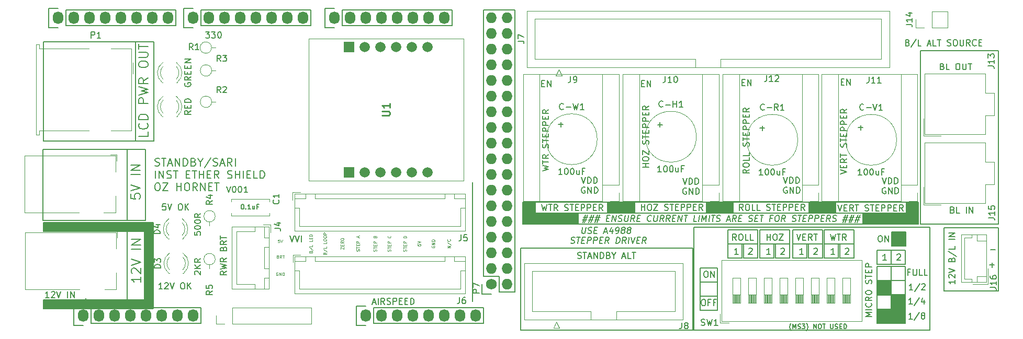
<source format=gbr>
G04 #@! TF.GenerationSoftware,KiCad,Pcbnew,(6.0.7-1)-1*
G04 #@! TF.CreationDate,2023-05-21T10:08:15+10:00*
G04 #@! TF.ProjectId,SARI_STANDBY_ETHERNET,53415249-5f53-4544-914e-4442595f4554,rev?*
G04 #@! TF.SameCoordinates,Original*
G04 #@! TF.FileFunction,Legend,Top*
G04 #@! TF.FilePolarity,Positive*
%FSLAX46Y46*%
G04 Gerber Fmt 4.6, Leading zero omitted, Abs format (unit mm)*
G04 Created by KiCad (PCBNEW (6.0.7-1)-1) date 2023-05-21 10:08:15*
%MOMM*%
%LPD*%
G01*
G04 APERTURE LIST*
%ADD10C,0.150000*%
%ADD11C,0.125000*%
%ADD12C,0.254000*%
%ADD13C,0.100000*%
%ADD14C,0.120000*%
%ADD15R,1.665000X1.665000*%
%ADD16C,1.665000*%
%ADD17C,1.727200*%
%ADD18O,1.727200X1.727200*%
%ADD19O,1.727200X2.032000*%
G04 APERTURE END LIST*
D10*
X139800000Y-74707000D02*
X142700000Y-74707000D01*
X142700000Y-74707000D02*
X142700000Y-90850000D01*
X142700000Y-90850000D02*
X139800000Y-90850000D01*
X139800000Y-90850000D02*
X139800000Y-74707000D01*
X259750000Y-118057000D02*
X262036000Y-118057000D01*
X262036000Y-118057000D02*
X262036000Y-120343000D01*
X262036000Y-120343000D02*
X259750000Y-120343000D01*
X259750000Y-120343000D02*
X259750000Y-118057000D01*
G36*
X259750000Y-118057000D02*
G01*
X262036000Y-118057000D01*
X262036000Y-120343000D01*
X259750000Y-120343000D01*
X259750000Y-118057000D01*
G37*
X246137000Y-105178000D02*
X250963000Y-105178000D01*
X250963000Y-105178000D02*
X250963000Y-107464000D01*
X250963000Y-107464000D02*
X246137000Y-107464000D01*
X246137000Y-107464000D02*
X246137000Y-105178000D01*
X231164490Y-111384950D02*
X233894253Y-111384950D01*
X233894253Y-111384950D02*
X233894253Y-113670950D01*
X233894253Y-113670950D02*
X231164490Y-113670950D01*
X231164490Y-113670950D02*
X231164490Y-111384950D01*
X259750000Y-113457000D02*
X262036000Y-113457000D01*
X262036000Y-113457000D02*
X262036000Y-115743000D01*
X262036000Y-115743000D02*
X259750000Y-115743000D01*
X259750000Y-115743000D02*
X259750000Y-113457000D01*
G36*
X259750000Y-113457000D02*
G01*
X262036000Y-113457000D01*
X262036000Y-115743000D01*
X259750000Y-115743000D01*
X259750000Y-113457000D01*
G37*
X246137000Y-107464000D02*
X248423000Y-107464000D01*
X248423000Y-107464000D02*
X248423000Y-109750000D01*
X248423000Y-109750000D02*
X246137000Y-109750000D01*
X246137000Y-109750000D02*
X246137000Y-107464000D01*
X248725000Y-100850000D02*
X253075000Y-100850000D01*
X253075000Y-100850000D02*
X253075000Y-102443000D01*
X253075000Y-102443000D02*
X248725000Y-102443000D01*
X248725000Y-102443000D02*
X248725000Y-100850000D01*
G36*
X248725000Y-100850000D02*
G01*
X253075000Y-100850000D01*
X253075000Y-102443000D01*
X248725000Y-102443000D01*
X248725000Y-100850000D01*
G37*
X194310000Y-116840000D02*
X194310000Y-97536000D01*
X262057000Y-108521000D02*
X264343000Y-108521000D01*
X264343000Y-108521000D02*
X264343000Y-110807000D01*
X264343000Y-110807000D02*
X262057000Y-110807000D01*
X262057000Y-110807000D02*
X262057000Y-108521000D01*
X240803000Y-105178000D02*
X245629000Y-105178000D01*
X245629000Y-105178000D02*
X245629000Y-107464000D01*
X245629000Y-107464000D02*
X240803000Y-107464000D01*
X240803000Y-107464000D02*
X240803000Y-105178000D01*
X251217000Y-105178000D02*
X256043000Y-105178000D01*
X256043000Y-105178000D02*
X256043000Y-107464000D01*
X256043000Y-107464000D02*
X251217000Y-107464000D01*
X251217000Y-107464000D02*
X251217000Y-105178000D01*
X257500000Y-102557000D02*
X266450000Y-102557000D01*
X266450000Y-102557000D02*
X266450000Y-104150000D01*
X266450000Y-104150000D02*
X257500000Y-104150000D01*
X257500000Y-104150000D02*
X257500000Y-102557000D01*
G36*
X257500000Y-102557000D02*
G01*
X266450000Y-102557000D01*
X266450000Y-104150000D01*
X257500000Y-104150000D01*
X257500000Y-102557000D01*
G37*
X262014000Y-113457000D02*
X264300000Y-113457000D01*
X264300000Y-113457000D02*
X264300000Y-115743000D01*
X264300000Y-115743000D02*
X262014000Y-115743000D01*
X262014000Y-115743000D02*
X262014000Y-113457000D01*
X243343000Y-107464000D02*
X245629000Y-107464000D01*
X245629000Y-107464000D02*
X245629000Y-109750000D01*
X245629000Y-109750000D02*
X243343000Y-109750000D01*
X243343000Y-109750000D02*
X243343000Y-107464000D01*
X124800000Y-92157000D02*
X138450000Y-92157000D01*
X138450000Y-92157000D02*
X138450000Y-103650000D01*
X138450000Y-103650000D02*
X124800000Y-103650000D01*
X124800000Y-103650000D02*
X124800000Y-92157000D01*
X248677000Y-107464000D02*
X250963000Y-107464000D01*
X250963000Y-107464000D02*
X250963000Y-109750000D01*
X250963000Y-109750000D02*
X248677000Y-109750000D01*
X248677000Y-109750000D02*
X248677000Y-107464000D01*
X231166091Y-111364000D02*
X233892106Y-111364000D01*
X233892106Y-111364000D02*
X233892106Y-118250000D01*
X233892106Y-118250000D02*
X231166091Y-118250000D01*
X231166091Y-118250000D02*
X231166091Y-111364000D01*
X262014000Y-115757000D02*
X264300000Y-115757000D01*
X264300000Y-115757000D02*
X264300000Y-118043000D01*
X264300000Y-118043000D02*
X262014000Y-118043000D01*
X262014000Y-118043000D02*
X262014000Y-115757000D01*
G36*
X262014000Y-115757000D02*
G01*
X264300000Y-115757000D01*
X264300000Y-118043000D01*
X262014000Y-118043000D01*
X262014000Y-115757000D01*
G37*
X259757000Y-108521000D02*
X262043000Y-108521000D01*
X262043000Y-108521000D02*
X262043000Y-110807000D01*
X262043000Y-110807000D02*
X259757000Y-110807000D01*
X259757000Y-110807000D02*
X259757000Y-108521000D01*
X202050000Y-108200000D02*
X229950000Y-108200000D01*
X229950000Y-108200000D02*
X229950000Y-121500000D01*
X229950000Y-121500000D02*
X202050000Y-121500000D01*
X202050000Y-121500000D02*
X202050000Y-108200000D01*
X270600000Y-104850000D02*
X279400000Y-104850000D01*
X279400000Y-104850000D02*
X279400000Y-115150000D01*
X279400000Y-115150000D02*
X270600000Y-115150000D01*
X270600000Y-115150000D02*
X270600000Y-104850000D01*
X266751475Y-76150000D02*
X279350000Y-76150000D01*
X279350000Y-76150000D02*
X279350000Y-104250000D01*
X279350000Y-104250000D02*
X266751475Y-104250000D01*
X266751475Y-104250000D02*
X266751475Y-76150000D01*
X235596000Y-107464000D02*
X237882000Y-107464000D01*
X237882000Y-107464000D02*
X237882000Y-109750000D01*
X237882000Y-109750000D02*
X235596000Y-109750000D01*
X235596000Y-109750000D02*
X235596000Y-107464000D01*
X202450000Y-102500000D02*
X266450000Y-102500000D01*
X266450000Y-102500000D02*
X266450000Y-104250000D01*
X266450000Y-104250000D02*
X202450000Y-104250000D01*
X202450000Y-104250000D02*
X202450000Y-102500000D01*
X138400000Y-104007000D02*
X141300000Y-104007000D01*
X141300000Y-104007000D02*
X141300000Y-117900000D01*
X141300000Y-117900000D02*
X138400000Y-117900000D01*
X138400000Y-117900000D02*
X138400000Y-104007000D01*
X259750000Y-111150000D02*
X262036000Y-111150000D01*
X262036000Y-111150000D02*
X262036000Y-113436000D01*
X262036000Y-113436000D02*
X259750000Y-113436000D01*
X259750000Y-113436000D02*
X259750000Y-111150000D01*
X251217000Y-107464000D02*
X253503000Y-107464000D01*
X253503000Y-107464000D02*
X253503000Y-109750000D01*
X253503000Y-109750000D02*
X251217000Y-109750000D01*
X251217000Y-109750000D02*
X251217000Y-107464000D01*
X230150000Y-104757000D02*
X268300000Y-104757000D01*
X268300000Y-104757000D02*
X268300000Y-121500000D01*
X268300000Y-121500000D02*
X230150000Y-121500000D01*
X230150000Y-121500000D02*
X230150000Y-104757000D01*
X231166091Y-115950000D02*
X233900000Y-115950000D01*
X233900000Y-115950000D02*
X233900000Y-118236000D01*
X233900000Y-118236000D02*
X231166091Y-118236000D01*
X231166091Y-118236000D02*
X231166091Y-115950000D01*
X262100000Y-105557000D02*
X264386000Y-105557000D01*
X264386000Y-105557000D02*
X264386000Y-107843000D01*
X264386000Y-107843000D02*
X262100000Y-107843000D01*
X262100000Y-107843000D02*
X262100000Y-105557000D01*
G36*
X262100000Y-105557000D02*
G01*
X264386000Y-105557000D01*
X264386000Y-107843000D01*
X262100000Y-107843000D01*
X262100000Y-105557000D01*
G37*
X232125000Y-100850000D02*
X236475000Y-100850000D01*
X236475000Y-100850000D02*
X236475000Y-102443000D01*
X236475000Y-102443000D02*
X232125000Y-102443000D01*
X232125000Y-102443000D02*
X232125000Y-100850000D01*
G36*
X232125000Y-100850000D02*
G01*
X236475000Y-100850000D01*
X236475000Y-102443000D01*
X232125000Y-102443000D01*
X232125000Y-100850000D01*
G37*
X253757000Y-107464000D02*
X256043000Y-107464000D01*
X256043000Y-107464000D02*
X256043000Y-109750000D01*
X256043000Y-109750000D02*
X253757000Y-109750000D01*
X253757000Y-109750000D02*
X253757000Y-107464000D01*
X240803000Y-107464000D02*
X243089000Y-107464000D01*
X243089000Y-107464000D02*
X243089000Y-109750000D01*
X243089000Y-109750000D02*
X240803000Y-109750000D01*
X240803000Y-109750000D02*
X240803000Y-107464000D01*
X235596000Y-105178000D02*
X240422000Y-105178000D01*
X240422000Y-105178000D02*
X240422000Y-107464000D01*
X240422000Y-107464000D02*
X235596000Y-107464000D01*
X235596000Y-107464000D02*
X235596000Y-105178000D01*
X202450000Y-102557000D02*
X211400000Y-102557000D01*
X211400000Y-102557000D02*
X211400000Y-104150000D01*
X211400000Y-104150000D02*
X202450000Y-104150000D01*
X202450000Y-104150000D02*
X202450000Y-102557000D01*
G36*
X202450000Y-102557000D02*
G01*
X211400000Y-102557000D01*
X211400000Y-104150000D01*
X202450000Y-104150000D01*
X202450000Y-102557000D01*
G37*
X124900000Y-116550000D02*
X142600000Y-116550000D01*
X142600000Y-116550000D02*
X142600000Y-117993000D01*
X142600000Y-117993000D02*
X124900000Y-117993000D01*
X124900000Y-117993000D02*
X124900000Y-116550000D01*
G36*
X124900000Y-116550000D02*
G01*
X142600000Y-116550000D01*
X142600000Y-117993000D01*
X124900000Y-117993000D01*
X124900000Y-116550000D01*
G37*
X259750000Y-115757000D02*
X262036000Y-115757000D01*
X262036000Y-115757000D02*
X262036000Y-118043000D01*
X262036000Y-118043000D02*
X259750000Y-118043000D01*
X259750000Y-118043000D02*
X259750000Y-115757000D01*
X238136000Y-107464000D02*
X240422000Y-107464000D01*
X240422000Y-107464000D02*
X240422000Y-109750000D01*
X240422000Y-109750000D02*
X238136000Y-109750000D01*
X238136000Y-109750000D02*
X238136000Y-107464000D01*
X124900000Y-104003500D02*
X142650000Y-104003500D01*
X142650000Y-104003500D02*
X142650000Y-105446500D01*
X142650000Y-105446500D02*
X124900000Y-105446500D01*
X124900000Y-105446500D02*
X124900000Y-104003500D01*
G36*
X124900000Y-104003500D02*
G01*
X142650000Y-104003500D01*
X142650000Y-105446500D01*
X124900000Y-105446500D01*
X124900000Y-104003500D01*
G37*
X141178500Y-117900000D02*
X142621500Y-117900000D01*
X142621500Y-117900000D02*
X142621500Y-104000000D01*
X142621500Y-104000000D02*
X141178500Y-104000000D01*
X141178500Y-104000000D02*
X141178500Y-117900000D01*
G36*
X141178500Y-117900000D02*
G01*
X142621500Y-117900000D01*
X142621500Y-104000000D01*
X141178500Y-104000000D01*
X141178500Y-117900000D01*
G37*
X124900000Y-74707000D02*
X139800000Y-74707000D01*
X139800000Y-74707000D02*
X139800000Y-90850000D01*
X139800000Y-90850000D02*
X124900000Y-90850000D01*
X124900000Y-90850000D02*
X124900000Y-74707000D01*
X202525000Y-100807000D02*
X204475000Y-100807000D01*
X204475000Y-100807000D02*
X204475000Y-102400000D01*
X204475000Y-102400000D02*
X202525000Y-102400000D01*
X202525000Y-102400000D02*
X202525000Y-100807000D01*
G36*
X202525000Y-100807000D02*
G01*
X204475000Y-100807000D01*
X204475000Y-102400000D01*
X202525000Y-102400000D01*
X202525000Y-100807000D01*
G37*
X262014000Y-111150000D02*
X264300000Y-111150000D01*
X264300000Y-111150000D02*
X264300000Y-113436000D01*
X264300000Y-113436000D02*
X262014000Y-113436000D01*
X262014000Y-113436000D02*
X262014000Y-111150000D01*
X138450000Y-92157000D02*
X141350000Y-92157000D01*
X141350000Y-92157000D02*
X141350000Y-103650000D01*
X141350000Y-103650000D02*
X138450000Y-103650000D01*
X138450000Y-103650000D02*
X138450000Y-92157000D01*
X264450000Y-100753500D02*
X266400000Y-100753500D01*
X266400000Y-100753500D02*
X266400000Y-102346500D01*
X266400000Y-102346500D02*
X264450000Y-102346500D01*
X264450000Y-102346500D02*
X264450000Y-100753500D01*
G36*
X264450000Y-100753500D02*
G01*
X266400000Y-100753500D01*
X266400000Y-102346500D01*
X264450000Y-102346500D01*
X264450000Y-100753500D01*
G37*
X262014000Y-118057000D02*
X264300000Y-118057000D01*
X264300000Y-118057000D02*
X264300000Y-120343000D01*
X264300000Y-120343000D02*
X262014000Y-120343000D01*
X262014000Y-120343000D02*
X262014000Y-118057000D01*
G36*
X262014000Y-118057000D02*
G01*
X264300000Y-118057000D01*
X264300000Y-120343000D01*
X262014000Y-120343000D01*
X262014000Y-118057000D01*
G37*
X202450000Y-100750000D02*
X266450000Y-100750000D01*
X266450000Y-100750000D02*
X266450000Y-102500000D01*
X266450000Y-102500000D02*
X202450000Y-102500000D01*
X202450000Y-102500000D02*
X202450000Y-100750000D01*
X216175000Y-100807000D02*
X220525000Y-100807000D01*
X220525000Y-100807000D02*
X220525000Y-102400000D01*
X220525000Y-102400000D02*
X216175000Y-102400000D01*
X216175000Y-102400000D02*
X216175000Y-100807000D01*
G36*
X216175000Y-100807000D02*
G01*
X220525000Y-100807000D01*
X220525000Y-102400000D01*
X216175000Y-102400000D01*
X216175000Y-100807000D01*
G37*
D11*
X170398285Y-109037238D02*
X170422095Y-108965809D01*
X170445904Y-108942000D01*
X170493523Y-108918190D01*
X170564952Y-108918190D01*
X170612571Y-108942000D01*
X170636380Y-108965809D01*
X170660190Y-109013428D01*
X170660190Y-109203904D01*
X170160190Y-109203904D01*
X170160190Y-109037238D01*
X170184000Y-108989619D01*
X170207809Y-108965809D01*
X170255428Y-108942000D01*
X170303047Y-108942000D01*
X170350666Y-108965809D01*
X170374476Y-108989619D01*
X170398285Y-109037238D01*
X170398285Y-109203904D01*
X170136380Y-108346761D02*
X170779238Y-108775333D01*
X170660190Y-107942000D02*
X170660190Y-108180095D01*
X170160190Y-108180095D01*
X170660190Y-107156285D02*
X170660190Y-107394380D01*
X170160190Y-107394380D01*
X170160190Y-106894380D02*
X170160190Y-106799142D01*
X170184000Y-106751523D01*
X170231619Y-106703904D01*
X170326857Y-106680095D01*
X170493523Y-106680095D01*
X170588761Y-106703904D01*
X170636380Y-106751523D01*
X170660190Y-106799142D01*
X170660190Y-106894380D01*
X170636380Y-106942000D01*
X170588761Y-106989619D01*
X170493523Y-107013428D01*
X170326857Y-107013428D01*
X170231619Y-106989619D01*
X170184000Y-106942000D01*
X170160190Y-106894380D01*
X170160190Y-106370571D02*
X170160190Y-106275333D01*
X170184000Y-106227714D01*
X170231619Y-106180095D01*
X170326857Y-106156285D01*
X170493523Y-106156285D01*
X170588761Y-106180095D01*
X170636380Y-106227714D01*
X170660190Y-106275333D01*
X170660190Y-106370571D01*
X170636380Y-106418190D01*
X170588761Y-106465809D01*
X170493523Y-106489619D01*
X170326857Y-106489619D01*
X170231619Y-106465809D01*
X170184000Y-106418190D01*
X170160190Y-106370571D01*
X170660190Y-105942000D02*
X170160190Y-105942000D01*
X170160190Y-105751523D01*
X170184000Y-105703904D01*
X170207809Y-105680095D01*
X170255428Y-105656285D01*
X170326857Y-105656285D01*
X170374476Y-105680095D01*
X170398285Y-105703904D01*
X170422095Y-105751523D01*
X170422095Y-105942000D01*
D10*
X265059523Y-112078571D02*
X264726190Y-112078571D01*
X264726190Y-112602380D02*
X264726190Y-111602380D01*
X265202380Y-111602380D01*
X265583333Y-111602380D02*
X265583333Y-112411904D01*
X265630952Y-112507142D01*
X265678571Y-112554761D01*
X265773809Y-112602380D01*
X265964285Y-112602380D01*
X266059523Y-112554761D01*
X266107142Y-112507142D01*
X266154761Y-112411904D01*
X266154761Y-111602380D01*
X267107142Y-112602380D02*
X266630952Y-112602380D01*
X266630952Y-111602380D01*
X267916666Y-112602380D02*
X267440476Y-112602380D01*
X267440476Y-111602380D01*
X254614285Y-108281619D02*
X254661904Y-108234000D01*
X254757142Y-108186380D01*
X254995238Y-108186380D01*
X255090476Y-108234000D01*
X255138095Y-108281619D01*
X255185714Y-108376857D01*
X255185714Y-108472095D01*
X255138095Y-108614952D01*
X254566666Y-109186380D01*
X255185714Y-109186380D01*
X246756333Y-105900380D02*
X247089666Y-106900380D01*
X247423000Y-105900380D01*
X247756333Y-106376571D02*
X248089666Y-106376571D01*
X248232523Y-106900380D02*
X247756333Y-106900380D01*
X247756333Y-105900380D01*
X248232523Y-105900380D01*
X249232523Y-106900380D02*
X248899190Y-106424190D01*
X248661095Y-106900380D02*
X248661095Y-105900380D01*
X249042047Y-105900380D01*
X249137285Y-105948000D01*
X249184904Y-105995619D01*
X249232523Y-106090857D01*
X249232523Y-106233714D01*
X249184904Y-106328952D01*
X249137285Y-106376571D01*
X249042047Y-106424190D01*
X248661095Y-106424190D01*
X249518238Y-105900380D02*
X250089666Y-105900380D01*
X249803952Y-106900380D02*
X249803952Y-105900380D01*
X262997285Y-109238619D02*
X263044904Y-109191000D01*
X263140142Y-109143380D01*
X263378238Y-109143380D01*
X263473476Y-109191000D01*
X263521095Y-109238619D01*
X263568714Y-109333857D01*
X263568714Y-109429095D01*
X263521095Y-109571952D01*
X262949666Y-110143380D01*
X263568714Y-110143380D01*
X228322285Y-96817380D02*
X228655619Y-97817380D01*
X228988952Y-96817380D01*
X229322285Y-97817380D02*
X229322285Y-96817380D01*
X229560380Y-96817380D01*
X229703238Y-96865000D01*
X229798476Y-96960238D01*
X229846095Y-97055476D01*
X229893714Y-97245952D01*
X229893714Y-97388809D01*
X229846095Y-97579285D01*
X229798476Y-97674523D01*
X229703238Y-97769761D01*
X229560380Y-97817380D01*
X229322285Y-97817380D01*
X230322285Y-97817380D02*
X230322285Y-96817380D01*
X230560380Y-96817380D01*
X230703238Y-96865000D01*
X230798476Y-96960238D01*
X230846095Y-97055476D01*
X230893714Y-97245952D01*
X230893714Y-97388809D01*
X230846095Y-97579285D01*
X230798476Y-97674523D01*
X230703238Y-97769761D01*
X230560380Y-97817380D01*
X230322285Y-97817380D01*
X228893714Y-98475000D02*
X228798476Y-98427380D01*
X228655619Y-98427380D01*
X228512761Y-98475000D01*
X228417523Y-98570238D01*
X228369904Y-98665476D01*
X228322285Y-98855952D01*
X228322285Y-98998809D01*
X228369904Y-99189285D01*
X228417523Y-99284523D01*
X228512761Y-99379761D01*
X228655619Y-99427380D01*
X228750857Y-99427380D01*
X228893714Y-99379761D01*
X228941333Y-99332142D01*
X228941333Y-98998809D01*
X228750857Y-98998809D01*
X229369904Y-99427380D02*
X229369904Y-98427380D01*
X229941333Y-99427380D01*
X229941333Y-98427380D01*
X230417523Y-99427380D02*
X230417523Y-98427380D01*
X230655619Y-98427380D01*
X230798476Y-98475000D01*
X230893714Y-98570238D01*
X230941333Y-98665476D01*
X230988952Y-98855952D01*
X230988952Y-98998809D01*
X230941333Y-99189285D01*
X230893714Y-99284523D01*
X230798476Y-99379761D01*
X230655619Y-99427380D01*
X230417523Y-99427380D01*
X239057999Y-95436666D02*
X238581809Y-95770000D01*
X239057999Y-96008095D02*
X238057999Y-96008095D01*
X238057999Y-95627142D01*
X238105619Y-95531904D01*
X238153238Y-95484285D01*
X238248476Y-95436666D01*
X238391333Y-95436666D01*
X238486571Y-95484285D01*
X238534190Y-95531904D01*
X238581809Y-95627142D01*
X238581809Y-96008095D01*
X238057999Y-94817619D02*
X238057999Y-94627142D01*
X238105619Y-94531904D01*
X238200857Y-94436666D01*
X238391333Y-94389047D01*
X238724666Y-94389047D01*
X238915142Y-94436666D01*
X239010380Y-94531904D01*
X239057999Y-94627142D01*
X239057999Y-94817619D01*
X239010380Y-94912857D01*
X238915142Y-95008095D01*
X238724666Y-95055714D01*
X238391333Y-95055714D01*
X238200857Y-95008095D01*
X238105619Y-94912857D01*
X238057999Y-94817619D01*
X239057999Y-93484285D02*
X239057999Y-93960476D01*
X238057999Y-93960476D01*
X239057999Y-92674761D02*
X239057999Y-93150952D01*
X238057999Y-93150952D01*
X239010380Y-91627142D02*
X239057999Y-91484285D01*
X239057999Y-91246190D01*
X239010380Y-91150952D01*
X238962761Y-91103333D01*
X238867523Y-91055714D01*
X238772285Y-91055714D01*
X238677047Y-91103333D01*
X238629428Y-91150952D01*
X238581809Y-91246190D01*
X238534190Y-91436666D01*
X238486571Y-91531904D01*
X238438952Y-91579523D01*
X238343714Y-91627142D01*
X238248476Y-91627142D01*
X238153238Y-91579523D01*
X238105619Y-91531904D01*
X238057999Y-91436666D01*
X238057999Y-91198571D01*
X238105619Y-91055714D01*
X238057999Y-90770000D02*
X238057999Y-90198571D01*
X239057999Y-90484285D02*
X238057999Y-90484285D01*
X238534190Y-89865238D02*
X238534190Y-89531904D01*
X239057999Y-89389047D02*
X239057999Y-89865238D01*
X238057999Y-89865238D01*
X238057999Y-89389047D01*
X239057999Y-88960476D02*
X238057999Y-88960476D01*
X238057999Y-88579523D01*
X238105619Y-88484285D01*
X238153238Y-88436666D01*
X238248476Y-88389047D01*
X238391333Y-88389047D01*
X238486571Y-88436666D01*
X238534190Y-88484285D01*
X238581809Y-88579523D01*
X238581809Y-88960476D01*
X239057999Y-87960476D02*
X238057999Y-87960476D01*
X238057999Y-87579523D01*
X238105619Y-87484285D01*
X238153238Y-87436666D01*
X238248476Y-87389047D01*
X238391333Y-87389047D01*
X238486571Y-87436666D01*
X238534190Y-87484285D01*
X238581809Y-87579523D01*
X238581809Y-87960476D01*
X238534190Y-86960476D02*
X238534190Y-86627142D01*
X239057999Y-86484285D02*
X239057999Y-86960476D01*
X238057999Y-86960476D01*
X238057999Y-86484285D01*
X239057999Y-85484285D02*
X238581809Y-85817619D01*
X239057999Y-86055714D02*
X238057999Y-86055714D01*
X238057999Y-85674761D01*
X238105619Y-85579523D01*
X238153238Y-85531904D01*
X238248476Y-85484285D01*
X238391333Y-85484285D01*
X238486571Y-85531904D01*
X238534190Y-85579523D01*
X238581809Y-85674761D01*
X238581809Y-86055714D01*
X140628571Y-112842857D02*
X140628571Y-113700000D01*
X140628571Y-113271428D02*
X139128571Y-113271428D01*
X139342857Y-113414285D01*
X139485714Y-113557142D01*
X139557142Y-113700000D01*
X139271428Y-112271428D02*
X139200000Y-112200000D01*
X139128571Y-112057142D01*
X139128571Y-111700000D01*
X139200000Y-111557142D01*
X139271428Y-111485714D01*
X139414285Y-111414285D01*
X139557142Y-111414285D01*
X139771428Y-111485714D01*
X140628571Y-112342857D01*
X140628571Y-111414285D01*
X139128571Y-110985714D02*
X140628571Y-110485714D01*
X139128571Y-109985714D01*
X140628571Y-108342857D02*
X139128571Y-108342857D01*
X140628571Y-107628571D02*
X139128571Y-107628571D01*
X140628571Y-106771428D01*
X139128571Y-106771428D01*
X241930285Y-106900380D02*
X241930285Y-105900380D01*
X241930285Y-106376571D02*
X242501714Y-106376571D01*
X242501714Y-106900380D02*
X242501714Y-105900380D01*
X243168380Y-105900380D02*
X243358857Y-105900380D01*
X243454095Y-105948000D01*
X243549333Y-106043238D01*
X243596952Y-106233714D01*
X243596952Y-106567047D01*
X243549333Y-106757523D01*
X243454095Y-106852761D01*
X243358857Y-106900380D01*
X243168380Y-106900380D01*
X243073142Y-106852761D01*
X242977904Y-106757523D01*
X242930285Y-106567047D01*
X242930285Y-106233714D01*
X242977904Y-106043238D01*
X243073142Y-105948000D01*
X243168380Y-105900380D01*
X243930285Y-105900380D02*
X244596952Y-105900380D01*
X243930285Y-106900380D01*
X244596952Y-106900380D01*
X139028571Y-99400000D02*
X139028571Y-100114285D01*
X139742857Y-100185714D01*
X139671428Y-100114285D01*
X139600000Y-99971428D01*
X139600000Y-99614285D01*
X139671428Y-99471428D01*
X139742857Y-99400000D01*
X139885714Y-99328571D01*
X140242857Y-99328571D01*
X140385714Y-99400000D01*
X140457142Y-99471428D01*
X140528571Y-99614285D01*
X140528571Y-99971428D01*
X140457142Y-100114285D01*
X140385714Y-100185714D01*
X139028571Y-98900000D02*
X140528571Y-98400000D01*
X139028571Y-97900000D01*
X140528571Y-96257142D02*
X139028571Y-96257142D01*
X140528571Y-95542857D02*
X139028571Y-95542857D01*
X140528571Y-94685714D01*
X139028571Y-94685714D01*
X149397619Y-112465714D02*
X149350000Y-112418095D01*
X149302380Y-112322857D01*
X149302380Y-112084761D01*
X149350000Y-111989523D01*
X149397619Y-111941904D01*
X149492857Y-111894285D01*
X149588095Y-111894285D01*
X149730952Y-111941904D01*
X150302380Y-112513333D01*
X150302380Y-111894285D01*
X150302380Y-111465714D02*
X149302380Y-111465714D01*
X150302380Y-110894285D02*
X149730952Y-111322857D01*
X149302380Y-110894285D02*
X149873809Y-111465714D01*
X150302380Y-109894285D02*
X149826190Y-110227619D01*
X150302380Y-110465714D02*
X149302380Y-110465714D01*
X149302380Y-110084761D01*
X149350000Y-109989523D01*
X149397619Y-109941904D01*
X149492857Y-109894285D01*
X149635714Y-109894285D01*
X149730952Y-109941904D01*
X149778571Y-109989523D01*
X149826190Y-110084761D01*
X149826190Y-110465714D01*
X245842857Y-121525000D02*
X245807142Y-121489285D01*
X245735714Y-121382142D01*
X245700000Y-121310714D01*
X245664285Y-121203571D01*
X245628571Y-121025000D01*
X245628571Y-120882142D01*
X245664285Y-120703571D01*
X245700000Y-120596428D01*
X245735714Y-120525000D01*
X245807142Y-120417857D01*
X245842857Y-120382142D01*
X246128571Y-121239285D02*
X246128571Y-120489285D01*
X246378571Y-121025000D01*
X246628571Y-120489285D01*
X246628571Y-121239285D01*
X246950000Y-121203571D02*
X247057142Y-121239285D01*
X247235714Y-121239285D01*
X247307142Y-121203571D01*
X247342857Y-121167857D01*
X247378571Y-121096428D01*
X247378571Y-121025000D01*
X247342857Y-120953571D01*
X247307142Y-120917857D01*
X247235714Y-120882142D01*
X247092857Y-120846428D01*
X247021428Y-120810714D01*
X246985714Y-120775000D01*
X246950000Y-120703571D01*
X246950000Y-120632142D01*
X246985714Y-120560714D01*
X247021428Y-120525000D01*
X247092857Y-120489285D01*
X247271428Y-120489285D01*
X247378571Y-120525000D01*
X247628571Y-120489285D02*
X248092857Y-120489285D01*
X247842857Y-120775000D01*
X247950000Y-120775000D01*
X248021428Y-120810714D01*
X248057142Y-120846428D01*
X248092857Y-120917857D01*
X248092857Y-121096428D01*
X248057142Y-121167857D01*
X248021428Y-121203571D01*
X247950000Y-121239285D01*
X247735714Y-121239285D01*
X247664285Y-121203571D01*
X247628571Y-121167857D01*
X248342857Y-121525000D02*
X248378571Y-121489285D01*
X248450000Y-121382142D01*
X248485714Y-121310714D01*
X248521428Y-121203571D01*
X248557142Y-121025000D01*
X248557142Y-120882142D01*
X248521428Y-120703571D01*
X248485714Y-120596428D01*
X248450000Y-120525000D01*
X248378571Y-120417857D01*
X248342857Y-120382142D01*
X249485714Y-121239285D02*
X249485714Y-120489285D01*
X249914285Y-121239285D01*
X249914285Y-120489285D01*
X250414285Y-120489285D02*
X250557142Y-120489285D01*
X250628571Y-120525000D01*
X250700000Y-120596428D01*
X250735714Y-120739285D01*
X250735714Y-120989285D01*
X250700000Y-121132142D01*
X250628571Y-121203571D01*
X250557142Y-121239285D01*
X250414285Y-121239285D01*
X250342857Y-121203571D01*
X250271428Y-121132142D01*
X250235714Y-120989285D01*
X250235714Y-120739285D01*
X250271428Y-120596428D01*
X250342857Y-120525000D01*
X250414285Y-120489285D01*
X250950000Y-120489285D02*
X251378571Y-120489285D01*
X251164285Y-121239285D02*
X251164285Y-120489285D01*
X252200000Y-120489285D02*
X252200000Y-121096428D01*
X252235714Y-121167857D01*
X252271428Y-121203571D01*
X252342857Y-121239285D01*
X252485714Y-121239285D01*
X252557142Y-121203571D01*
X252592857Y-121167857D01*
X252628571Y-121096428D01*
X252628571Y-120489285D01*
X252950000Y-121203571D02*
X253057142Y-121239285D01*
X253235714Y-121239285D01*
X253307142Y-121203571D01*
X253342857Y-121167857D01*
X253378571Y-121096428D01*
X253378571Y-121025000D01*
X253342857Y-120953571D01*
X253307142Y-120917857D01*
X253235714Y-120882142D01*
X253092857Y-120846428D01*
X253021428Y-120810714D01*
X252985714Y-120775000D01*
X252950000Y-120703571D01*
X252950000Y-120632142D01*
X252985714Y-120560714D01*
X253021428Y-120525000D01*
X253092857Y-120489285D01*
X253271428Y-120489285D01*
X253378571Y-120525000D01*
X253700000Y-120846428D02*
X253950000Y-120846428D01*
X254057142Y-121239285D02*
X253700000Y-121239285D01*
X253700000Y-120489285D01*
X254057142Y-120489285D01*
X254378571Y-121239285D02*
X254378571Y-120489285D01*
X254557142Y-120489285D01*
X254664285Y-120525000D01*
X254735714Y-120596428D01*
X254771428Y-120667857D01*
X254807142Y-120810714D01*
X254807142Y-120917857D01*
X254771428Y-121060714D01*
X254735714Y-121132142D01*
X254664285Y-121203571D01*
X254557142Y-121239285D01*
X254378571Y-121239285D01*
D11*
X172954190Y-108346761D02*
X172954190Y-108013428D01*
X173454190Y-108346761D01*
X173454190Y-108013428D01*
X173192285Y-107822952D02*
X173192285Y-107656285D01*
X173454190Y-107584857D02*
X173454190Y-107822952D01*
X172954190Y-107822952D01*
X172954190Y-107584857D01*
X173454190Y-107084857D02*
X173216095Y-107251523D01*
X173454190Y-107370571D02*
X172954190Y-107370571D01*
X172954190Y-107180095D01*
X172978000Y-107132476D01*
X173001809Y-107108666D01*
X173049428Y-107084857D01*
X173120857Y-107084857D01*
X173168476Y-107108666D01*
X173192285Y-107132476D01*
X173216095Y-107180095D01*
X173216095Y-107370571D01*
X172954190Y-106775333D02*
X172954190Y-106680095D01*
X172978000Y-106632476D01*
X173025619Y-106584857D01*
X173120857Y-106561047D01*
X173287523Y-106561047D01*
X173382761Y-106584857D01*
X173430380Y-106632476D01*
X173454190Y-106680095D01*
X173454190Y-106775333D01*
X173430380Y-106822952D01*
X173382761Y-106870571D01*
X173287523Y-106894380D01*
X173120857Y-106894380D01*
X173025619Y-106870571D01*
X172978000Y-106822952D01*
X172954190Y-106775333D01*
X162814047Y-112145000D02*
X162766428Y-112121190D01*
X162695000Y-112121190D01*
X162623571Y-112145000D01*
X162575952Y-112192619D01*
X162552142Y-112240238D01*
X162528333Y-112335476D01*
X162528333Y-112406904D01*
X162552142Y-112502142D01*
X162575952Y-112549761D01*
X162623571Y-112597380D01*
X162695000Y-112621190D01*
X162742619Y-112621190D01*
X162814047Y-112597380D01*
X162837857Y-112573571D01*
X162837857Y-112406904D01*
X162742619Y-112406904D01*
X163052142Y-112621190D02*
X163052142Y-112121190D01*
X163337857Y-112621190D01*
X163337857Y-112121190D01*
X163575952Y-112621190D02*
X163575952Y-112121190D01*
X163695000Y-112121190D01*
X163766428Y-112145000D01*
X163814047Y-112192619D01*
X163837857Y-112240238D01*
X163861666Y-112335476D01*
X163861666Y-112406904D01*
X163837857Y-112502142D01*
X163814047Y-112549761D01*
X163766428Y-112597380D01*
X163695000Y-112621190D01*
X163575952Y-112621190D01*
D10*
X244622285Y-96667380D02*
X244955619Y-97667380D01*
X245288952Y-96667380D01*
X245622285Y-97667380D02*
X245622285Y-96667380D01*
X245860380Y-96667380D01*
X246003238Y-96715000D01*
X246098476Y-96810238D01*
X246146095Y-96905476D01*
X246193714Y-97095952D01*
X246193714Y-97238809D01*
X246146095Y-97429285D01*
X246098476Y-97524523D01*
X246003238Y-97619761D01*
X245860380Y-97667380D01*
X245622285Y-97667380D01*
X246622285Y-97667380D02*
X246622285Y-96667380D01*
X246860380Y-96667380D01*
X247003238Y-96715000D01*
X247098476Y-96810238D01*
X247146095Y-96905476D01*
X247193714Y-97095952D01*
X247193714Y-97238809D01*
X247146095Y-97429285D01*
X247098476Y-97524523D01*
X247003238Y-97619761D01*
X246860380Y-97667380D01*
X246622285Y-97667380D01*
X245193714Y-98325000D02*
X245098476Y-98277380D01*
X244955619Y-98277380D01*
X244812761Y-98325000D01*
X244717523Y-98420238D01*
X244669904Y-98515476D01*
X244622285Y-98705952D01*
X244622285Y-98848809D01*
X244669904Y-99039285D01*
X244717523Y-99134523D01*
X244812761Y-99229761D01*
X244955619Y-99277380D01*
X245050857Y-99277380D01*
X245193714Y-99229761D01*
X245241333Y-99182142D01*
X245241333Y-98848809D01*
X245050857Y-98848809D01*
X245669904Y-99277380D02*
X245669904Y-98277380D01*
X246241333Y-99277380D01*
X246241333Y-98277380D01*
X246717523Y-99277380D02*
X246717523Y-98277380D01*
X246955619Y-98277380D01*
X247098476Y-98325000D01*
X247193714Y-98420238D01*
X247241333Y-98515476D01*
X247288952Y-98705952D01*
X247288952Y-98848809D01*
X247241333Y-99039285D01*
X247193714Y-99134523D01*
X247098476Y-99229761D01*
X246955619Y-99277380D01*
X246717523Y-99277380D01*
X257121047Y-89000952D02*
X257121047Y-88239047D01*
X257501999Y-88620000D02*
X256740095Y-88620000D01*
X211922285Y-96667380D02*
X212255619Y-97667380D01*
X212588952Y-96667380D01*
X212922285Y-97667380D02*
X212922285Y-96667380D01*
X213160380Y-96667380D01*
X213303238Y-96715000D01*
X213398476Y-96810238D01*
X213446095Y-96905476D01*
X213493714Y-97095952D01*
X213493714Y-97238809D01*
X213446095Y-97429285D01*
X213398476Y-97524523D01*
X213303238Y-97619761D01*
X213160380Y-97667380D01*
X212922285Y-97667380D01*
X213922285Y-97667380D02*
X213922285Y-96667380D01*
X214160380Y-96667380D01*
X214303238Y-96715000D01*
X214398476Y-96810238D01*
X214446095Y-96905476D01*
X214493714Y-97095952D01*
X214493714Y-97238809D01*
X214446095Y-97429285D01*
X214398476Y-97524523D01*
X214303238Y-97619761D01*
X214160380Y-97667380D01*
X213922285Y-97667380D01*
X212493714Y-98325000D02*
X212398476Y-98277380D01*
X212255619Y-98277380D01*
X212112761Y-98325000D01*
X212017523Y-98420238D01*
X211969904Y-98515476D01*
X211922285Y-98705952D01*
X211922285Y-98848809D01*
X211969904Y-99039285D01*
X212017523Y-99134523D01*
X212112761Y-99229761D01*
X212255619Y-99277380D01*
X212350857Y-99277380D01*
X212493714Y-99229761D01*
X212541333Y-99182142D01*
X212541333Y-98848809D01*
X212350857Y-98848809D01*
X212969904Y-99277380D02*
X212969904Y-98277380D01*
X213541333Y-99277380D01*
X213541333Y-98277380D01*
X214017523Y-99277380D02*
X214017523Y-98277380D01*
X214255619Y-98277380D01*
X214398476Y-98325000D01*
X214493714Y-98420238D01*
X214541333Y-98515476D01*
X214588952Y-98705952D01*
X214588952Y-98848809D01*
X214541333Y-99039285D01*
X214493714Y-99134523D01*
X214398476Y-99229761D01*
X214255619Y-99277380D01*
X214017523Y-99277380D01*
X237278714Y-109186380D02*
X236707285Y-109186380D01*
X236993000Y-109186380D02*
X236993000Y-108186380D01*
X236897761Y-108329238D01*
X236802523Y-108424476D01*
X236707285Y-108472095D01*
X252193476Y-105900380D02*
X252431571Y-106900380D01*
X252622047Y-106186095D01*
X252812523Y-106900380D01*
X253050619Y-105900380D01*
X253288714Y-105900380D02*
X253860142Y-105900380D01*
X253574428Y-106900380D02*
X253574428Y-105900380D01*
X254764904Y-106900380D02*
X254431571Y-106424190D01*
X254193476Y-106900380D02*
X254193476Y-105900380D01*
X254574428Y-105900380D01*
X254669666Y-105948000D01*
X254717285Y-105995619D01*
X254764904Y-106090857D01*
X254764904Y-106233714D01*
X254717285Y-106328952D01*
X254669666Y-106376571D01*
X254574428Y-106424190D01*
X254193476Y-106424190D01*
X208571047Y-88500952D02*
X208571047Y-87739047D01*
X208951999Y-88120000D02*
X208190095Y-88120000D01*
X260180952Y-106152380D02*
X260371428Y-106152380D01*
X260466666Y-106200000D01*
X260561904Y-106295238D01*
X260609523Y-106485714D01*
X260609523Y-106819047D01*
X260561904Y-107009523D01*
X260466666Y-107104761D01*
X260371428Y-107152380D01*
X260180952Y-107152380D01*
X260085714Y-107104761D01*
X259990476Y-107009523D01*
X259942857Y-106819047D01*
X259942857Y-106485714D01*
X259990476Y-106295238D01*
X260085714Y-106200000D01*
X260180952Y-106152380D01*
X261038095Y-107152380D02*
X261038095Y-106152380D01*
X261609523Y-107152380D01*
X261609523Y-106152380D01*
X247819714Y-109186380D02*
X247248285Y-109186380D01*
X247534000Y-109186380D02*
X247534000Y-108186380D01*
X247438761Y-108329238D01*
X247343523Y-108424476D01*
X247248285Y-108472095D01*
D11*
X181050380Y-108692000D02*
X181074190Y-108620571D01*
X181074190Y-108501523D01*
X181050380Y-108453904D01*
X181026571Y-108430095D01*
X180978952Y-108406285D01*
X180931333Y-108406285D01*
X180883714Y-108430095D01*
X180859904Y-108453904D01*
X180836095Y-108501523D01*
X180812285Y-108596761D01*
X180788476Y-108644380D01*
X180764666Y-108668190D01*
X180717047Y-108692000D01*
X180669428Y-108692000D01*
X180621809Y-108668190D01*
X180598000Y-108644380D01*
X180574190Y-108596761D01*
X180574190Y-108477714D01*
X180598000Y-108406285D01*
X180574190Y-108263428D02*
X180574190Y-107977714D01*
X181074190Y-108120571D02*
X180574190Y-108120571D01*
X180812285Y-107811047D02*
X180812285Y-107644380D01*
X181074190Y-107572952D02*
X181074190Y-107811047D01*
X180574190Y-107811047D01*
X180574190Y-107572952D01*
X181074190Y-107358666D02*
X180574190Y-107358666D01*
X180574190Y-107168190D01*
X180598000Y-107120571D01*
X180621809Y-107096761D01*
X180669428Y-107072952D01*
X180740857Y-107072952D01*
X180788476Y-107096761D01*
X180812285Y-107120571D01*
X180836095Y-107168190D01*
X180836095Y-107358666D01*
X181026571Y-106192000D02*
X181050380Y-106215809D01*
X181074190Y-106287238D01*
X181074190Y-106334857D01*
X181050380Y-106406285D01*
X181002761Y-106453904D01*
X180955142Y-106477714D01*
X180859904Y-106501523D01*
X180788476Y-106501523D01*
X180693238Y-106477714D01*
X180645619Y-106453904D01*
X180598000Y-106406285D01*
X180574190Y-106334857D01*
X180574190Y-106287238D01*
X180598000Y-106215809D01*
X180621809Y-106192000D01*
D10*
X205501523Y-81498571D02*
X205834857Y-81498571D01*
X205977714Y-82022380D02*
X205501523Y-82022380D01*
X205501523Y-81022380D01*
X205977714Y-81022380D01*
X206406285Y-82022380D02*
X206406285Y-81022380D01*
X206977714Y-82022380D01*
X206977714Y-81022380D01*
X221651523Y-81498571D02*
X221984857Y-81498571D01*
X222127714Y-82022380D02*
X221651523Y-82022380D01*
X221651523Y-81022380D01*
X222127714Y-81022380D01*
X222556285Y-82022380D02*
X222556285Y-81022380D01*
X223127714Y-82022380D01*
X223127714Y-81022380D01*
X125788095Y-116202380D02*
X125216666Y-116202380D01*
X125502380Y-116202380D02*
X125502380Y-115202380D01*
X125407142Y-115345238D01*
X125311904Y-115440476D01*
X125216666Y-115488095D01*
X126169047Y-115297619D02*
X126216666Y-115250000D01*
X126311904Y-115202380D01*
X126550000Y-115202380D01*
X126645238Y-115250000D01*
X126692857Y-115297619D01*
X126740476Y-115392857D01*
X126740476Y-115488095D01*
X126692857Y-115630952D01*
X126121428Y-116202380D01*
X126740476Y-116202380D01*
X127026190Y-115202380D02*
X127359523Y-116202380D01*
X127692857Y-115202380D01*
X128788095Y-116202380D02*
X128788095Y-115202380D01*
X129264285Y-116202380D02*
X129264285Y-115202380D01*
X129835714Y-116202380D01*
X129835714Y-115202380D01*
X252899714Y-109186380D02*
X252328285Y-109186380D01*
X252614000Y-109186380D02*
X252614000Y-108186380D01*
X252518761Y-108329238D01*
X252423523Y-108424476D01*
X252328285Y-108472095D01*
X277969047Y-110921428D02*
X278730952Y-110921428D01*
X278350000Y-111302380D02*
X278350000Y-110540476D01*
X224621047Y-88550952D02*
X224621047Y-87789047D01*
X225001999Y-88170000D02*
X224240095Y-88170000D01*
X212231517Y-103185714D02*
X212945803Y-103185714D01*
X212570803Y-102757142D02*
X212124375Y-104042857D01*
X212796994Y-103614285D02*
X212082708Y-103614285D01*
X212457708Y-104042857D02*
X212904136Y-102757142D01*
X213231517Y-103185714D02*
X213945803Y-103185714D01*
X213570803Y-102757142D02*
X213124375Y-104042857D01*
X213796994Y-103614285D02*
X213082708Y-103614285D01*
X213457708Y-104042857D02*
X213904136Y-102757142D01*
X214231517Y-103185714D02*
X214945803Y-103185714D01*
X214570803Y-102757142D02*
X214124375Y-104042857D01*
X214796994Y-103614285D02*
X214082708Y-103614285D01*
X214457708Y-104042857D02*
X214904136Y-102757142D01*
X216023184Y-103328571D02*
X216356517Y-103328571D01*
X216433898Y-103852380D02*
X215957708Y-103852380D01*
X216082708Y-102852380D01*
X216558898Y-102852380D01*
X216862470Y-103852380D02*
X216987470Y-102852380D01*
X217433898Y-103852380D01*
X217558898Y-102852380D01*
X217868422Y-103804761D02*
X218005327Y-103852380D01*
X218243422Y-103852380D01*
X218344613Y-103804761D01*
X218398184Y-103757142D01*
X218457708Y-103661904D01*
X218469613Y-103566666D01*
X218433898Y-103471428D01*
X218392232Y-103423809D01*
X218302946Y-103376190D01*
X218118422Y-103328571D01*
X218029136Y-103280952D01*
X217987470Y-103233333D01*
X217951755Y-103138095D01*
X217963660Y-103042857D01*
X218023184Y-102947619D01*
X218076755Y-102900000D01*
X218177946Y-102852380D01*
X218416041Y-102852380D01*
X218552946Y-102900000D01*
X218987470Y-102852380D02*
X218886279Y-103661904D01*
X218921994Y-103757142D01*
X218963660Y-103804761D01*
X219052946Y-103852380D01*
X219243422Y-103852380D01*
X219344613Y-103804761D01*
X219398184Y-103757142D01*
X219457708Y-103661904D01*
X219558898Y-102852380D01*
X220481517Y-103852380D02*
X220207708Y-103376190D01*
X219910089Y-103852380D02*
X220035089Y-102852380D01*
X220416041Y-102852380D01*
X220505327Y-102900000D01*
X220546994Y-102947619D01*
X220582708Y-103042857D01*
X220564851Y-103185714D01*
X220505327Y-103280952D01*
X220451755Y-103328571D01*
X220350565Y-103376190D01*
X219969613Y-103376190D01*
X220975565Y-103328571D02*
X221308898Y-103328571D01*
X221386279Y-103852380D02*
X220910089Y-103852380D01*
X221035089Y-102852380D01*
X221511279Y-102852380D01*
X223160089Y-103757142D02*
X223106517Y-103804761D01*
X222957708Y-103852380D01*
X222862470Y-103852380D01*
X222725565Y-103804761D01*
X222642232Y-103709523D01*
X222606517Y-103614285D01*
X222582708Y-103423809D01*
X222600565Y-103280952D01*
X222671994Y-103090476D01*
X222731517Y-102995238D01*
X222838660Y-102900000D01*
X222987470Y-102852380D01*
X223082708Y-102852380D01*
X223219613Y-102900000D01*
X223261279Y-102947619D01*
X223701755Y-102852380D02*
X223600565Y-103661904D01*
X223636279Y-103757142D01*
X223677946Y-103804761D01*
X223767232Y-103852380D01*
X223957708Y-103852380D01*
X224058898Y-103804761D01*
X224112470Y-103757142D01*
X224171994Y-103661904D01*
X224273184Y-102852380D01*
X225195803Y-103852380D02*
X224921994Y-103376190D01*
X224624375Y-103852380D02*
X224749375Y-102852380D01*
X225130327Y-102852380D01*
X225219613Y-102900000D01*
X225261279Y-102947619D01*
X225296994Y-103042857D01*
X225279136Y-103185714D01*
X225219613Y-103280952D01*
X225166041Y-103328571D01*
X225064851Y-103376190D01*
X224683898Y-103376190D01*
X226195803Y-103852380D02*
X225921994Y-103376190D01*
X225624375Y-103852380D02*
X225749375Y-102852380D01*
X226130327Y-102852380D01*
X226219613Y-102900000D01*
X226261279Y-102947619D01*
X226296994Y-103042857D01*
X226279136Y-103185714D01*
X226219613Y-103280952D01*
X226166041Y-103328571D01*
X226064851Y-103376190D01*
X225683898Y-103376190D01*
X226689851Y-103328571D02*
X227023184Y-103328571D01*
X227100565Y-103852380D02*
X226624375Y-103852380D01*
X226749375Y-102852380D01*
X227225565Y-102852380D01*
X227529136Y-103852380D02*
X227654136Y-102852380D01*
X228100565Y-103852380D01*
X228225565Y-102852380D01*
X228558898Y-102852380D02*
X229130327Y-102852380D01*
X228719613Y-103852380D02*
X228844613Y-102852380D01*
X230576755Y-103852380D02*
X230100565Y-103852380D01*
X230225565Y-102852380D01*
X230910089Y-103852380D02*
X231035089Y-102852380D01*
X231386279Y-103852380D02*
X231511279Y-102852380D01*
X231755327Y-103566666D01*
X232177946Y-102852380D01*
X232052946Y-103852380D01*
X232529136Y-103852380D02*
X232654136Y-102852380D01*
X232987470Y-102852380D02*
X233558898Y-102852380D01*
X233148184Y-103852380D02*
X233273184Y-102852380D01*
X233725565Y-103804761D02*
X233862470Y-103852380D01*
X234100565Y-103852380D01*
X234201755Y-103804761D01*
X234255327Y-103757142D01*
X234314851Y-103661904D01*
X234326755Y-103566666D01*
X234291041Y-103471428D01*
X234249375Y-103423809D01*
X234160089Y-103376190D01*
X233975565Y-103328571D01*
X233886279Y-103280952D01*
X233844613Y-103233333D01*
X233808898Y-103138095D01*
X233820803Y-103042857D01*
X233880327Y-102947619D01*
X233933898Y-102900000D01*
X234035089Y-102852380D01*
X234273184Y-102852380D01*
X234410089Y-102900000D01*
X235469613Y-103566666D02*
X235945803Y-103566666D01*
X235338660Y-103852380D02*
X235796994Y-102852380D01*
X236005327Y-103852380D01*
X236910089Y-103852380D02*
X236636279Y-103376190D01*
X236338660Y-103852380D02*
X236463660Y-102852380D01*
X236844613Y-102852380D01*
X236933898Y-102900000D01*
X236975565Y-102947619D01*
X237011279Y-103042857D01*
X236993422Y-103185714D01*
X236933898Y-103280952D01*
X236880327Y-103328571D01*
X236779136Y-103376190D01*
X236398184Y-103376190D01*
X237404136Y-103328571D02*
X237737470Y-103328571D01*
X237814851Y-103852380D02*
X237338660Y-103852380D01*
X237463660Y-102852380D01*
X237939851Y-102852380D01*
X238963660Y-103804761D02*
X239100565Y-103852380D01*
X239338660Y-103852380D01*
X239439851Y-103804761D01*
X239493422Y-103757142D01*
X239552946Y-103661904D01*
X239564851Y-103566666D01*
X239529136Y-103471428D01*
X239487470Y-103423809D01*
X239398184Y-103376190D01*
X239213660Y-103328571D01*
X239124375Y-103280952D01*
X239082708Y-103233333D01*
X239046994Y-103138095D01*
X239058898Y-103042857D01*
X239118422Y-102947619D01*
X239171994Y-102900000D01*
X239273184Y-102852380D01*
X239511279Y-102852380D01*
X239648184Y-102900000D01*
X240023184Y-103328571D02*
X240356517Y-103328571D01*
X240433898Y-103852380D02*
X239957708Y-103852380D01*
X240082708Y-102852380D01*
X240558898Y-102852380D01*
X240844613Y-102852380D02*
X241416041Y-102852380D01*
X241005327Y-103852380D02*
X241130327Y-102852380D01*
X242785089Y-103328571D02*
X242451755Y-103328571D01*
X242386279Y-103852380D02*
X242511279Y-102852380D01*
X242987470Y-102852380D01*
X243558898Y-102852380D02*
X243749375Y-102852380D01*
X243838660Y-102900000D01*
X243921994Y-102995238D01*
X243945803Y-103185714D01*
X243904136Y-103519047D01*
X243832708Y-103709523D01*
X243725565Y-103804761D01*
X243624375Y-103852380D01*
X243433898Y-103852380D01*
X243344613Y-103804761D01*
X243261279Y-103709523D01*
X243237470Y-103519047D01*
X243279136Y-103185714D01*
X243350565Y-102995238D01*
X243457708Y-102900000D01*
X243558898Y-102852380D01*
X244862470Y-103852380D02*
X244588660Y-103376190D01*
X244291041Y-103852380D02*
X244416041Y-102852380D01*
X244796994Y-102852380D01*
X244886279Y-102900000D01*
X244927946Y-102947619D01*
X244963660Y-103042857D01*
X244945803Y-103185714D01*
X244886279Y-103280952D01*
X244832708Y-103328571D01*
X244731517Y-103376190D01*
X244350565Y-103376190D01*
X246011279Y-103804761D02*
X246148184Y-103852380D01*
X246386279Y-103852380D01*
X246487470Y-103804761D01*
X246541041Y-103757142D01*
X246600565Y-103661904D01*
X246612470Y-103566666D01*
X246576755Y-103471428D01*
X246535089Y-103423809D01*
X246445803Y-103376190D01*
X246261279Y-103328571D01*
X246171994Y-103280952D01*
X246130327Y-103233333D01*
X246094613Y-103138095D01*
X246106517Y-103042857D01*
X246166041Y-102947619D01*
X246219613Y-102900000D01*
X246320803Y-102852380D01*
X246558898Y-102852380D01*
X246695803Y-102900000D01*
X246987470Y-102852380D02*
X247558898Y-102852380D01*
X247148184Y-103852380D02*
X247273184Y-102852380D01*
X247832708Y-103328571D02*
X248166041Y-103328571D01*
X248243422Y-103852380D02*
X247767232Y-103852380D01*
X247892232Y-102852380D01*
X248368422Y-102852380D01*
X248671994Y-103852380D02*
X248796994Y-102852380D01*
X249177946Y-102852380D01*
X249267232Y-102900000D01*
X249308898Y-102947619D01*
X249344613Y-103042857D01*
X249326755Y-103185714D01*
X249267232Y-103280952D01*
X249213660Y-103328571D01*
X249112470Y-103376190D01*
X248731517Y-103376190D01*
X249671994Y-103852380D02*
X249796994Y-102852380D01*
X250177946Y-102852380D01*
X250267232Y-102900000D01*
X250308898Y-102947619D01*
X250344613Y-103042857D01*
X250326755Y-103185714D01*
X250267232Y-103280952D01*
X250213660Y-103328571D01*
X250112470Y-103376190D01*
X249731517Y-103376190D01*
X250737470Y-103328571D02*
X251070803Y-103328571D01*
X251148184Y-103852380D02*
X250671994Y-103852380D01*
X250796994Y-102852380D01*
X251273184Y-102852380D01*
X252148184Y-103852380D02*
X251874375Y-103376190D01*
X251576755Y-103852380D02*
X251701755Y-102852380D01*
X252082708Y-102852380D01*
X252171994Y-102900000D01*
X252213660Y-102947619D01*
X252249375Y-103042857D01*
X252231517Y-103185714D01*
X252171994Y-103280952D01*
X252118422Y-103328571D01*
X252017232Y-103376190D01*
X251636279Y-103376190D01*
X252535089Y-103804761D02*
X252671994Y-103852380D01*
X252910089Y-103852380D01*
X253011279Y-103804761D01*
X253064851Y-103757142D01*
X253124375Y-103661904D01*
X253136279Y-103566666D01*
X253100565Y-103471428D01*
X253058898Y-103423809D01*
X252969613Y-103376190D01*
X252785089Y-103328571D01*
X252695803Y-103280952D01*
X252654136Y-103233333D01*
X252618422Y-103138095D01*
X252630327Y-103042857D01*
X252689851Y-102947619D01*
X252743422Y-102900000D01*
X252844613Y-102852380D01*
X253082708Y-102852380D01*
X253219613Y-102900000D01*
X254326755Y-103185714D02*
X255041041Y-103185714D01*
X254666041Y-102757142D02*
X254219613Y-104042857D01*
X254892232Y-103614285D02*
X254177946Y-103614285D01*
X254552946Y-104042857D02*
X254999375Y-102757142D01*
X255326755Y-103185714D02*
X256041041Y-103185714D01*
X255666041Y-102757142D02*
X255219613Y-104042857D01*
X255892232Y-103614285D02*
X255177946Y-103614285D01*
X255552946Y-104042857D02*
X255999375Y-102757142D01*
X256326755Y-103185714D02*
X257041041Y-103185714D01*
X256666041Y-102757142D02*
X256219613Y-104042857D01*
X256892232Y-103614285D02*
X256177946Y-103614285D01*
X256552946Y-104042857D02*
X256999375Y-102757142D01*
D11*
X190726190Y-108096761D02*
X190226190Y-108096761D01*
X190726190Y-107811047D01*
X190226190Y-107811047D01*
X190202380Y-107215809D02*
X190845238Y-107644380D01*
X190678571Y-106763428D02*
X190702380Y-106787238D01*
X190726190Y-106858666D01*
X190726190Y-106906285D01*
X190702380Y-106977714D01*
X190654761Y-107025333D01*
X190607142Y-107049142D01*
X190511904Y-107072952D01*
X190440476Y-107072952D01*
X190345238Y-107049142D01*
X190297619Y-107025333D01*
X190250000Y-106977714D01*
X190226190Y-106906285D01*
X190226190Y-106858666D01*
X190250000Y-106787238D01*
X190273809Y-106763428D01*
D10*
X131770380Y-116300285D02*
X131770380Y-116871714D01*
X131770380Y-116586000D02*
X130770380Y-116586000D01*
X130913238Y-116681238D01*
X131008476Y-116776476D01*
X131056095Y-116871714D01*
D11*
X162790238Y-109565285D02*
X162861666Y-109589095D01*
X162885476Y-109612904D01*
X162909285Y-109660523D01*
X162909285Y-109731952D01*
X162885476Y-109779571D01*
X162861666Y-109803380D01*
X162814047Y-109827190D01*
X162623571Y-109827190D01*
X162623571Y-109327190D01*
X162790238Y-109327190D01*
X162837857Y-109351000D01*
X162861666Y-109374809D01*
X162885476Y-109422428D01*
X162885476Y-109470047D01*
X162861666Y-109517666D01*
X162837857Y-109541476D01*
X162790238Y-109565285D01*
X162623571Y-109565285D01*
X163409285Y-109827190D02*
X163242619Y-109589095D01*
X163123571Y-109827190D02*
X163123571Y-109327190D01*
X163314047Y-109327190D01*
X163361666Y-109351000D01*
X163385476Y-109374809D01*
X163409285Y-109422428D01*
X163409285Y-109493857D01*
X163385476Y-109541476D01*
X163361666Y-109565285D01*
X163314047Y-109589095D01*
X163123571Y-109589095D01*
X163552142Y-109327190D02*
X163837857Y-109327190D01*
X163695000Y-109827190D02*
X163695000Y-109327190D01*
D10*
X238993285Y-108281619D02*
X239040904Y-108234000D01*
X239136142Y-108186380D01*
X239374238Y-108186380D01*
X239469476Y-108234000D01*
X239517095Y-108281619D01*
X239564714Y-108376857D01*
X239564714Y-108472095D01*
X239517095Y-108614952D01*
X238945666Y-109186380D01*
X239564714Y-109186380D01*
X260572285Y-96767380D02*
X260905619Y-97767380D01*
X261238952Y-96767380D01*
X261572285Y-97767380D02*
X261572285Y-96767380D01*
X261810380Y-96767380D01*
X261953238Y-96815000D01*
X262048476Y-96910238D01*
X262096095Y-97005476D01*
X262143714Y-97195952D01*
X262143714Y-97338809D01*
X262096095Y-97529285D01*
X262048476Y-97624523D01*
X261953238Y-97719761D01*
X261810380Y-97767380D01*
X261572285Y-97767380D01*
X262572285Y-97767380D02*
X262572285Y-96767380D01*
X262810380Y-96767380D01*
X262953238Y-96815000D01*
X263048476Y-96910238D01*
X263096095Y-97005476D01*
X263143714Y-97195952D01*
X263143714Y-97338809D01*
X263096095Y-97529285D01*
X263048476Y-97624523D01*
X262953238Y-97719761D01*
X262810380Y-97767380D01*
X262572285Y-97767380D01*
X261143714Y-98425000D02*
X261048476Y-98377380D01*
X260905619Y-98377380D01*
X260762761Y-98425000D01*
X260667523Y-98520238D01*
X260619904Y-98615476D01*
X260572285Y-98805952D01*
X260572285Y-98948809D01*
X260619904Y-99139285D01*
X260667523Y-99234523D01*
X260762761Y-99329761D01*
X260905619Y-99377380D01*
X261000857Y-99377380D01*
X261143714Y-99329761D01*
X261191333Y-99282142D01*
X261191333Y-98948809D01*
X261000857Y-98948809D01*
X261619904Y-99377380D02*
X261619904Y-98377380D01*
X262191333Y-99377380D01*
X262191333Y-98377380D01*
X262667523Y-99377380D02*
X262667523Y-98377380D01*
X262905619Y-98377380D01*
X263048476Y-98425000D01*
X263143714Y-98520238D01*
X263191333Y-98615476D01*
X263238952Y-98805952D01*
X263238952Y-98948809D01*
X263191333Y-99139285D01*
X263143714Y-99234523D01*
X263048476Y-99329761D01*
X262905619Y-99377380D01*
X262667523Y-99377380D01*
X231989205Y-111923330D02*
X232179681Y-111923330D01*
X232274919Y-111970950D01*
X232370157Y-112066188D01*
X232417776Y-112256664D01*
X232417776Y-112589997D01*
X232370157Y-112780473D01*
X232274919Y-112875711D01*
X232179681Y-112923330D01*
X231989205Y-112923330D01*
X231893967Y-112875711D01*
X231798729Y-112780473D01*
X231751110Y-112589997D01*
X231751110Y-112256664D01*
X231798729Y-112066188D01*
X231893967Y-111970950D01*
X231989205Y-111923330D01*
X232846348Y-112923330D02*
X232846348Y-111923330D01*
X233417776Y-112923330D01*
X233417776Y-111923330D01*
X142935595Y-94793452D02*
X143114166Y-94852976D01*
X143411785Y-94852976D01*
X143530833Y-94793452D01*
X143590357Y-94733928D01*
X143649880Y-94614880D01*
X143649880Y-94495833D01*
X143590357Y-94376785D01*
X143530833Y-94317261D01*
X143411785Y-94257738D01*
X143173690Y-94198214D01*
X143054642Y-94138690D01*
X142995119Y-94079166D01*
X142935595Y-93960119D01*
X142935595Y-93841071D01*
X142995119Y-93722023D01*
X143054642Y-93662500D01*
X143173690Y-93602976D01*
X143471309Y-93602976D01*
X143649880Y-93662500D01*
X144007023Y-93602976D02*
X144721309Y-93602976D01*
X144364166Y-94852976D02*
X144364166Y-93602976D01*
X145078452Y-94495833D02*
X145673690Y-94495833D01*
X144959404Y-94852976D02*
X145376071Y-93602976D01*
X145792738Y-94852976D01*
X146209404Y-94852976D02*
X146209404Y-93602976D01*
X146923690Y-94852976D01*
X146923690Y-93602976D01*
X147518928Y-94852976D02*
X147518928Y-93602976D01*
X147816547Y-93602976D01*
X147995119Y-93662500D01*
X148114166Y-93781547D01*
X148173690Y-93900595D01*
X148233214Y-94138690D01*
X148233214Y-94317261D01*
X148173690Y-94555357D01*
X148114166Y-94674404D01*
X147995119Y-94793452D01*
X147816547Y-94852976D01*
X147518928Y-94852976D01*
X149185595Y-94198214D02*
X149364166Y-94257738D01*
X149423690Y-94317261D01*
X149483214Y-94436309D01*
X149483214Y-94614880D01*
X149423690Y-94733928D01*
X149364166Y-94793452D01*
X149245119Y-94852976D01*
X148768928Y-94852976D01*
X148768928Y-93602976D01*
X149185595Y-93602976D01*
X149304642Y-93662500D01*
X149364166Y-93722023D01*
X149423690Y-93841071D01*
X149423690Y-93960119D01*
X149364166Y-94079166D01*
X149304642Y-94138690D01*
X149185595Y-94198214D01*
X148768928Y-94198214D01*
X150257023Y-94257738D02*
X150257023Y-94852976D01*
X149840357Y-93602976D02*
X150257023Y-94257738D01*
X150673690Y-93602976D01*
X151983214Y-93543452D02*
X150911785Y-95150595D01*
X152340357Y-94793452D02*
X152518928Y-94852976D01*
X152816547Y-94852976D01*
X152935595Y-94793452D01*
X152995119Y-94733928D01*
X153054642Y-94614880D01*
X153054642Y-94495833D01*
X152995119Y-94376785D01*
X152935595Y-94317261D01*
X152816547Y-94257738D01*
X152578452Y-94198214D01*
X152459404Y-94138690D01*
X152399880Y-94079166D01*
X152340357Y-93960119D01*
X152340357Y-93841071D01*
X152399880Y-93722023D01*
X152459404Y-93662500D01*
X152578452Y-93602976D01*
X152876071Y-93602976D01*
X153054642Y-93662500D01*
X153530833Y-94495833D02*
X154126071Y-94495833D01*
X153411785Y-94852976D02*
X153828452Y-93602976D01*
X154245119Y-94852976D01*
X155376071Y-94852976D02*
X154959404Y-94257738D01*
X154661785Y-94852976D02*
X154661785Y-93602976D01*
X155137976Y-93602976D01*
X155257023Y-93662500D01*
X155316547Y-93722023D01*
X155376071Y-93841071D01*
X155376071Y-94019642D01*
X155316547Y-94138690D01*
X155257023Y-94198214D01*
X155137976Y-94257738D01*
X154661785Y-94257738D01*
X155911785Y-94852976D02*
X155911785Y-93602976D01*
X142995119Y-96865476D02*
X142995119Y-95615476D01*
X143590357Y-96865476D02*
X143590357Y-95615476D01*
X144304642Y-96865476D01*
X144304642Y-95615476D01*
X144840357Y-96805952D02*
X145018928Y-96865476D01*
X145316547Y-96865476D01*
X145435595Y-96805952D01*
X145495119Y-96746428D01*
X145554642Y-96627380D01*
X145554642Y-96508333D01*
X145495119Y-96389285D01*
X145435595Y-96329761D01*
X145316547Y-96270238D01*
X145078452Y-96210714D01*
X144959404Y-96151190D01*
X144899880Y-96091666D01*
X144840357Y-95972619D01*
X144840357Y-95853571D01*
X144899880Y-95734523D01*
X144959404Y-95675000D01*
X145078452Y-95615476D01*
X145376071Y-95615476D01*
X145554642Y-95675000D01*
X145911785Y-95615476D02*
X146626071Y-95615476D01*
X146268928Y-96865476D02*
X146268928Y-95615476D01*
X147995119Y-96210714D02*
X148411785Y-96210714D01*
X148590357Y-96865476D02*
X147995119Y-96865476D01*
X147995119Y-95615476D01*
X148590357Y-95615476D01*
X148947500Y-95615476D02*
X149661785Y-95615476D01*
X149304642Y-96865476D02*
X149304642Y-95615476D01*
X150078452Y-96865476D02*
X150078452Y-95615476D01*
X150078452Y-96210714D02*
X150792738Y-96210714D01*
X150792738Y-96865476D02*
X150792738Y-95615476D01*
X151387976Y-96210714D02*
X151804642Y-96210714D01*
X151983214Y-96865476D02*
X151387976Y-96865476D01*
X151387976Y-95615476D01*
X151983214Y-95615476D01*
X153233214Y-96865476D02*
X152816547Y-96270238D01*
X152518928Y-96865476D02*
X152518928Y-95615476D01*
X152995119Y-95615476D01*
X153114166Y-95675000D01*
X153173690Y-95734523D01*
X153233214Y-95853571D01*
X153233214Y-96032142D01*
X153173690Y-96151190D01*
X153114166Y-96210714D01*
X152995119Y-96270238D01*
X152518928Y-96270238D01*
X154661785Y-96805952D02*
X154840357Y-96865476D01*
X155137976Y-96865476D01*
X155257023Y-96805952D01*
X155316547Y-96746428D01*
X155376071Y-96627380D01*
X155376071Y-96508333D01*
X155316547Y-96389285D01*
X155257023Y-96329761D01*
X155137976Y-96270238D01*
X154899880Y-96210714D01*
X154780833Y-96151190D01*
X154721309Y-96091666D01*
X154661785Y-95972619D01*
X154661785Y-95853571D01*
X154721309Y-95734523D01*
X154780833Y-95675000D01*
X154899880Y-95615476D01*
X155197500Y-95615476D01*
X155376071Y-95675000D01*
X155911785Y-96865476D02*
X155911785Y-95615476D01*
X155911785Y-96210714D02*
X156626071Y-96210714D01*
X156626071Y-96865476D02*
X156626071Y-95615476D01*
X157221309Y-96865476D02*
X157221309Y-95615476D01*
X157816547Y-96210714D02*
X158233214Y-96210714D01*
X158411785Y-96865476D02*
X157816547Y-96865476D01*
X157816547Y-95615476D01*
X158411785Y-95615476D01*
X159542738Y-96865476D02*
X158947500Y-96865476D01*
X158947500Y-95615476D01*
X159959404Y-96865476D02*
X159959404Y-95615476D01*
X160257023Y-95615476D01*
X160435595Y-95675000D01*
X160554642Y-95794047D01*
X160614166Y-95913095D01*
X160673690Y-96151190D01*
X160673690Y-96329761D01*
X160614166Y-96567857D01*
X160554642Y-96686904D01*
X160435595Y-96805952D01*
X160257023Y-96865476D01*
X159959404Y-96865476D01*
X143233214Y-97627976D02*
X143471309Y-97627976D01*
X143590357Y-97687500D01*
X143709404Y-97806547D01*
X143768928Y-98044642D01*
X143768928Y-98461309D01*
X143709404Y-98699404D01*
X143590357Y-98818452D01*
X143471309Y-98877976D01*
X143233214Y-98877976D01*
X143114166Y-98818452D01*
X142995119Y-98699404D01*
X142935595Y-98461309D01*
X142935595Y-98044642D01*
X142995119Y-97806547D01*
X143114166Y-97687500D01*
X143233214Y-97627976D01*
X144185595Y-97627976D02*
X145018928Y-97627976D01*
X144185595Y-98877976D01*
X145018928Y-98877976D01*
X146447500Y-98877976D02*
X146447500Y-97627976D01*
X146447500Y-98223214D02*
X147161785Y-98223214D01*
X147161785Y-98877976D02*
X147161785Y-97627976D01*
X147995119Y-97627976D02*
X148233214Y-97627976D01*
X148352261Y-97687500D01*
X148471309Y-97806547D01*
X148530833Y-98044642D01*
X148530833Y-98461309D01*
X148471309Y-98699404D01*
X148352261Y-98818452D01*
X148233214Y-98877976D01*
X147995119Y-98877976D01*
X147876071Y-98818452D01*
X147757023Y-98699404D01*
X147697500Y-98461309D01*
X147697500Y-98044642D01*
X147757023Y-97806547D01*
X147876071Y-97687500D01*
X147995119Y-97627976D01*
X149780833Y-98877976D02*
X149364166Y-98282738D01*
X149066547Y-98877976D02*
X149066547Y-97627976D01*
X149542738Y-97627976D01*
X149661785Y-97687500D01*
X149721309Y-97747023D01*
X149780833Y-97866071D01*
X149780833Y-98044642D01*
X149721309Y-98163690D01*
X149661785Y-98223214D01*
X149542738Y-98282738D01*
X149066547Y-98282738D01*
X150316547Y-98877976D02*
X150316547Y-97627976D01*
X151030833Y-98877976D01*
X151030833Y-97627976D01*
X151626071Y-98223214D02*
X152042738Y-98223214D01*
X152221309Y-98877976D02*
X151626071Y-98877976D01*
X151626071Y-97627976D01*
X152221309Y-97627976D01*
X152578452Y-97627976D02*
X153292738Y-97627976D01*
X152935595Y-98877976D02*
X152935595Y-97627976D01*
X265535714Y-114952380D02*
X264964285Y-114952380D01*
X265250000Y-114952380D02*
X265250000Y-113952380D01*
X265154761Y-114095238D01*
X265059523Y-114190476D01*
X264964285Y-114238095D01*
X266678571Y-113904761D02*
X265821428Y-115190476D01*
X266964285Y-114047619D02*
X267011904Y-114000000D01*
X267107142Y-113952380D01*
X267345238Y-113952380D01*
X267440476Y-114000000D01*
X267488095Y-114047619D01*
X267535714Y-114142857D01*
X267535714Y-114238095D01*
X267488095Y-114380952D01*
X266916666Y-114952380D01*
X267535714Y-114952380D01*
X265485714Y-119652380D02*
X264914285Y-119652380D01*
X265200000Y-119652380D02*
X265200000Y-118652380D01*
X265104761Y-118795238D01*
X265009523Y-118890476D01*
X264914285Y-118938095D01*
X266628571Y-118604761D02*
X265771428Y-119890476D01*
X267104761Y-119080952D02*
X267009523Y-119033333D01*
X266961904Y-118985714D01*
X266914285Y-118890476D01*
X266914285Y-118842857D01*
X266961904Y-118747619D01*
X267009523Y-118700000D01*
X267104761Y-118652380D01*
X267295238Y-118652380D01*
X267390476Y-118700000D01*
X267438095Y-118747619D01*
X267485714Y-118842857D01*
X267485714Y-118890476D01*
X267438095Y-118985714D01*
X267390476Y-119033333D01*
X267295238Y-119080952D01*
X267104761Y-119080952D01*
X267009523Y-119128571D01*
X266961904Y-119176190D01*
X266914285Y-119271428D01*
X266914285Y-119461904D01*
X266961904Y-119557142D01*
X267009523Y-119604761D01*
X267104761Y-119652380D01*
X267295238Y-119652380D01*
X267390476Y-119604761D01*
X267438095Y-119557142D01*
X267485714Y-119461904D01*
X267485714Y-119271428D01*
X267438095Y-119176190D01*
X267390476Y-119128571D01*
X267295238Y-119080952D01*
D11*
X185400190Y-107537238D02*
X185400190Y-107775333D01*
X185638285Y-107799142D01*
X185614476Y-107775333D01*
X185590666Y-107727714D01*
X185590666Y-107608666D01*
X185614476Y-107561047D01*
X185638285Y-107537238D01*
X185685904Y-107513428D01*
X185804952Y-107513428D01*
X185852571Y-107537238D01*
X185876380Y-107561047D01*
X185900190Y-107608666D01*
X185900190Y-107727714D01*
X185876380Y-107775333D01*
X185852571Y-107799142D01*
X185400190Y-107370571D02*
X185900190Y-107203904D01*
X185400190Y-107037238D01*
X183590380Y-108692000D02*
X183614190Y-108620571D01*
X183614190Y-108501523D01*
X183590380Y-108453904D01*
X183566571Y-108430095D01*
X183518952Y-108406285D01*
X183471333Y-108406285D01*
X183423714Y-108430095D01*
X183399904Y-108453904D01*
X183376095Y-108501523D01*
X183352285Y-108596761D01*
X183328476Y-108644380D01*
X183304666Y-108668190D01*
X183257047Y-108692000D01*
X183209428Y-108692000D01*
X183161809Y-108668190D01*
X183138000Y-108644380D01*
X183114190Y-108596761D01*
X183114190Y-108477714D01*
X183138000Y-108406285D01*
X183114190Y-108263428D02*
X183114190Y-107977714D01*
X183614190Y-108120571D02*
X183114190Y-108120571D01*
X183352285Y-107811047D02*
X183352285Y-107644380D01*
X183614190Y-107572952D02*
X183614190Y-107811047D01*
X183114190Y-107811047D01*
X183114190Y-107572952D01*
X183614190Y-107358666D02*
X183114190Y-107358666D01*
X183114190Y-107168190D01*
X183138000Y-107120571D01*
X183161809Y-107096761D01*
X183209428Y-107072952D01*
X183280857Y-107072952D01*
X183328476Y-107096761D01*
X183352285Y-107120571D01*
X183376095Y-107168190D01*
X183376095Y-107358666D01*
X183614190Y-106477714D02*
X183114190Y-106477714D01*
X183114190Y-106358666D01*
X183138000Y-106287238D01*
X183185619Y-106239619D01*
X183233238Y-106215809D01*
X183328476Y-106192000D01*
X183399904Y-106192000D01*
X183495142Y-106215809D01*
X183542761Y-106239619D01*
X183590380Y-106287238D01*
X183614190Y-106358666D01*
X183614190Y-106477714D01*
D10*
X141778571Y-89328571D02*
X141778571Y-90042857D01*
X140278571Y-90042857D01*
X141635714Y-87971428D02*
X141707142Y-88042857D01*
X141778571Y-88257142D01*
X141778571Y-88400000D01*
X141707142Y-88614285D01*
X141564285Y-88757142D01*
X141421428Y-88828571D01*
X141135714Y-88900000D01*
X140921428Y-88900000D01*
X140635714Y-88828571D01*
X140492857Y-88757142D01*
X140350000Y-88614285D01*
X140278571Y-88400000D01*
X140278571Y-88257142D01*
X140350000Y-88042857D01*
X140421428Y-87971428D01*
X141778571Y-87328571D02*
X140278571Y-87328571D01*
X140278571Y-86971428D01*
X140350000Y-86757142D01*
X140492857Y-86614285D01*
X140635714Y-86542857D01*
X140921428Y-86471428D01*
X141135714Y-86471428D01*
X141421428Y-86542857D01*
X141564285Y-86614285D01*
X141707142Y-86757142D01*
X141778571Y-86971428D01*
X141778571Y-87328571D01*
X141778571Y-84685714D02*
X140278571Y-84685714D01*
X140278571Y-84114285D01*
X140350000Y-83971428D01*
X140421428Y-83900000D01*
X140564285Y-83828571D01*
X140778571Y-83828571D01*
X140921428Y-83900000D01*
X140992857Y-83971428D01*
X141064285Y-84114285D01*
X141064285Y-84685714D01*
X140278571Y-83328571D02*
X141778571Y-82971428D01*
X140707142Y-82685714D01*
X141778571Y-82400000D01*
X140278571Y-82042857D01*
X141778571Y-80614285D02*
X141064285Y-81114285D01*
X141778571Y-81471428D02*
X140278571Y-81471428D01*
X140278571Y-80900000D01*
X140350000Y-80757142D01*
X140421428Y-80685714D01*
X140564285Y-80614285D01*
X140778571Y-80614285D01*
X140921428Y-80685714D01*
X140992857Y-80757142D01*
X141064285Y-80900000D01*
X141064285Y-81471428D01*
X140278571Y-78542857D02*
X140278571Y-78257142D01*
X140350000Y-78114285D01*
X140492857Y-77971428D01*
X140778571Y-77900000D01*
X141278571Y-77900000D01*
X141564285Y-77971428D01*
X141707142Y-78114285D01*
X141778571Y-78257142D01*
X141778571Y-78542857D01*
X141707142Y-78685714D01*
X141564285Y-78828571D01*
X141278571Y-78900000D01*
X140778571Y-78900000D01*
X140492857Y-78828571D01*
X140350000Y-78685714D01*
X140278571Y-78542857D01*
X140278571Y-77257142D02*
X141492857Y-77257142D01*
X141635714Y-77185714D01*
X141707142Y-77114285D01*
X141778571Y-76971428D01*
X141778571Y-76685714D01*
X141707142Y-76542857D01*
X141635714Y-76471428D01*
X141492857Y-76400000D01*
X140278571Y-76400000D01*
X140278571Y-75900000D02*
X140278571Y-75042857D01*
X141778571Y-75471428D02*
X140278571Y-75471428D01*
X222807999Y-95048571D02*
X221807999Y-95048571D01*
X222284190Y-95048571D02*
X222284190Y-94477142D01*
X222807999Y-94477142D02*
X221807999Y-94477142D01*
X221807999Y-93810476D02*
X221807999Y-93620000D01*
X221855619Y-93524761D01*
X221950857Y-93429523D01*
X222141333Y-93381904D01*
X222474666Y-93381904D01*
X222665142Y-93429523D01*
X222760380Y-93524761D01*
X222807999Y-93620000D01*
X222807999Y-93810476D01*
X222760380Y-93905714D01*
X222665142Y-94000952D01*
X222474666Y-94048571D01*
X222141333Y-94048571D01*
X221950857Y-94000952D01*
X221855619Y-93905714D01*
X221807999Y-93810476D01*
X221807999Y-93048571D02*
X221807999Y-92381904D01*
X222807999Y-93048571D01*
X222807999Y-92381904D01*
X222760380Y-91286666D02*
X222807999Y-91143809D01*
X222807999Y-90905714D01*
X222760380Y-90810476D01*
X222712761Y-90762857D01*
X222617523Y-90715238D01*
X222522285Y-90715238D01*
X222427047Y-90762857D01*
X222379428Y-90810476D01*
X222331809Y-90905714D01*
X222284190Y-91096190D01*
X222236571Y-91191428D01*
X222188952Y-91239047D01*
X222093714Y-91286666D01*
X221998476Y-91286666D01*
X221903238Y-91239047D01*
X221855619Y-91191428D01*
X221807999Y-91096190D01*
X221807999Y-90858095D01*
X221855619Y-90715238D01*
X221807999Y-90429523D02*
X221807999Y-89858095D01*
X222807999Y-90143809D02*
X221807999Y-90143809D01*
X222284190Y-89524761D02*
X222284190Y-89191428D01*
X222807999Y-89048571D02*
X222807999Y-89524761D01*
X221807999Y-89524761D01*
X221807999Y-89048571D01*
X222807999Y-88620000D02*
X221807999Y-88620000D01*
X221807999Y-88239047D01*
X221855619Y-88143809D01*
X221903238Y-88096190D01*
X221998476Y-88048571D01*
X222141333Y-88048571D01*
X222236571Y-88096190D01*
X222284190Y-88143809D01*
X222331809Y-88239047D01*
X222331809Y-88620000D01*
X222807999Y-87620000D02*
X221807999Y-87620000D01*
X221807999Y-87239047D01*
X221855619Y-87143809D01*
X221903238Y-87096190D01*
X221998476Y-87048571D01*
X222141333Y-87048571D01*
X222236571Y-87096190D01*
X222284190Y-87143809D01*
X222331809Y-87239047D01*
X222331809Y-87620000D01*
X222284190Y-86620000D02*
X222284190Y-86286666D01*
X222807999Y-86143809D02*
X222807999Y-86620000D01*
X221807999Y-86620000D01*
X221807999Y-86143809D01*
X222807999Y-85143809D02*
X222331809Y-85477142D01*
X222807999Y-85715238D02*
X221807999Y-85715238D01*
X221807999Y-85334285D01*
X221855619Y-85239047D01*
X221903238Y-85191428D01*
X221998476Y-85143809D01*
X222141333Y-85143809D01*
X222236571Y-85191428D01*
X222284190Y-85239047D01*
X222331809Y-85334285D01*
X222331809Y-85715238D01*
X231576746Y-116501712D02*
X231767222Y-116501712D01*
X231862460Y-116549332D01*
X231957698Y-116644570D01*
X232005317Y-116835046D01*
X232005317Y-117168379D01*
X231957698Y-117358855D01*
X231862460Y-117454093D01*
X231767222Y-117501712D01*
X231576746Y-117501712D01*
X231481507Y-117454093D01*
X231386269Y-117358855D01*
X231338650Y-117168379D01*
X231338650Y-116835046D01*
X231386269Y-116644570D01*
X231481507Y-116549332D01*
X231576746Y-116501712D01*
X232767222Y-116977903D02*
X232433888Y-116977903D01*
X232433888Y-117501712D02*
X232433888Y-116501712D01*
X232910079Y-116501712D01*
X233624365Y-116977903D02*
X233291031Y-116977903D01*
X233291031Y-117501712D02*
X233291031Y-116501712D01*
X233767222Y-116501712D01*
X212070803Y-104797380D02*
X211969613Y-105606904D01*
X212005327Y-105702142D01*
X212046994Y-105749761D01*
X212136279Y-105797380D01*
X212326755Y-105797380D01*
X212427946Y-105749761D01*
X212481517Y-105702142D01*
X212541041Y-105606904D01*
X212642232Y-104797380D01*
X212951755Y-105749761D02*
X213088660Y-105797380D01*
X213326755Y-105797380D01*
X213427946Y-105749761D01*
X213481517Y-105702142D01*
X213541041Y-105606904D01*
X213552946Y-105511666D01*
X213517232Y-105416428D01*
X213475565Y-105368809D01*
X213386279Y-105321190D01*
X213201755Y-105273571D01*
X213112470Y-105225952D01*
X213070803Y-105178333D01*
X213035089Y-105083095D01*
X213046994Y-104987857D01*
X213106517Y-104892619D01*
X213160089Y-104845000D01*
X213261279Y-104797380D01*
X213499375Y-104797380D01*
X213636279Y-104845000D01*
X214011279Y-105273571D02*
X214344613Y-105273571D01*
X214421994Y-105797380D02*
X213945803Y-105797380D01*
X214070803Y-104797380D01*
X214546994Y-104797380D01*
X215600565Y-105511666D02*
X216076755Y-105511666D01*
X215469613Y-105797380D02*
X215927946Y-104797380D01*
X216136279Y-105797380D01*
X216981517Y-105130714D02*
X216898184Y-105797380D01*
X216791041Y-104749761D02*
X216463660Y-105464047D01*
X217082708Y-105464047D01*
X217469613Y-105797380D02*
X217660089Y-105797380D01*
X217761279Y-105749761D01*
X217814851Y-105702142D01*
X217927946Y-105559285D01*
X217999375Y-105368809D01*
X218046994Y-104987857D01*
X218011279Y-104892619D01*
X217969613Y-104845000D01*
X217880327Y-104797380D01*
X217689851Y-104797380D01*
X217588660Y-104845000D01*
X217535089Y-104892619D01*
X217475565Y-104987857D01*
X217445803Y-105225952D01*
X217481517Y-105321190D01*
X217523184Y-105368809D01*
X217612470Y-105416428D01*
X217802946Y-105416428D01*
X217904136Y-105368809D01*
X217957708Y-105321190D01*
X218017232Y-105225952D01*
X218588660Y-105225952D02*
X218499375Y-105178333D01*
X218457708Y-105130714D01*
X218421994Y-105035476D01*
X218427946Y-104987857D01*
X218487470Y-104892619D01*
X218541041Y-104845000D01*
X218642232Y-104797380D01*
X218832708Y-104797380D01*
X218921994Y-104845000D01*
X218963660Y-104892619D01*
X218999375Y-104987857D01*
X218993422Y-105035476D01*
X218933898Y-105130714D01*
X218880327Y-105178333D01*
X218779136Y-105225952D01*
X218588660Y-105225952D01*
X218487470Y-105273571D01*
X218433898Y-105321190D01*
X218374375Y-105416428D01*
X218350565Y-105606904D01*
X218386279Y-105702142D01*
X218427946Y-105749761D01*
X218517232Y-105797380D01*
X218707708Y-105797380D01*
X218808898Y-105749761D01*
X218862470Y-105702142D01*
X218921994Y-105606904D01*
X218945803Y-105416428D01*
X218910089Y-105321190D01*
X218868422Y-105273571D01*
X218779136Y-105225952D01*
X219541041Y-105225952D02*
X219451755Y-105178333D01*
X219410089Y-105130714D01*
X219374375Y-105035476D01*
X219380327Y-104987857D01*
X219439851Y-104892619D01*
X219493422Y-104845000D01*
X219594613Y-104797380D01*
X219785089Y-104797380D01*
X219874375Y-104845000D01*
X219916041Y-104892619D01*
X219951755Y-104987857D01*
X219945803Y-105035476D01*
X219886279Y-105130714D01*
X219832708Y-105178333D01*
X219731517Y-105225952D01*
X219541041Y-105225952D01*
X219439851Y-105273571D01*
X219386279Y-105321190D01*
X219326755Y-105416428D01*
X219302946Y-105606904D01*
X219338660Y-105702142D01*
X219380327Y-105749761D01*
X219469613Y-105797380D01*
X219660089Y-105797380D01*
X219761279Y-105749761D01*
X219814851Y-105702142D01*
X219874375Y-105606904D01*
X219898184Y-105416428D01*
X219862470Y-105321190D01*
X219820803Y-105273571D01*
X219731517Y-105225952D01*
X210189851Y-107359761D02*
X210326755Y-107407380D01*
X210564851Y-107407380D01*
X210666041Y-107359761D01*
X210719613Y-107312142D01*
X210779136Y-107216904D01*
X210791041Y-107121666D01*
X210755327Y-107026428D01*
X210713660Y-106978809D01*
X210624375Y-106931190D01*
X210439851Y-106883571D01*
X210350565Y-106835952D01*
X210308898Y-106788333D01*
X210273184Y-106693095D01*
X210285089Y-106597857D01*
X210344613Y-106502619D01*
X210398184Y-106455000D01*
X210499375Y-106407380D01*
X210737470Y-106407380D01*
X210874375Y-106455000D01*
X211166041Y-106407380D02*
X211737470Y-106407380D01*
X211326755Y-107407380D02*
X211451755Y-106407380D01*
X212011279Y-106883571D02*
X212344613Y-106883571D01*
X212421994Y-107407380D02*
X211945803Y-107407380D01*
X212070803Y-106407380D01*
X212546994Y-106407380D01*
X212850565Y-107407380D02*
X212975565Y-106407380D01*
X213356517Y-106407380D01*
X213445803Y-106455000D01*
X213487470Y-106502619D01*
X213523184Y-106597857D01*
X213505327Y-106740714D01*
X213445803Y-106835952D01*
X213392232Y-106883571D01*
X213291041Y-106931190D01*
X212910089Y-106931190D01*
X213850565Y-107407380D02*
X213975565Y-106407380D01*
X214356517Y-106407380D01*
X214445803Y-106455000D01*
X214487470Y-106502619D01*
X214523184Y-106597857D01*
X214505327Y-106740714D01*
X214445803Y-106835952D01*
X214392232Y-106883571D01*
X214291041Y-106931190D01*
X213910089Y-106931190D01*
X214916041Y-106883571D02*
X215249375Y-106883571D01*
X215326755Y-107407380D02*
X214850565Y-107407380D01*
X214975565Y-106407380D01*
X215451755Y-106407380D01*
X216326755Y-107407380D02*
X216052946Y-106931190D01*
X215755327Y-107407380D02*
X215880327Y-106407380D01*
X216261279Y-106407380D01*
X216350565Y-106455000D01*
X216392232Y-106502619D01*
X216427946Y-106597857D01*
X216410089Y-106740714D01*
X216350565Y-106835952D01*
X216296994Y-106883571D01*
X216195803Y-106931190D01*
X215814851Y-106931190D01*
X217517232Y-107407380D02*
X217642232Y-106407380D01*
X217880327Y-106407380D01*
X218017232Y-106455000D01*
X218100565Y-106550238D01*
X218136279Y-106645476D01*
X218160089Y-106835952D01*
X218142232Y-106978809D01*
X218070803Y-107169285D01*
X218011279Y-107264523D01*
X217904136Y-107359761D01*
X217755327Y-107407380D01*
X217517232Y-107407380D01*
X219088660Y-107407380D02*
X218814851Y-106931190D01*
X218517232Y-107407380D02*
X218642232Y-106407380D01*
X219023184Y-106407380D01*
X219112470Y-106455000D01*
X219154136Y-106502619D01*
X219189851Y-106597857D01*
X219171994Y-106740714D01*
X219112470Y-106835952D01*
X219058898Y-106883571D01*
X218957708Y-106931190D01*
X218576755Y-106931190D01*
X219517232Y-107407380D02*
X219642232Y-106407380D01*
X219975565Y-106407380D02*
X220183898Y-107407380D01*
X220642232Y-106407380D01*
X220916041Y-106883571D02*
X221249374Y-106883571D01*
X221326755Y-107407380D02*
X220850565Y-107407380D01*
X220975565Y-106407380D01*
X221451755Y-106407380D01*
X222326755Y-107407380D02*
X222052946Y-106931190D01*
X221755327Y-107407380D02*
X221880327Y-106407380D01*
X222261279Y-106407380D01*
X222350565Y-106455000D01*
X222392232Y-106502619D01*
X222427946Y-106597857D01*
X222410089Y-106740714D01*
X222350565Y-106835952D01*
X222296994Y-106883571D01*
X222195803Y-106931190D01*
X221814851Y-106931190D01*
X154488095Y-98152380D02*
X154821428Y-99152380D01*
X155154761Y-98152380D01*
X155678571Y-98152380D02*
X155773809Y-98152380D01*
X155869047Y-98200000D01*
X155916666Y-98247619D01*
X155964285Y-98342857D01*
X156011904Y-98533333D01*
X156011904Y-98771428D01*
X155964285Y-98961904D01*
X155916666Y-99057142D01*
X155869047Y-99104761D01*
X155773809Y-99152380D01*
X155678571Y-99152380D01*
X155583333Y-99104761D01*
X155535714Y-99057142D01*
X155488095Y-98961904D01*
X155440476Y-98771428D01*
X155440476Y-98533333D01*
X155488095Y-98342857D01*
X155535714Y-98247619D01*
X155583333Y-98200000D01*
X155678571Y-98152380D01*
X156630952Y-98152380D02*
X156726190Y-98152380D01*
X156821428Y-98200000D01*
X156869047Y-98247619D01*
X156916666Y-98342857D01*
X156964285Y-98533333D01*
X156964285Y-98771428D01*
X156916666Y-98961904D01*
X156869047Y-99057142D01*
X156821428Y-99104761D01*
X156726190Y-99152380D01*
X156630952Y-99152380D01*
X156535714Y-99104761D01*
X156488095Y-99057142D01*
X156440476Y-98961904D01*
X156392857Y-98771428D01*
X156392857Y-98533333D01*
X156440476Y-98342857D01*
X156488095Y-98247619D01*
X156535714Y-98200000D01*
X156630952Y-98152380D01*
X157916666Y-99152380D02*
X157345238Y-99152380D01*
X157630952Y-99152380D02*
X157630952Y-98152380D01*
X157535714Y-98295238D01*
X157440476Y-98390476D01*
X157345238Y-98438095D01*
X242485714Y-109186380D02*
X241914285Y-109186380D01*
X242200000Y-109186380D02*
X242200000Y-108186380D01*
X242104761Y-108329238D01*
X242009523Y-108424476D01*
X241914285Y-108472095D01*
X244200285Y-108281619D02*
X244247904Y-108234000D01*
X244343142Y-108186380D01*
X244581238Y-108186380D01*
X244676476Y-108234000D01*
X244724095Y-108281619D01*
X244771714Y-108376857D01*
X244771714Y-108472095D01*
X244724095Y-108614952D01*
X244152666Y-109186380D01*
X244771714Y-109186380D01*
X249534285Y-108281619D02*
X249581904Y-108234000D01*
X249677142Y-108186380D01*
X249915238Y-108186380D01*
X250010476Y-108234000D01*
X250058095Y-108281619D01*
X250105714Y-108376857D01*
X250105714Y-108472095D01*
X250058095Y-108614952D01*
X249486666Y-109186380D01*
X250105714Y-109186380D01*
X253857999Y-96179523D02*
X254857999Y-95846190D01*
X253857999Y-95512857D01*
X254334190Y-95179523D02*
X254334190Y-94846190D01*
X254857999Y-94703333D02*
X254857999Y-95179523D01*
X253857999Y-95179523D01*
X253857999Y-94703333D01*
X254857999Y-93703333D02*
X254381809Y-94036666D01*
X254857999Y-94274761D02*
X253857999Y-94274761D01*
X253857999Y-93893809D01*
X253905619Y-93798571D01*
X253953238Y-93750952D01*
X254048476Y-93703333D01*
X254191333Y-93703333D01*
X254286571Y-93750952D01*
X254334190Y-93798571D01*
X254381809Y-93893809D01*
X254381809Y-94274761D01*
X253857999Y-93417619D02*
X253857999Y-92846190D01*
X254857999Y-93131904D02*
X253857999Y-93131904D01*
X254810380Y-91798571D02*
X254857999Y-91655714D01*
X254857999Y-91417619D01*
X254810380Y-91322380D01*
X254762761Y-91274761D01*
X254667523Y-91227142D01*
X254572285Y-91227142D01*
X254477047Y-91274761D01*
X254429428Y-91322380D01*
X254381809Y-91417619D01*
X254334190Y-91608095D01*
X254286571Y-91703333D01*
X254238952Y-91750952D01*
X254143714Y-91798571D01*
X254048476Y-91798571D01*
X253953238Y-91750952D01*
X253905619Y-91703333D01*
X253857999Y-91608095D01*
X253857999Y-91370000D01*
X253905619Y-91227142D01*
X253857999Y-90941428D02*
X253857999Y-90370000D01*
X254857999Y-90655714D02*
X253857999Y-90655714D01*
X254334190Y-90036666D02*
X254334190Y-89703333D01*
X254857999Y-89560476D02*
X254857999Y-90036666D01*
X253857999Y-90036666D01*
X253857999Y-89560476D01*
X254857999Y-89131904D02*
X253857999Y-89131904D01*
X253857999Y-88750952D01*
X253905619Y-88655714D01*
X253953238Y-88608095D01*
X254048476Y-88560476D01*
X254191333Y-88560476D01*
X254286571Y-88608095D01*
X254334190Y-88655714D01*
X254381809Y-88750952D01*
X254381809Y-89131904D01*
X254857999Y-88131904D02*
X253857999Y-88131904D01*
X253857999Y-87750952D01*
X253905619Y-87655714D01*
X253953238Y-87608095D01*
X254048476Y-87560476D01*
X254191333Y-87560476D01*
X254286571Y-87608095D01*
X254334190Y-87655714D01*
X254381809Y-87750952D01*
X254381809Y-88131904D01*
X254334190Y-87131904D02*
X254334190Y-86798571D01*
X254857999Y-86655714D02*
X254857999Y-87131904D01*
X253857999Y-87131904D01*
X253857999Y-86655714D01*
X254857999Y-85655714D02*
X254381809Y-85989047D01*
X254857999Y-86227142D02*
X253857999Y-86227142D01*
X253857999Y-85846190D01*
X253905619Y-85750952D01*
X253953238Y-85703333D01*
X254048476Y-85655714D01*
X254191333Y-85655714D01*
X254286571Y-85703333D01*
X254334190Y-85750952D01*
X254381809Y-85846190D01*
X254381809Y-86227142D01*
X253951523Y-81248571D02*
X254284857Y-81248571D01*
X254427714Y-81772380D02*
X253951523Y-81772380D01*
X253951523Y-80772380D01*
X254427714Y-80772380D01*
X254856285Y-81772380D02*
X254856285Y-80772380D01*
X255427714Y-81772380D01*
X255427714Y-80772380D01*
X144654761Y-101002380D02*
X144178571Y-101002380D01*
X144130952Y-101478571D01*
X144178571Y-101430952D01*
X144273809Y-101383333D01*
X144511904Y-101383333D01*
X144607142Y-101430952D01*
X144654761Y-101478571D01*
X144702380Y-101573809D01*
X144702380Y-101811904D01*
X144654761Y-101907142D01*
X144607142Y-101954761D01*
X144511904Y-102002380D01*
X144273809Y-102002380D01*
X144178571Y-101954761D01*
X144130952Y-101907142D01*
X144988095Y-101002380D02*
X145321428Y-102002380D01*
X145654761Y-101002380D01*
X146940476Y-101002380D02*
X147130952Y-101002380D01*
X147226190Y-101050000D01*
X147321428Y-101145238D01*
X147369047Y-101335714D01*
X147369047Y-101669047D01*
X147321428Y-101859523D01*
X147226190Y-101954761D01*
X147130952Y-102002380D01*
X146940476Y-102002380D01*
X146845238Y-101954761D01*
X146750000Y-101859523D01*
X146702380Y-101669047D01*
X146702380Y-101335714D01*
X146750000Y-101145238D01*
X146845238Y-101050000D01*
X146940476Y-101002380D01*
X147797619Y-102002380D02*
X147797619Y-101002380D01*
X148369047Y-102002380D02*
X147940476Y-101430952D01*
X148369047Y-101002380D02*
X147797619Y-101573809D01*
D11*
X163099761Y-106787190D02*
X162861666Y-106787190D01*
X162837857Y-107025285D01*
X162861666Y-107001476D01*
X162909285Y-106977666D01*
X163028333Y-106977666D01*
X163075952Y-107001476D01*
X163099761Y-107025285D01*
X163123571Y-107072904D01*
X163123571Y-107191952D01*
X163099761Y-107239571D01*
X163075952Y-107263380D01*
X163028333Y-107287190D01*
X162909285Y-107287190D01*
X162861666Y-107263380D01*
X162837857Y-107239571D01*
X163266428Y-106787190D02*
X163433095Y-107287190D01*
X163599761Y-106787190D01*
X168112285Y-108739619D02*
X168136095Y-108668190D01*
X168159904Y-108644380D01*
X168207523Y-108620571D01*
X168278952Y-108620571D01*
X168326571Y-108644380D01*
X168350380Y-108668190D01*
X168374190Y-108715809D01*
X168374190Y-108906285D01*
X167874190Y-108906285D01*
X167874190Y-108739619D01*
X167898000Y-108692000D01*
X167921809Y-108668190D01*
X167969428Y-108644380D01*
X168017047Y-108644380D01*
X168064666Y-108668190D01*
X168088476Y-108692000D01*
X168112285Y-108739619D01*
X168112285Y-108906285D01*
X167850380Y-108049142D02*
X168493238Y-108477714D01*
X168374190Y-107644380D02*
X168374190Y-107882476D01*
X167874190Y-107882476D01*
X168374190Y-106858666D02*
X168374190Y-107096761D01*
X167874190Y-107096761D01*
X168112285Y-106692000D02*
X168112285Y-106525333D01*
X168374190Y-106453904D02*
X168374190Y-106692000D01*
X167874190Y-106692000D01*
X167874190Y-106453904D01*
X168374190Y-106239619D02*
X167874190Y-106239619D01*
X167874190Y-106120571D01*
X167898000Y-106049142D01*
X167945619Y-106001523D01*
X167993238Y-105977714D01*
X168088476Y-105953904D01*
X168159904Y-105953904D01*
X168255142Y-105977714D01*
X168302761Y-106001523D01*
X168350380Y-106049142D01*
X168374190Y-106120571D01*
X168374190Y-106239619D01*
D10*
X265485714Y-117252380D02*
X264914285Y-117252380D01*
X265200000Y-117252380D02*
X265200000Y-116252380D01*
X265104761Y-116395238D01*
X265009523Y-116490476D01*
X264914285Y-116538095D01*
X266628571Y-116204761D02*
X265771428Y-117490476D01*
X267390476Y-116585714D02*
X267390476Y-117252380D01*
X267152380Y-116204761D02*
X266914285Y-116919047D01*
X267533333Y-116919047D01*
D11*
X178764380Y-108692000D02*
X178788190Y-108620571D01*
X178788190Y-108501523D01*
X178764380Y-108453904D01*
X178740571Y-108430095D01*
X178692952Y-108406285D01*
X178645333Y-108406285D01*
X178597714Y-108430095D01*
X178573904Y-108453904D01*
X178550095Y-108501523D01*
X178526285Y-108596761D01*
X178502476Y-108644380D01*
X178478666Y-108668190D01*
X178431047Y-108692000D01*
X178383428Y-108692000D01*
X178335809Y-108668190D01*
X178312000Y-108644380D01*
X178288190Y-108596761D01*
X178288190Y-108477714D01*
X178312000Y-108406285D01*
X178288190Y-108263428D02*
X178288190Y-107977714D01*
X178788190Y-108120571D02*
X178288190Y-108120571D01*
X178526285Y-107811047D02*
X178526285Y-107644380D01*
X178788190Y-107572952D02*
X178788190Y-107811047D01*
X178288190Y-107811047D01*
X178288190Y-107572952D01*
X178788190Y-107358666D02*
X178288190Y-107358666D01*
X178288190Y-107168190D01*
X178312000Y-107120571D01*
X178335809Y-107096761D01*
X178383428Y-107072952D01*
X178454857Y-107072952D01*
X178502476Y-107096761D01*
X178526285Y-107120571D01*
X178550095Y-107168190D01*
X178550095Y-107358666D01*
X178526285Y-106311047D02*
X178550095Y-106239619D01*
X178573904Y-106215809D01*
X178621523Y-106192000D01*
X178692952Y-106192000D01*
X178740571Y-106215809D01*
X178764380Y-106239619D01*
X178788190Y-106287238D01*
X178788190Y-106477714D01*
X178288190Y-106477714D01*
X178288190Y-106311047D01*
X178312000Y-106263428D01*
X178335809Y-106239619D01*
X178383428Y-106215809D01*
X178431047Y-106215809D01*
X178478666Y-106239619D01*
X178502476Y-106263428D01*
X178526285Y-106311047D01*
X178526285Y-106477714D01*
D10*
X149302380Y-105544285D02*
X149302380Y-106020476D01*
X149778571Y-106068095D01*
X149730952Y-106020476D01*
X149683333Y-105925238D01*
X149683333Y-105687142D01*
X149730952Y-105591904D01*
X149778571Y-105544285D01*
X149873809Y-105496666D01*
X150111904Y-105496666D01*
X150207142Y-105544285D01*
X150254761Y-105591904D01*
X150302380Y-105687142D01*
X150302380Y-105925238D01*
X150254761Y-106020476D01*
X150207142Y-106068095D01*
X149302380Y-104877619D02*
X149302380Y-104782380D01*
X149350000Y-104687142D01*
X149397619Y-104639523D01*
X149492857Y-104591904D01*
X149683333Y-104544285D01*
X149921428Y-104544285D01*
X150111904Y-104591904D01*
X150207142Y-104639523D01*
X150254761Y-104687142D01*
X150302380Y-104782380D01*
X150302380Y-104877619D01*
X150254761Y-104972857D01*
X150207142Y-105020476D01*
X150111904Y-105068095D01*
X149921428Y-105115714D01*
X149683333Y-105115714D01*
X149492857Y-105068095D01*
X149397619Y-105020476D01*
X149350000Y-104972857D01*
X149302380Y-104877619D01*
X149302380Y-103925238D02*
X149302380Y-103830000D01*
X149350000Y-103734761D01*
X149397619Y-103687142D01*
X149492857Y-103639523D01*
X149683333Y-103591904D01*
X149921428Y-103591904D01*
X150111904Y-103639523D01*
X150207142Y-103687142D01*
X150254761Y-103734761D01*
X150302380Y-103830000D01*
X150302380Y-103925238D01*
X150254761Y-104020476D01*
X150207142Y-104068095D01*
X150111904Y-104115714D01*
X149921428Y-104163333D01*
X149683333Y-104163333D01*
X149492857Y-104115714D01*
X149397619Y-104068095D01*
X149350000Y-104020476D01*
X149302380Y-103925238D01*
X150302380Y-102591904D02*
X149826190Y-102925238D01*
X150302380Y-103163333D02*
X149302380Y-103163333D01*
X149302380Y-102782380D01*
X149350000Y-102687142D01*
X149397619Y-102639523D01*
X149492857Y-102591904D01*
X149635714Y-102591904D01*
X149730952Y-102639523D01*
X149778571Y-102687142D01*
X149826190Y-102782380D01*
X149826190Y-103163333D01*
X261282714Y-110143380D02*
X260711285Y-110143380D01*
X260997000Y-110143380D02*
X260997000Y-109143380D01*
X260901761Y-109286238D01*
X260806523Y-109381476D01*
X260711285Y-109429095D01*
X241171047Y-89100952D02*
X241171047Y-88339047D01*
X241551999Y-88720000D02*
X240790095Y-88720000D01*
X278119047Y-108471428D02*
X278880952Y-108471428D01*
D11*
X187710000Y-107822952D02*
X187686190Y-107870571D01*
X187686190Y-107942000D01*
X187710000Y-108013428D01*
X187757619Y-108061047D01*
X187805238Y-108084857D01*
X187900476Y-108108666D01*
X187971904Y-108108666D01*
X188067142Y-108084857D01*
X188114761Y-108061047D01*
X188162380Y-108013428D01*
X188186190Y-107942000D01*
X188186190Y-107894380D01*
X188162380Y-107822952D01*
X188138571Y-107799142D01*
X187971904Y-107799142D01*
X187971904Y-107894380D01*
X188186190Y-107584857D02*
X187686190Y-107584857D01*
X188186190Y-107299142D01*
X187686190Y-107299142D01*
X188186190Y-107061047D02*
X187686190Y-107061047D01*
X187686190Y-106942000D01*
X187710000Y-106870571D01*
X187757619Y-106822952D01*
X187805238Y-106799142D01*
X187900476Y-106775333D01*
X187971904Y-106775333D01*
X188067142Y-106799142D01*
X188114761Y-106822952D01*
X188162380Y-106870571D01*
X188186190Y-106942000D01*
X188186190Y-107061047D01*
D10*
X236985190Y-106900380D02*
X236651857Y-106424190D01*
X236413761Y-106900380D02*
X236413761Y-105900380D01*
X236794714Y-105900380D01*
X236889952Y-105948000D01*
X236937571Y-105995619D01*
X236985190Y-106090857D01*
X236985190Y-106233714D01*
X236937571Y-106328952D01*
X236889952Y-106376571D01*
X236794714Y-106424190D01*
X236413761Y-106424190D01*
X237604238Y-105900380D02*
X237794714Y-105900380D01*
X237889952Y-105948000D01*
X237985190Y-106043238D01*
X238032809Y-106233714D01*
X238032809Y-106567047D01*
X237985190Y-106757523D01*
X237889952Y-106852761D01*
X237794714Y-106900380D01*
X237604238Y-106900380D01*
X237509000Y-106852761D01*
X237413761Y-106757523D01*
X237366142Y-106567047D01*
X237366142Y-106233714D01*
X237413761Y-106043238D01*
X237509000Y-105948000D01*
X237604238Y-105900380D01*
X238937571Y-106900380D02*
X238461380Y-106900380D01*
X238461380Y-105900380D01*
X239747095Y-106900380D02*
X239270904Y-106900380D01*
X239270904Y-105900380D01*
X144126190Y-114802380D02*
X143554761Y-114802380D01*
X143840476Y-114802380D02*
X143840476Y-113802380D01*
X143745238Y-113945238D01*
X143650000Y-114040476D01*
X143554761Y-114088095D01*
X144507142Y-113897619D02*
X144554761Y-113850000D01*
X144650000Y-113802380D01*
X144888095Y-113802380D01*
X144983333Y-113850000D01*
X145030952Y-113897619D01*
X145078571Y-113992857D01*
X145078571Y-114088095D01*
X145030952Y-114230952D01*
X144459523Y-114802380D01*
X145078571Y-114802380D01*
X145364285Y-113802380D02*
X145697619Y-114802380D01*
X146030952Y-113802380D01*
X147316666Y-113802380D02*
X147507142Y-113802380D01*
X147602380Y-113850000D01*
X147697619Y-113945238D01*
X147745238Y-114135714D01*
X147745238Y-114469047D01*
X147697619Y-114659523D01*
X147602380Y-114754761D01*
X147507142Y-114802380D01*
X147316666Y-114802380D01*
X147221428Y-114754761D01*
X147126190Y-114659523D01*
X147078571Y-114469047D01*
X147078571Y-114135714D01*
X147126190Y-113945238D01*
X147221428Y-113850000D01*
X147316666Y-113802380D01*
X148173809Y-114802380D02*
X148173809Y-113802380D01*
X148745238Y-114802380D02*
X148316666Y-114230952D01*
X148745238Y-113802380D02*
X148173809Y-114373809D01*
X237901523Y-81348571D02*
X238234857Y-81348571D01*
X238377714Y-81872380D02*
X237901523Y-81872380D01*
X237901523Y-80872380D01*
X238377714Y-80872380D01*
X238806285Y-81872380D02*
X238806285Y-80872380D01*
X239377714Y-81872380D01*
X239377714Y-80872380D01*
D11*
X175970380Y-108656285D02*
X175994190Y-108584857D01*
X175994190Y-108465809D01*
X175970380Y-108418190D01*
X175946571Y-108394380D01*
X175898952Y-108370571D01*
X175851333Y-108370571D01*
X175803714Y-108394380D01*
X175779904Y-108418190D01*
X175756095Y-108465809D01*
X175732285Y-108561047D01*
X175708476Y-108608666D01*
X175684666Y-108632476D01*
X175637047Y-108656285D01*
X175589428Y-108656285D01*
X175541809Y-108632476D01*
X175518000Y-108608666D01*
X175494190Y-108561047D01*
X175494190Y-108442000D01*
X175518000Y-108370571D01*
X175494190Y-108227714D02*
X175494190Y-107942000D01*
X175994190Y-108084857D02*
X175494190Y-108084857D01*
X175732285Y-107775333D02*
X175732285Y-107608666D01*
X175994190Y-107537238D02*
X175994190Y-107775333D01*
X175494190Y-107775333D01*
X175494190Y-107537238D01*
X175994190Y-107322952D02*
X175494190Y-107322952D01*
X175494190Y-107132476D01*
X175518000Y-107084857D01*
X175541809Y-107061047D01*
X175589428Y-107037238D01*
X175660857Y-107037238D01*
X175708476Y-107061047D01*
X175732285Y-107084857D01*
X175756095Y-107132476D01*
X175756095Y-107322952D01*
X175851333Y-106465809D02*
X175851333Y-106227714D01*
X175994190Y-106513428D02*
X175494190Y-106346761D01*
X175994190Y-106180095D01*
D10*
X205607999Y-95622380D02*
X206607999Y-95384285D01*
X205893714Y-95193809D01*
X206607999Y-95003333D01*
X205607999Y-94765238D01*
X205607999Y-94527142D02*
X205607999Y-93955714D01*
X206607999Y-94241428D02*
X205607999Y-94241428D01*
X206607999Y-93050952D02*
X206131809Y-93384285D01*
X206607999Y-93622380D02*
X205607999Y-93622380D01*
X205607999Y-93241428D01*
X205655619Y-93146190D01*
X205703238Y-93098571D01*
X205798476Y-93050952D01*
X205941333Y-93050952D01*
X206036571Y-93098571D01*
X206084190Y-93146190D01*
X206131809Y-93241428D01*
X206131809Y-93622380D01*
X206560380Y-91908095D02*
X206607999Y-91765238D01*
X206607999Y-91527142D01*
X206560380Y-91431904D01*
X206512761Y-91384285D01*
X206417523Y-91336666D01*
X206322285Y-91336666D01*
X206227047Y-91384285D01*
X206179428Y-91431904D01*
X206131809Y-91527142D01*
X206084190Y-91717619D01*
X206036571Y-91812857D01*
X205988952Y-91860476D01*
X205893714Y-91908095D01*
X205798476Y-91908095D01*
X205703238Y-91860476D01*
X205655619Y-91812857D01*
X205607999Y-91717619D01*
X205607999Y-91479523D01*
X205655619Y-91336666D01*
X205607999Y-91050952D02*
X205607999Y-90479523D01*
X206607999Y-90765238D02*
X205607999Y-90765238D01*
X206084190Y-90146190D02*
X206084190Y-89812857D01*
X206607999Y-89670000D02*
X206607999Y-90146190D01*
X205607999Y-90146190D01*
X205607999Y-89670000D01*
X206607999Y-89241428D02*
X205607999Y-89241428D01*
X205607999Y-88860476D01*
X205655619Y-88765238D01*
X205703238Y-88717619D01*
X205798476Y-88670000D01*
X205941333Y-88670000D01*
X206036571Y-88717619D01*
X206084190Y-88765238D01*
X206131809Y-88860476D01*
X206131809Y-89241428D01*
X206607999Y-88241428D02*
X205607999Y-88241428D01*
X205607999Y-87860476D01*
X205655619Y-87765238D01*
X205703238Y-87717619D01*
X205798476Y-87670000D01*
X205941333Y-87670000D01*
X206036571Y-87717619D01*
X206084190Y-87765238D01*
X206131809Y-87860476D01*
X206131809Y-88241428D01*
X206084190Y-87241428D02*
X206084190Y-86908095D01*
X206607999Y-86765238D02*
X206607999Y-87241428D01*
X205607999Y-87241428D01*
X205607999Y-86765238D01*
X206607999Y-85765238D02*
X206131809Y-86098571D01*
X206607999Y-86336666D02*
X205607999Y-86336666D01*
X205607999Y-85955714D01*
X205655619Y-85860476D01*
X205703238Y-85812857D01*
X205798476Y-85765238D01*
X205941333Y-85765238D01*
X206036571Y-85812857D01*
X206084190Y-85860476D01*
X206131809Y-85955714D01*
X206131809Y-86336666D01*
D12*
X179644523Y-86692619D02*
X180672619Y-86692619D01*
X180793571Y-86632142D01*
X180854047Y-86571666D01*
X180914523Y-86450714D01*
X180914523Y-86208809D01*
X180854047Y-86087857D01*
X180793571Y-86027380D01*
X180672619Y-85966904D01*
X179644523Y-85966904D01*
X180914523Y-84696904D02*
X180914523Y-85422619D01*
X180914523Y-85059761D02*
X179644523Y-85059761D01*
X179825952Y-85180714D01*
X179946904Y-85301666D01*
X180007380Y-85422619D01*
D10*
X153553333Y-82987380D02*
X153220000Y-82511190D01*
X152981904Y-82987380D02*
X152981904Y-81987380D01*
X153362857Y-81987380D01*
X153458095Y-82035000D01*
X153505714Y-82082619D01*
X153553333Y-82177857D01*
X153553333Y-82320714D01*
X153505714Y-82415952D01*
X153458095Y-82463571D01*
X153362857Y-82511190D01*
X152981904Y-82511190D01*
X153934285Y-82082619D02*
X153981904Y-82035000D01*
X154077142Y-81987380D01*
X154315238Y-81987380D01*
X154410476Y-82035000D01*
X154458095Y-82082619D01*
X154505714Y-82177857D01*
X154505714Y-82273095D01*
X154458095Y-82415952D01*
X153886666Y-82987380D01*
X154505714Y-82987380D01*
X195397380Y-115419095D02*
X194397380Y-115419095D01*
X194397380Y-115038142D01*
X194445000Y-114942904D01*
X194492619Y-114895285D01*
X194587857Y-114847666D01*
X194730714Y-114847666D01*
X194825952Y-114895285D01*
X194873571Y-114942904D01*
X194921190Y-115038142D01*
X194921190Y-115419095D01*
X194397380Y-114514333D02*
X194397380Y-113847666D01*
X195397380Y-114276238D01*
X132611904Y-74112380D02*
X132611904Y-73112380D01*
X132992857Y-73112380D01*
X133088095Y-73160000D01*
X133135714Y-73207619D01*
X133183333Y-73302857D01*
X133183333Y-73445714D01*
X133135714Y-73540952D01*
X133088095Y-73588571D01*
X132992857Y-73636190D01*
X132611904Y-73636190D01*
X134135714Y-74112380D02*
X133564285Y-74112380D01*
X133850000Y-74112380D02*
X133850000Y-73112380D01*
X133754761Y-73255238D01*
X133659523Y-73350476D01*
X133564285Y-73398095D01*
X147760000Y-81421666D02*
X147712380Y-81516904D01*
X147712380Y-81659761D01*
X147760000Y-81802619D01*
X147855238Y-81897857D01*
X147950476Y-81945476D01*
X148140952Y-81993095D01*
X148283809Y-81993095D01*
X148474285Y-81945476D01*
X148569523Y-81897857D01*
X148664761Y-81802619D01*
X148712380Y-81659761D01*
X148712380Y-81564523D01*
X148664761Y-81421666D01*
X148617142Y-81374047D01*
X148283809Y-81374047D01*
X148283809Y-81564523D01*
X148712380Y-80374047D02*
X148236190Y-80707380D01*
X148712380Y-80945476D02*
X147712380Y-80945476D01*
X147712380Y-80564523D01*
X147760000Y-80469285D01*
X147807619Y-80421666D01*
X147902857Y-80374047D01*
X148045714Y-80374047D01*
X148140952Y-80421666D01*
X148188571Y-80469285D01*
X148236190Y-80564523D01*
X148236190Y-80945476D01*
X148188571Y-79945476D02*
X148188571Y-79612142D01*
X148712380Y-79469285D02*
X148712380Y-79945476D01*
X147712380Y-79945476D01*
X147712380Y-79469285D01*
X148188571Y-79040714D02*
X148188571Y-78707380D01*
X148712380Y-78564523D02*
X148712380Y-79040714D01*
X147712380Y-79040714D01*
X147712380Y-78564523D01*
X148712380Y-78135952D02*
X147712380Y-78135952D01*
X148712380Y-77564523D01*
X147712380Y-77564523D01*
X148712380Y-85897857D02*
X148236190Y-86231190D01*
X148712380Y-86469285D02*
X147712380Y-86469285D01*
X147712380Y-86088333D01*
X147760000Y-85993095D01*
X147807619Y-85945476D01*
X147902857Y-85897857D01*
X148045714Y-85897857D01*
X148140952Y-85945476D01*
X148188571Y-85993095D01*
X148236190Y-86088333D01*
X148236190Y-86469285D01*
X148188571Y-85469285D02*
X148188571Y-85135952D01*
X148712380Y-84993095D02*
X148712380Y-85469285D01*
X147712380Y-85469285D01*
X147712380Y-84993095D01*
X148712380Y-84564523D02*
X147712380Y-84564523D01*
X147712380Y-84326428D01*
X147760000Y-84183571D01*
X147855238Y-84088333D01*
X147950476Y-84040714D01*
X148140952Y-83993095D01*
X148283809Y-83993095D01*
X148474285Y-84040714D01*
X148569523Y-84088333D01*
X148664761Y-84183571D01*
X148712380Y-84326428D01*
X148712380Y-84564523D01*
X149058333Y-76017380D02*
X148725000Y-75541190D01*
X148486904Y-76017380D02*
X148486904Y-75017380D01*
X148867857Y-75017380D01*
X148963095Y-75065000D01*
X149010714Y-75112619D01*
X149058333Y-75207857D01*
X149058333Y-75350714D01*
X149010714Y-75445952D01*
X148963095Y-75493571D01*
X148867857Y-75541190D01*
X148486904Y-75541190D01*
X150010714Y-76017380D02*
X149439285Y-76017380D01*
X149725000Y-76017380D02*
X149725000Y-75017380D01*
X149629761Y-75160238D01*
X149534523Y-75255476D01*
X149439285Y-75303095D01*
X151114285Y-73112380D02*
X151733333Y-73112380D01*
X151400000Y-73493333D01*
X151542857Y-73493333D01*
X151638095Y-73540952D01*
X151685714Y-73588571D01*
X151733333Y-73683809D01*
X151733333Y-73921904D01*
X151685714Y-74017142D01*
X151638095Y-74064761D01*
X151542857Y-74112380D01*
X151257142Y-74112380D01*
X151161904Y-74064761D01*
X151114285Y-74017142D01*
X152066666Y-73112380D02*
X152685714Y-73112380D01*
X152352380Y-73493333D01*
X152495238Y-73493333D01*
X152590476Y-73540952D01*
X152638095Y-73588571D01*
X152685714Y-73683809D01*
X152685714Y-73921904D01*
X152638095Y-74017142D01*
X152590476Y-74064761D01*
X152495238Y-74112380D01*
X152209523Y-74112380D01*
X152114285Y-74064761D01*
X152066666Y-74017142D01*
X153304761Y-73112380D02*
X153400000Y-73112380D01*
X153495238Y-73160000D01*
X153542857Y-73207619D01*
X153590476Y-73302857D01*
X153638095Y-73493333D01*
X153638095Y-73731428D01*
X153590476Y-73921904D01*
X153542857Y-74017142D01*
X153495238Y-74064761D01*
X153400000Y-74112380D01*
X153304761Y-74112380D01*
X153209523Y-74064761D01*
X153161904Y-74017142D01*
X153114285Y-73921904D01*
X153066666Y-73731428D01*
X153066666Y-73493333D01*
X153114285Y-73302857D01*
X153161904Y-73207619D01*
X153209523Y-73160000D01*
X153304761Y-73112380D01*
X228166666Y-120252380D02*
X228166666Y-120966666D01*
X228119047Y-121109523D01*
X228023809Y-121204761D01*
X227880952Y-121252380D01*
X227785714Y-121252380D01*
X228785714Y-120680952D02*
X228690476Y-120633333D01*
X228642857Y-120585714D01*
X228595238Y-120490476D01*
X228595238Y-120442857D01*
X228642857Y-120347619D01*
X228690476Y-120300000D01*
X228785714Y-120252380D01*
X228976190Y-120252380D01*
X229071428Y-120300000D01*
X229119047Y-120347619D01*
X229166666Y-120442857D01*
X229166666Y-120490476D01*
X229119047Y-120585714D01*
X229071428Y-120633333D01*
X228976190Y-120680952D01*
X228785714Y-120680952D01*
X228690476Y-120728571D01*
X228642857Y-120776190D01*
X228595238Y-120871428D01*
X228595238Y-121061904D01*
X228642857Y-121157142D01*
X228690476Y-121204761D01*
X228785714Y-121252380D01*
X228976190Y-121252380D01*
X229071428Y-121204761D01*
X229119047Y-121157142D01*
X229166666Y-121061904D01*
X229166666Y-120871428D01*
X229119047Y-120776190D01*
X229071428Y-120728571D01*
X228976190Y-120680952D01*
X211307142Y-109804761D02*
X211450000Y-109852380D01*
X211688095Y-109852380D01*
X211783333Y-109804761D01*
X211830952Y-109757142D01*
X211878571Y-109661904D01*
X211878571Y-109566666D01*
X211830952Y-109471428D01*
X211783333Y-109423809D01*
X211688095Y-109376190D01*
X211497619Y-109328571D01*
X211402380Y-109280952D01*
X211354761Y-109233333D01*
X211307142Y-109138095D01*
X211307142Y-109042857D01*
X211354761Y-108947619D01*
X211402380Y-108900000D01*
X211497619Y-108852380D01*
X211735714Y-108852380D01*
X211878571Y-108900000D01*
X212164285Y-108852380D02*
X212735714Y-108852380D01*
X212450000Y-109852380D02*
X212450000Y-108852380D01*
X213021428Y-109566666D02*
X213497619Y-109566666D01*
X212926190Y-109852380D02*
X213259523Y-108852380D01*
X213592857Y-109852380D01*
X213926190Y-109852380D02*
X213926190Y-108852380D01*
X214497619Y-109852380D01*
X214497619Y-108852380D01*
X214973809Y-109852380D02*
X214973809Y-108852380D01*
X215211904Y-108852380D01*
X215354761Y-108900000D01*
X215450000Y-108995238D01*
X215497619Y-109090476D01*
X215545238Y-109280952D01*
X215545238Y-109423809D01*
X215497619Y-109614285D01*
X215450000Y-109709523D01*
X215354761Y-109804761D01*
X215211904Y-109852380D01*
X214973809Y-109852380D01*
X216307142Y-109328571D02*
X216450000Y-109376190D01*
X216497619Y-109423809D01*
X216545238Y-109519047D01*
X216545238Y-109661904D01*
X216497619Y-109757142D01*
X216450000Y-109804761D01*
X216354761Y-109852380D01*
X215973809Y-109852380D01*
X215973809Y-108852380D01*
X216307142Y-108852380D01*
X216402380Y-108900000D01*
X216450000Y-108947619D01*
X216497619Y-109042857D01*
X216497619Y-109138095D01*
X216450000Y-109233333D01*
X216402380Y-109280952D01*
X216307142Y-109328571D01*
X215973809Y-109328571D01*
X217164285Y-109376190D02*
X217164285Y-109852380D01*
X216830952Y-108852380D02*
X217164285Y-109376190D01*
X217497619Y-108852380D01*
X218545238Y-109566666D02*
X219021428Y-109566666D01*
X218450000Y-109852380D02*
X218783333Y-108852380D01*
X219116666Y-109852380D01*
X219926190Y-109852380D02*
X219450000Y-109852380D01*
X219450000Y-108852380D01*
X220116666Y-108852380D02*
X220688095Y-108852380D01*
X220402380Y-109852380D02*
X220402380Y-108852380D01*
X143842380Y-111393095D02*
X142842380Y-111393095D01*
X142842380Y-111155000D01*
X142890000Y-111012142D01*
X142985238Y-110916904D01*
X143080476Y-110869285D01*
X143270952Y-110821666D01*
X143413809Y-110821666D01*
X143604285Y-110869285D01*
X143699523Y-110916904D01*
X143794761Y-111012142D01*
X143842380Y-111155000D01*
X143842380Y-111393095D01*
X142842380Y-110488333D02*
X142842380Y-109869285D01*
X143223333Y-110202619D01*
X143223333Y-110059761D01*
X143270952Y-109964523D01*
X143318571Y-109916904D01*
X143413809Y-109869285D01*
X143651904Y-109869285D01*
X143747142Y-109916904D01*
X143794761Y-109964523D01*
X143842380Y-110059761D01*
X143842380Y-110345476D01*
X143794761Y-110440714D01*
X143747142Y-110488333D01*
X192452666Y-106005380D02*
X192452666Y-106719666D01*
X192405047Y-106862523D01*
X192309809Y-106957761D01*
X192166952Y-107005380D01*
X192071714Y-107005380D01*
X193405047Y-106005380D02*
X192928857Y-106005380D01*
X192881238Y-106481571D01*
X192928857Y-106433952D01*
X193024095Y-106386333D01*
X193262190Y-106386333D01*
X193357428Y-106433952D01*
X193405047Y-106481571D01*
X193452666Y-106576809D01*
X193452666Y-106814904D01*
X193405047Y-106910142D01*
X193357428Y-106957761D01*
X193262190Y-107005380D01*
X193024095Y-107005380D01*
X192928857Y-106957761D01*
X192881238Y-106910142D01*
X164735000Y-106132380D02*
X165068333Y-107132380D01*
X165401666Y-106132380D01*
X165592142Y-106132380D02*
X165925476Y-107132380D01*
X166258809Y-106132380D01*
X166592142Y-107132380D02*
X166592142Y-106132380D01*
X153553333Y-77907380D02*
X153220000Y-77431190D01*
X152981904Y-77907380D02*
X152981904Y-76907380D01*
X153362857Y-76907380D01*
X153458095Y-76955000D01*
X153505714Y-77002619D01*
X153553333Y-77097857D01*
X153553333Y-77240714D01*
X153505714Y-77335952D01*
X153458095Y-77383571D01*
X153362857Y-77431190D01*
X152981904Y-77431190D01*
X153886666Y-76907380D02*
X154505714Y-76907380D01*
X154172380Y-77288333D01*
X154315238Y-77288333D01*
X154410476Y-77335952D01*
X154458095Y-77383571D01*
X154505714Y-77478809D01*
X154505714Y-77716904D01*
X154458095Y-77812142D01*
X154410476Y-77859761D01*
X154315238Y-77907380D01*
X154029523Y-77907380D01*
X153934285Y-77859761D01*
X153886666Y-77812142D01*
X152217380Y-115101666D02*
X151741190Y-115435000D01*
X152217380Y-115673095D02*
X151217380Y-115673095D01*
X151217380Y-115292142D01*
X151265000Y-115196904D01*
X151312619Y-115149285D01*
X151407857Y-115101666D01*
X151550714Y-115101666D01*
X151645952Y-115149285D01*
X151693571Y-115196904D01*
X151741190Y-115292142D01*
X151741190Y-115673095D01*
X151217380Y-114196904D02*
X151217380Y-114673095D01*
X151693571Y-114720714D01*
X151645952Y-114673095D01*
X151598333Y-114577857D01*
X151598333Y-114339761D01*
X151645952Y-114244523D01*
X151693571Y-114196904D01*
X151788809Y-114149285D01*
X152026904Y-114149285D01*
X152122142Y-114196904D01*
X152169761Y-114244523D01*
X152217380Y-114339761D01*
X152217380Y-114577857D01*
X152169761Y-114673095D01*
X152122142Y-114720714D01*
X241513885Y-85727142D02*
X241466266Y-85774761D01*
X241323409Y-85822380D01*
X241228171Y-85822380D01*
X241085314Y-85774761D01*
X240990076Y-85679523D01*
X240942457Y-85584285D01*
X240894838Y-85393809D01*
X240894838Y-85250952D01*
X240942457Y-85060476D01*
X240990076Y-84965238D01*
X241085314Y-84870000D01*
X241228171Y-84822380D01*
X241323409Y-84822380D01*
X241466266Y-84870000D01*
X241513885Y-84917619D01*
X241942457Y-85441428D02*
X242704361Y-85441428D01*
X243751980Y-85822380D02*
X243418647Y-85346190D01*
X243180552Y-85822380D02*
X243180552Y-84822380D01*
X243561504Y-84822380D01*
X243656742Y-84870000D01*
X243704361Y-84917619D01*
X243751980Y-85012857D01*
X243751980Y-85155714D01*
X243704361Y-85250952D01*
X243656742Y-85298571D01*
X243561504Y-85346190D01*
X243180552Y-85346190D01*
X244704361Y-85822380D02*
X244132933Y-85822380D01*
X244418647Y-85822380D02*
X244418647Y-84822380D01*
X244323409Y-84965238D01*
X244228171Y-85060476D01*
X244132933Y-85108095D01*
X241251980Y-96322380D02*
X240680552Y-96322380D01*
X240966266Y-96322380D02*
X240966266Y-95322380D01*
X240871028Y-95465238D01*
X240775790Y-95560476D01*
X240680552Y-95608095D01*
X241871028Y-95322380D02*
X241966266Y-95322380D01*
X242061504Y-95370000D01*
X242109123Y-95417619D01*
X242156742Y-95512857D01*
X242204361Y-95703333D01*
X242204361Y-95941428D01*
X242156742Y-96131904D01*
X242109123Y-96227142D01*
X242061504Y-96274761D01*
X241966266Y-96322380D01*
X241871028Y-96322380D01*
X241775790Y-96274761D01*
X241728171Y-96227142D01*
X241680552Y-96131904D01*
X241632933Y-95941428D01*
X241632933Y-95703333D01*
X241680552Y-95512857D01*
X241728171Y-95417619D01*
X241775790Y-95370000D01*
X241871028Y-95322380D01*
X242823409Y-95322380D02*
X242918647Y-95322380D01*
X243013885Y-95370000D01*
X243061504Y-95417619D01*
X243109123Y-95512857D01*
X243156742Y-95703333D01*
X243156742Y-95941428D01*
X243109123Y-96131904D01*
X243061504Y-96227142D01*
X243013885Y-96274761D01*
X242918647Y-96322380D01*
X242823409Y-96322380D01*
X242728171Y-96274761D01*
X242680552Y-96227142D01*
X242632933Y-96131904D01*
X242585314Y-95941428D01*
X242585314Y-95703333D01*
X242632933Y-95512857D01*
X242680552Y-95417619D01*
X242728171Y-95370000D01*
X242823409Y-95322380D01*
X244013885Y-95655714D02*
X244013885Y-96322380D01*
X243585314Y-95655714D02*
X243585314Y-96179523D01*
X243632933Y-96274761D01*
X243728171Y-96322380D01*
X243871028Y-96322380D01*
X243966266Y-96274761D01*
X244013885Y-96227142D01*
X244823409Y-95798571D02*
X244490076Y-95798571D01*
X244490076Y-96322380D02*
X244490076Y-95322380D01*
X244966266Y-95322380D01*
X225090076Y-85227142D02*
X225042457Y-85274761D01*
X224899600Y-85322380D01*
X224804361Y-85322380D01*
X224661504Y-85274761D01*
X224566266Y-85179523D01*
X224518647Y-85084285D01*
X224471028Y-84893809D01*
X224471028Y-84750952D01*
X224518647Y-84560476D01*
X224566266Y-84465238D01*
X224661504Y-84370000D01*
X224804361Y-84322380D01*
X224899600Y-84322380D01*
X225042457Y-84370000D01*
X225090076Y-84417619D01*
X225518647Y-84941428D02*
X226280552Y-84941428D01*
X226756742Y-85322380D02*
X226756742Y-84322380D01*
X226756742Y-84798571D02*
X227328171Y-84798571D01*
X227328171Y-85322380D02*
X227328171Y-84322380D01*
X228328171Y-85322380D02*
X227756742Y-85322380D01*
X228042457Y-85322380D02*
X228042457Y-84322380D01*
X227947219Y-84465238D01*
X227851980Y-84560476D01*
X227756742Y-84608095D01*
X224851980Y-95822380D02*
X224280552Y-95822380D01*
X224566266Y-95822380D02*
X224566266Y-94822380D01*
X224471028Y-94965238D01*
X224375790Y-95060476D01*
X224280552Y-95108095D01*
X225471028Y-94822380D02*
X225566266Y-94822380D01*
X225661504Y-94870000D01*
X225709123Y-94917619D01*
X225756742Y-95012857D01*
X225804361Y-95203333D01*
X225804361Y-95441428D01*
X225756742Y-95631904D01*
X225709123Y-95727142D01*
X225661504Y-95774761D01*
X225566266Y-95822380D01*
X225471028Y-95822380D01*
X225375790Y-95774761D01*
X225328171Y-95727142D01*
X225280552Y-95631904D01*
X225232933Y-95441428D01*
X225232933Y-95203333D01*
X225280552Y-95012857D01*
X225328171Y-94917619D01*
X225375790Y-94870000D01*
X225471028Y-94822380D01*
X226423409Y-94822380D02*
X226518647Y-94822380D01*
X226613885Y-94870000D01*
X226661504Y-94917619D01*
X226709123Y-95012857D01*
X226756742Y-95203333D01*
X226756742Y-95441428D01*
X226709123Y-95631904D01*
X226661504Y-95727142D01*
X226613885Y-95774761D01*
X226518647Y-95822380D01*
X226423409Y-95822380D01*
X226328171Y-95774761D01*
X226280552Y-95727142D01*
X226232933Y-95631904D01*
X226185314Y-95441428D01*
X226185314Y-95203333D01*
X226232933Y-95012857D01*
X226280552Y-94917619D01*
X226328171Y-94870000D01*
X226423409Y-94822380D01*
X227613885Y-95155714D02*
X227613885Y-95822380D01*
X227185314Y-95155714D02*
X227185314Y-95679523D01*
X227232933Y-95774761D01*
X227328171Y-95822380D01*
X227471028Y-95822380D01*
X227566266Y-95774761D01*
X227613885Y-95727142D01*
X228423409Y-95298571D02*
X228090076Y-95298571D01*
X228090076Y-95822380D02*
X228090076Y-94822380D01*
X228566266Y-94822380D01*
X277802380Y-103259523D02*
X278516666Y-103259523D01*
X278659523Y-103307142D01*
X278754761Y-103402380D01*
X278802380Y-103545238D01*
X278802380Y-103640476D01*
X278802380Y-102259523D02*
X278802380Y-102830952D01*
X278802380Y-102545238D02*
X277802380Y-102545238D01*
X277945238Y-102640476D01*
X278040476Y-102735714D01*
X278088095Y-102830952D01*
X277802380Y-101354761D02*
X277802380Y-101830952D01*
X278278571Y-101878571D01*
X278230952Y-101830952D01*
X278183333Y-101735714D01*
X278183333Y-101497619D01*
X278230952Y-101402380D01*
X278278571Y-101354761D01*
X278373809Y-101307142D01*
X278611904Y-101307142D01*
X278707142Y-101354761D01*
X278754761Y-101402380D01*
X278802380Y-101497619D01*
X278802380Y-101735714D01*
X278754761Y-101830952D01*
X278707142Y-101878571D01*
X271973809Y-101978571D02*
X272116666Y-102026190D01*
X272164285Y-102073809D01*
X272211904Y-102169047D01*
X272211904Y-102311904D01*
X272164285Y-102407142D01*
X272116666Y-102454761D01*
X272021428Y-102502380D01*
X271640476Y-102502380D01*
X271640476Y-101502380D01*
X271973809Y-101502380D01*
X272069047Y-101550000D01*
X272116666Y-101597619D01*
X272164285Y-101692857D01*
X272164285Y-101788095D01*
X272116666Y-101883333D01*
X272069047Y-101930952D01*
X271973809Y-101978571D01*
X271640476Y-101978571D01*
X273116666Y-102502380D02*
X272640476Y-102502380D01*
X272640476Y-101502380D01*
X274211904Y-102502380D02*
X274211904Y-101502380D01*
X274688095Y-102502380D02*
X274688095Y-101502380D01*
X275259523Y-102502380D01*
X275259523Y-101502380D01*
X257585314Y-85727142D02*
X257537695Y-85774761D01*
X257394838Y-85822380D01*
X257299600Y-85822380D01*
X257156742Y-85774761D01*
X257061504Y-85679523D01*
X257013885Y-85584285D01*
X256966266Y-85393809D01*
X256966266Y-85250952D01*
X257013885Y-85060476D01*
X257061504Y-84965238D01*
X257156742Y-84870000D01*
X257299600Y-84822380D01*
X257394838Y-84822380D01*
X257537695Y-84870000D01*
X257585314Y-84917619D01*
X258013885Y-85441428D02*
X258775790Y-85441428D01*
X259109123Y-84822380D02*
X259442457Y-85822380D01*
X259775790Y-84822380D01*
X260632933Y-85822380D02*
X260061504Y-85822380D01*
X260347219Y-85822380D02*
X260347219Y-84822380D01*
X260251980Y-84965238D01*
X260156742Y-85060476D01*
X260061504Y-85108095D01*
X257251980Y-96322380D02*
X256680552Y-96322380D01*
X256966266Y-96322380D02*
X256966266Y-95322380D01*
X256871028Y-95465238D01*
X256775790Y-95560476D01*
X256680552Y-95608095D01*
X257871028Y-95322380D02*
X257966266Y-95322380D01*
X258061504Y-95370000D01*
X258109123Y-95417619D01*
X258156742Y-95512857D01*
X258204361Y-95703333D01*
X258204361Y-95941428D01*
X258156742Y-96131904D01*
X258109123Y-96227142D01*
X258061504Y-96274761D01*
X257966266Y-96322380D01*
X257871028Y-96322380D01*
X257775790Y-96274761D01*
X257728171Y-96227142D01*
X257680552Y-96131904D01*
X257632933Y-95941428D01*
X257632933Y-95703333D01*
X257680552Y-95512857D01*
X257728171Y-95417619D01*
X257775790Y-95370000D01*
X257871028Y-95322380D01*
X258823409Y-95322380D02*
X258918647Y-95322380D01*
X259013885Y-95370000D01*
X259061504Y-95417619D01*
X259109123Y-95512857D01*
X259156742Y-95703333D01*
X259156742Y-95941428D01*
X259109123Y-96131904D01*
X259061504Y-96227142D01*
X259013885Y-96274761D01*
X258918647Y-96322380D01*
X258823409Y-96322380D01*
X258728171Y-96274761D01*
X258680552Y-96227142D01*
X258632933Y-96131904D01*
X258585314Y-95941428D01*
X258585314Y-95703333D01*
X258632933Y-95512857D01*
X258680552Y-95417619D01*
X258728171Y-95370000D01*
X258823409Y-95322380D01*
X260013885Y-95655714D02*
X260013885Y-96322380D01*
X259585314Y-95655714D02*
X259585314Y-96179523D01*
X259632933Y-96274761D01*
X259728171Y-96322380D01*
X259871028Y-96322380D01*
X259966266Y-96274761D01*
X260013885Y-96227142D01*
X260823409Y-95798571D02*
X260490076Y-95798571D01*
X260490076Y-96322380D02*
X260490076Y-95322380D01*
X260966266Y-95322380D01*
X201632380Y-74628333D02*
X202346666Y-74628333D01*
X202489523Y-74675952D01*
X202584761Y-74771190D01*
X202632380Y-74914047D01*
X202632380Y-75009285D01*
X201632380Y-74247380D02*
X201632380Y-73580714D01*
X202632380Y-74009285D01*
X258446076Y-80382380D02*
X258446076Y-81096666D01*
X258398457Y-81239523D01*
X258303219Y-81334761D01*
X258160361Y-81382380D01*
X258065123Y-81382380D01*
X259446076Y-81382380D02*
X258874647Y-81382380D01*
X259160361Y-81382380D02*
X259160361Y-80382380D01*
X259065123Y-80525238D01*
X258969885Y-80620476D01*
X258874647Y-80668095D01*
X260398457Y-81382380D02*
X259827028Y-81382380D01*
X260112742Y-81382380D02*
X260112742Y-80382380D01*
X260017504Y-80525238D01*
X259922266Y-80620476D01*
X259827028Y-80668095D01*
X253440457Y-101152380D02*
X253773790Y-102152380D01*
X254107123Y-101152380D01*
X254440457Y-101628571D02*
X254773790Y-101628571D01*
X254916647Y-102152380D02*
X254440457Y-102152380D01*
X254440457Y-101152380D01*
X254916647Y-101152380D01*
X255916647Y-102152380D02*
X255583314Y-101676190D01*
X255345219Y-102152380D02*
X255345219Y-101152380D01*
X255726171Y-101152380D01*
X255821409Y-101200000D01*
X255869028Y-101247619D01*
X255916647Y-101342857D01*
X255916647Y-101485714D01*
X255869028Y-101580952D01*
X255821409Y-101628571D01*
X255726171Y-101676190D01*
X255345219Y-101676190D01*
X256202361Y-101152380D02*
X256773790Y-101152380D01*
X256488076Y-102152380D02*
X256488076Y-101152380D01*
X257821409Y-102104761D02*
X257964266Y-102152380D01*
X258202361Y-102152380D01*
X258297600Y-102104761D01*
X258345219Y-102057142D01*
X258392838Y-101961904D01*
X258392838Y-101866666D01*
X258345219Y-101771428D01*
X258297600Y-101723809D01*
X258202361Y-101676190D01*
X258011885Y-101628571D01*
X257916647Y-101580952D01*
X257869028Y-101533333D01*
X257821409Y-101438095D01*
X257821409Y-101342857D01*
X257869028Y-101247619D01*
X257916647Y-101200000D01*
X258011885Y-101152380D01*
X258249981Y-101152380D01*
X258392838Y-101200000D01*
X258678552Y-101152380D02*
X259249981Y-101152380D01*
X258964266Y-102152380D02*
X258964266Y-101152380D01*
X259583314Y-101628571D02*
X259916647Y-101628571D01*
X260059504Y-102152380D02*
X259583314Y-102152380D01*
X259583314Y-101152380D01*
X260059504Y-101152380D01*
X260488076Y-102152380D02*
X260488076Y-101152380D01*
X260869028Y-101152380D01*
X260964266Y-101200000D01*
X261011885Y-101247619D01*
X261059504Y-101342857D01*
X261059504Y-101485714D01*
X261011885Y-101580952D01*
X260964266Y-101628571D01*
X260869028Y-101676190D01*
X260488076Y-101676190D01*
X261488076Y-102152380D02*
X261488076Y-101152380D01*
X261869028Y-101152380D01*
X261964266Y-101200000D01*
X262011885Y-101247619D01*
X262059504Y-101342857D01*
X262059504Y-101485714D01*
X262011885Y-101580952D01*
X261964266Y-101628571D01*
X261869028Y-101676190D01*
X261488076Y-101676190D01*
X262488076Y-101628571D02*
X262821409Y-101628571D01*
X262964266Y-102152380D02*
X262488076Y-102152380D01*
X262488076Y-101152380D01*
X262964266Y-101152380D01*
X263964266Y-102152380D02*
X263630933Y-101676190D01*
X263392838Y-102152380D02*
X263392838Y-101152380D01*
X263773790Y-101152380D01*
X263869028Y-101200000D01*
X263916647Y-101247619D01*
X263964266Y-101342857D01*
X263964266Y-101485714D01*
X263916647Y-101580952D01*
X263869028Y-101628571D01*
X263773790Y-101676190D01*
X263392838Y-101676190D01*
X162917142Y-100369666D02*
X162964761Y-100417285D01*
X163012380Y-100560142D01*
X163012380Y-100655380D01*
X162964761Y-100798238D01*
X162869523Y-100893476D01*
X162774285Y-100941095D01*
X162583809Y-100988714D01*
X162440952Y-100988714D01*
X162250476Y-100941095D01*
X162155238Y-100893476D01*
X162060000Y-100798238D01*
X162012380Y-100655380D01*
X162012380Y-100560142D01*
X162060000Y-100417285D01*
X162107619Y-100369666D01*
X163012380Y-99417285D02*
X163012380Y-99988714D01*
X163012380Y-99703000D02*
X162012380Y-99703000D01*
X162155238Y-99798238D01*
X162250476Y-99893476D01*
X162298095Y-99988714D01*
X157061857Y-101096285D02*
X157133285Y-101096285D01*
X157204714Y-101132000D01*
X157240428Y-101167714D01*
X157276142Y-101239142D01*
X157311857Y-101382000D01*
X157311857Y-101560571D01*
X157276142Y-101703428D01*
X157240428Y-101774857D01*
X157204714Y-101810571D01*
X157133285Y-101846285D01*
X157061857Y-101846285D01*
X156990428Y-101810571D01*
X156954714Y-101774857D01*
X156919000Y-101703428D01*
X156883285Y-101560571D01*
X156883285Y-101382000D01*
X156919000Y-101239142D01*
X156954714Y-101167714D01*
X156990428Y-101132000D01*
X157061857Y-101096285D01*
X157633285Y-101774857D02*
X157669000Y-101810571D01*
X157633285Y-101846285D01*
X157597571Y-101810571D01*
X157633285Y-101774857D01*
X157633285Y-101846285D01*
X158383285Y-101846285D02*
X157954714Y-101846285D01*
X158169000Y-101846285D02*
X158169000Y-101096285D01*
X158097571Y-101203428D01*
X158026142Y-101274857D01*
X157954714Y-101310571D01*
X159026142Y-101346285D02*
X159026142Y-101846285D01*
X158704714Y-101346285D02*
X158704714Y-101739142D01*
X158740428Y-101810571D01*
X158811857Y-101846285D01*
X158919000Y-101846285D01*
X158990428Y-101810571D01*
X159026142Y-101774857D01*
X159633285Y-101453428D02*
X159383285Y-101453428D01*
X159383285Y-101846285D02*
X159383285Y-101096285D01*
X159740428Y-101096285D01*
X143742380Y-105818095D02*
X142742380Y-105818095D01*
X142742380Y-105580000D01*
X142790000Y-105437142D01*
X142885238Y-105341904D01*
X142980476Y-105294285D01*
X143170952Y-105246666D01*
X143313809Y-105246666D01*
X143504285Y-105294285D01*
X143599523Y-105341904D01*
X143694761Y-105437142D01*
X143742380Y-105580000D01*
X143742380Y-105818095D01*
X143075714Y-104389523D02*
X143742380Y-104389523D01*
X142694761Y-104627619D02*
X143409047Y-104865714D01*
X143409047Y-104246666D01*
X152217380Y-100496666D02*
X151741190Y-100830000D01*
X152217380Y-101068095D02*
X151217380Y-101068095D01*
X151217380Y-100687142D01*
X151265000Y-100591904D01*
X151312619Y-100544285D01*
X151407857Y-100496666D01*
X151550714Y-100496666D01*
X151645952Y-100544285D01*
X151693571Y-100591904D01*
X151741190Y-100687142D01*
X151741190Y-101068095D01*
X151550714Y-99639523D02*
X152217380Y-99639523D01*
X151169761Y-99877619D02*
X151884047Y-100115714D01*
X151884047Y-99496666D01*
X225496076Y-80332380D02*
X225496076Y-81046666D01*
X225448457Y-81189523D01*
X225353219Y-81284761D01*
X225210361Y-81332380D01*
X225115123Y-81332380D01*
X226496076Y-81332380D02*
X225924647Y-81332380D01*
X226210361Y-81332380D02*
X226210361Y-80332380D01*
X226115123Y-80475238D01*
X226019885Y-80570476D01*
X225924647Y-80618095D01*
X227115123Y-80332380D02*
X227210361Y-80332380D01*
X227305600Y-80380000D01*
X227353219Y-80427619D01*
X227400838Y-80522857D01*
X227448457Y-80713333D01*
X227448457Y-80951428D01*
X227400838Y-81141904D01*
X227353219Y-81237142D01*
X227305600Y-81284761D01*
X227210361Y-81332380D01*
X227115123Y-81332380D01*
X227019885Y-81284761D01*
X226972266Y-81237142D01*
X226924647Y-81141904D01*
X226877028Y-80951428D01*
X226877028Y-80713333D01*
X226924647Y-80522857D01*
X226972266Y-80427619D01*
X227019885Y-80380000D01*
X227115123Y-80332380D01*
X221621409Y-102052380D02*
X221621409Y-101052380D01*
X221621409Y-101528571D02*
X222192838Y-101528571D01*
X222192838Y-102052380D02*
X222192838Y-101052380D01*
X222859504Y-101052380D02*
X223049981Y-101052380D01*
X223145219Y-101100000D01*
X223240457Y-101195238D01*
X223288076Y-101385714D01*
X223288076Y-101719047D01*
X223240457Y-101909523D01*
X223145219Y-102004761D01*
X223049981Y-102052380D01*
X222859504Y-102052380D01*
X222764266Y-102004761D01*
X222669028Y-101909523D01*
X222621409Y-101719047D01*
X222621409Y-101385714D01*
X222669028Y-101195238D01*
X222764266Y-101100000D01*
X222859504Y-101052380D01*
X223621409Y-101052380D02*
X224288076Y-101052380D01*
X223621409Y-102052380D01*
X224288076Y-102052380D01*
X225383314Y-102004761D02*
X225526171Y-102052380D01*
X225764266Y-102052380D01*
X225859504Y-102004761D01*
X225907123Y-101957142D01*
X225954742Y-101861904D01*
X225954742Y-101766666D01*
X225907123Y-101671428D01*
X225859504Y-101623809D01*
X225764266Y-101576190D01*
X225573790Y-101528571D01*
X225478552Y-101480952D01*
X225430933Y-101433333D01*
X225383314Y-101338095D01*
X225383314Y-101242857D01*
X225430933Y-101147619D01*
X225478552Y-101100000D01*
X225573790Y-101052380D01*
X225811885Y-101052380D01*
X225954742Y-101100000D01*
X226240457Y-101052380D02*
X226811885Y-101052380D01*
X226526171Y-102052380D02*
X226526171Y-101052380D01*
X227145219Y-101528571D02*
X227478552Y-101528571D01*
X227621409Y-102052380D02*
X227145219Y-102052380D01*
X227145219Y-101052380D01*
X227621409Y-101052380D01*
X228049981Y-102052380D02*
X228049981Y-101052380D01*
X228430933Y-101052380D01*
X228526171Y-101100000D01*
X228573790Y-101147619D01*
X228621409Y-101242857D01*
X228621409Y-101385714D01*
X228573790Y-101480952D01*
X228526171Y-101528571D01*
X228430933Y-101576190D01*
X228049981Y-101576190D01*
X229049981Y-102052380D02*
X229049981Y-101052380D01*
X229430933Y-101052380D01*
X229526171Y-101100000D01*
X229573790Y-101147619D01*
X229621409Y-101242857D01*
X229621409Y-101385714D01*
X229573790Y-101480952D01*
X229526171Y-101528571D01*
X229430933Y-101576190D01*
X229049981Y-101576190D01*
X230049981Y-101528571D02*
X230383314Y-101528571D01*
X230526171Y-102052380D02*
X230049981Y-102052380D01*
X230049981Y-101052380D01*
X230526171Y-101052380D01*
X231526171Y-102052380D02*
X231192838Y-101576190D01*
X230954742Y-102052380D02*
X230954742Y-101052380D01*
X231335695Y-101052380D01*
X231430933Y-101100000D01*
X231478552Y-101147619D01*
X231526171Y-101242857D01*
X231526171Y-101385714D01*
X231478552Y-101480952D01*
X231430933Y-101528571D01*
X231335695Y-101576190D01*
X230954742Y-101576190D01*
X192198666Y-116165380D02*
X192198666Y-116879666D01*
X192151047Y-117022523D01*
X192055809Y-117117761D01*
X191912952Y-117165380D01*
X191817714Y-117165380D01*
X193103428Y-116165380D02*
X192912952Y-116165380D01*
X192817714Y-116213000D01*
X192770095Y-116260619D01*
X192674857Y-116403476D01*
X192627238Y-116593952D01*
X192627238Y-116974904D01*
X192674857Y-117070142D01*
X192722476Y-117117761D01*
X192817714Y-117165380D01*
X193008190Y-117165380D01*
X193103428Y-117117761D01*
X193151047Y-117070142D01*
X193198666Y-116974904D01*
X193198666Y-116736809D01*
X193151047Y-116641571D01*
X193103428Y-116593952D01*
X193008190Y-116546333D01*
X192817714Y-116546333D01*
X192722476Y-116593952D01*
X192674857Y-116641571D01*
X192627238Y-116736809D01*
X178125857Y-117006666D02*
X178602047Y-117006666D01*
X178030619Y-117292380D02*
X178363952Y-116292380D01*
X178697285Y-117292380D01*
X179030619Y-117292380D02*
X179030619Y-116292380D01*
X180078238Y-117292380D02*
X179744904Y-116816190D01*
X179506809Y-117292380D02*
X179506809Y-116292380D01*
X179887761Y-116292380D01*
X179983000Y-116340000D01*
X180030619Y-116387619D01*
X180078238Y-116482857D01*
X180078238Y-116625714D01*
X180030619Y-116720952D01*
X179983000Y-116768571D01*
X179887761Y-116816190D01*
X179506809Y-116816190D01*
X180459190Y-117244761D02*
X180602047Y-117292380D01*
X180840142Y-117292380D01*
X180935380Y-117244761D01*
X180983000Y-117197142D01*
X181030619Y-117101904D01*
X181030619Y-117006666D01*
X180983000Y-116911428D01*
X180935380Y-116863809D01*
X180840142Y-116816190D01*
X180649666Y-116768571D01*
X180554428Y-116720952D01*
X180506809Y-116673333D01*
X180459190Y-116578095D01*
X180459190Y-116482857D01*
X180506809Y-116387619D01*
X180554428Y-116340000D01*
X180649666Y-116292380D01*
X180887761Y-116292380D01*
X181030619Y-116340000D01*
X181459190Y-117292380D02*
X181459190Y-116292380D01*
X181840142Y-116292380D01*
X181935380Y-116340000D01*
X181983000Y-116387619D01*
X182030619Y-116482857D01*
X182030619Y-116625714D01*
X181983000Y-116720952D01*
X181935380Y-116768571D01*
X181840142Y-116816190D01*
X181459190Y-116816190D01*
X182459190Y-116768571D02*
X182792523Y-116768571D01*
X182935380Y-117292380D02*
X182459190Y-117292380D01*
X182459190Y-116292380D01*
X182935380Y-116292380D01*
X183363952Y-116768571D02*
X183697285Y-116768571D01*
X183840142Y-117292380D02*
X183363952Y-117292380D01*
X183363952Y-116292380D01*
X183840142Y-116292380D01*
X184268714Y-117292380D02*
X184268714Y-116292380D01*
X184506809Y-116292380D01*
X184649666Y-116340000D01*
X184744904Y-116435238D01*
X184792523Y-116530476D01*
X184840142Y-116720952D01*
X184840142Y-116863809D01*
X184792523Y-117054285D01*
X184744904Y-117149523D01*
X184649666Y-117244761D01*
X184506809Y-117292380D01*
X184268714Y-117292380D01*
X278052380Y-114559523D02*
X278766666Y-114559523D01*
X278909523Y-114607142D01*
X279004761Y-114702380D01*
X279052380Y-114845238D01*
X279052380Y-114940476D01*
X279052380Y-113559523D02*
X279052380Y-114130952D01*
X279052380Y-113845238D02*
X278052380Y-113845238D01*
X278195238Y-113940476D01*
X278290476Y-114035714D01*
X278338095Y-114130952D01*
X278052380Y-112702380D02*
X278052380Y-112892857D01*
X278100000Y-112988095D01*
X278147619Y-113035714D01*
X278290476Y-113130952D01*
X278480952Y-113178571D01*
X278861904Y-113178571D01*
X278957142Y-113130952D01*
X279004761Y-113083333D01*
X279052380Y-112988095D01*
X279052380Y-112797619D01*
X279004761Y-112702380D01*
X278957142Y-112654761D01*
X278861904Y-112607142D01*
X278623809Y-112607142D01*
X278528571Y-112654761D01*
X278480952Y-112702380D01*
X278433333Y-112797619D01*
X278433333Y-112988095D01*
X278480952Y-113083333D01*
X278528571Y-113130952D01*
X278623809Y-113178571D01*
X272352380Y-113371428D02*
X272352380Y-113942857D01*
X272352380Y-113657142D02*
X271352380Y-113657142D01*
X271495238Y-113752380D01*
X271590476Y-113847619D01*
X271638095Y-113942857D01*
X271447619Y-112990476D02*
X271400000Y-112942857D01*
X271352380Y-112847619D01*
X271352380Y-112609523D01*
X271400000Y-112514285D01*
X271447619Y-112466666D01*
X271542857Y-112419047D01*
X271638095Y-112419047D01*
X271780952Y-112466666D01*
X272352380Y-113038095D01*
X272352380Y-112419047D01*
X271352380Y-112133333D02*
X272352380Y-111800000D01*
X271352380Y-111466666D01*
X271828571Y-110038095D02*
X271876190Y-109895238D01*
X271923809Y-109847619D01*
X272019047Y-109800000D01*
X272161904Y-109800000D01*
X272257142Y-109847619D01*
X272304761Y-109895238D01*
X272352380Y-109990476D01*
X272352380Y-110371428D01*
X271352380Y-110371428D01*
X271352380Y-110038095D01*
X271400000Y-109942857D01*
X271447619Y-109895238D01*
X271542857Y-109847619D01*
X271638095Y-109847619D01*
X271733333Y-109895238D01*
X271780952Y-109942857D01*
X271828571Y-110038095D01*
X271828571Y-110371428D01*
X271304761Y-108657142D02*
X272590476Y-109514285D01*
X272352380Y-107847619D02*
X272352380Y-108323809D01*
X271352380Y-108323809D01*
X272352380Y-106752380D02*
X271352380Y-106752380D01*
X272352380Y-106276190D02*
X271352380Y-106276190D01*
X272352380Y-105704761D01*
X271352380Y-105704761D01*
X162266380Y-104981333D02*
X162980666Y-104981333D01*
X163123523Y-105028952D01*
X163218761Y-105124190D01*
X163266380Y-105267047D01*
X163266380Y-105362285D01*
X162599714Y-104076571D02*
X163266380Y-104076571D01*
X162218761Y-104314666D02*
X162933047Y-104552761D01*
X162933047Y-103933714D01*
X154496380Y-111930809D02*
X154020190Y-112264142D01*
X154496380Y-112502238D02*
X153496380Y-112502238D01*
X153496380Y-112121285D01*
X153544000Y-112026047D01*
X153591619Y-111978428D01*
X153686857Y-111930809D01*
X153829714Y-111930809D01*
X153924952Y-111978428D01*
X153972571Y-112026047D01*
X154020190Y-112121285D01*
X154020190Y-112502238D01*
X153496380Y-111597476D02*
X154496380Y-111359380D01*
X153782095Y-111168904D01*
X154496380Y-110978428D01*
X153496380Y-110740333D01*
X154496380Y-109787952D02*
X154020190Y-110121285D01*
X154496380Y-110359380D02*
X153496380Y-110359380D01*
X153496380Y-109978428D01*
X153544000Y-109883190D01*
X153591619Y-109835571D01*
X153686857Y-109787952D01*
X153829714Y-109787952D01*
X153924952Y-109835571D01*
X153972571Y-109883190D01*
X154020190Y-109978428D01*
X154020190Y-110359380D01*
X153972571Y-108264142D02*
X154020190Y-108121285D01*
X154067809Y-108073666D01*
X154163047Y-108026047D01*
X154305904Y-108026047D01*
X154401142Y-108073666D01*
X154448761Y-108121285D01*
X154496380Y-108216523D01*
X154496380Y-108597476D01*
X153496380Y-108597476D01*
X153496380Y-108264142D01*
X153544000Y-108168904D01*
X153591619Y-108121285D01*
X153686857Y-108073666D01*
X153782095Y-108073666D01*
X153877333Y-108121285D01*
X153924952Y-108168904D01*
X153972571Y-108264142D01*
X153972571Y-108597476D01*
X154496380Y-107026047D02*
X154020190Y-107359380D01*
X154496380Y-107597476D02*
X153496380Y-107597476D01*
X153496380Y-107216523D01*
X153544000Y-107121285D01*
X153591619Y-107073666D01*
X153686857Y-107026047D01*
X153829714Y-107026047D01*
X153924952Y-107073666D01*
X153972571Y-107121285D01*
X154020190Y-107216523D01*
X154020190Y-107597476D01*
X153496380Y-106740333D02*
X153496380Y-106168904D01*
X154496380Y-106454619D02*
X153496380Y-106454619D01*
X231316666Y-120654761D02*
X231459523Y-120702380D01*
X231697619Y-120702380D01*
X231792857Y-120654761D01*
X231840476Y-120607142D01*
X231888095Y-120511904D01*
X231888095Y-120416666D01*
X231840476Y-120321428D01*
X231792857Y-120273809D01*
X231697619Y-120226190D01*
X231507142Y-120178571D01*
X231411904Y-120130952D01*
X231364285Y-120083333D01*
X231316666Y-119988095D01*
X231316666Y-119892857D01*
X231364285Y-119797619D01*
X231411904Y-119750000D01*
X231507142Y-119702380D01*
X231745238Y-119702380D01*
X231888095Y-119750000D01*
X232221428Y-119702380D02*
X232459523Y-120702380D01*
X232650000Y-119988095D01*
X232840476Y-120702380D01*
X233078571Y-119702380D01*
X233983333Y-120702380D02*
X233411904Y-120702380D01*
X233697619Y-120702380D02*
X233697619Y-119702380D01*
X233602380Y-119845238D01*
X233507142Y-119940476D01*
X233411904Y-119988095D01*
X258902380Y-119285714D02*
X257902380Y-119285714D01*
X258616666Y-118952380D01*
X257902380Y-118619047D01*
X258902380Y-118619047D01*
X258902380Y-118142857D02*
X257902380Y-118142857D01*
X258807142Y-117095238D02*
X258854761Y-117142857D01*
X258902380Y-117285714D01*
X258902380Y-117380952D01*
X258854761Y-117523809D01*
X258759523Y-117619047D01*
X258664285Y-117666666D01*
X258473809Y-117714285D01*
X258330952Y-117714285D01*
X258140476Y-117666666D01*
X258045238Y-117619047D01*
X257950000Y-117523809D01*
X257902380Y-117380952D01*
X257902380Y-117285714D01*
X257950000Y-117142857D01*
X257997619Y-117095238D01*
X258902380Y-116095238D02*
X258426190Y-116428571D01*
X258902380Y-116666666D02*
X257902380Y-116666666D01*
X257902380Y-116285714D01*
X257950000Y-116190476D01*
X257997619Y-116142857D01*
X258092857Y-116095238D01*
X258235714Y-116095238D01*
X258330952Y-116142857D01*
X258378571Y-116190476D01*
X258426190Y-116285714D01*
X258426190Y-116666666D01*
X257902380Y-115476190D02*
X257902380Y-115285714D01*
X257950000Y-115190476D01*
X258045238Y-115095238D01*
X258235714Y-115047619D01*
X258569047Y-115047619D01*
X258759523Y-115095238D01*
X258854761Y-115190476D01*
X258902380Y-115285714D01*
X258902380Y-115476190D01*
X258854761Y-115571428D01*
X258759523Y-115666666D01*
X258569047Y-115714285D01*
X258235714Y-115714285D01*
X258045238Y-115666666D01*
X257950000Y-115571428D01*
X257902380Y-115476190D01*
X258854761Y-113904761D02*
X258902380Y-113761904D01*
X258902380Y-113523809D01*
X258854761Y-113428571D01*
X258807142Y-113380952D01*
X258711904Y-113333333D01*
X258616666Y-113333333D01*
X258521428Y-113380952D01*
X258473809Y-113428571D01*
X258426190Y-113523809D01*
X258378571Y-113714285D01*
X258330952Y-113809523D01*
X258283333Y-113857142D01*
X258188095Y-113904761D01*
X258092857Y-113904761D01*
X257997619Y-113857142D01*
X257950000Y-113809523D01*
X257902380Y-113714285D01*
X257902380Y-113476190D01*
X257950000Y-113333333D01*
X257902380Y-113047619D02*
X257902380Y-112476190D01*
X258902380Y-112761904D02*
X257902380Y-112761904D01*
X258378571Y-112142857D02*
X258378571Y-111809523D01*
X258902380Y-111666666D02*
X258902380Y-112142857D01*
X257902380Y-112142857D01*
X257902380Y-111666666D01*
X258902380Y-111238095D02*
X257902380Y-111238095D01*
X257902380Y-110857142D01*
X257950000Y-110761904D01*
X257997619Y-110714285D01*
X258092857Y-110666666D01*
X258235714Y-110666666D01*
X258330952Y-110714285D01*
X258378571Y-110761904D01*
X258426190Y-110857142D01*
X258426190Y-111238095D01*
X241896076Y-80182380D02*
X241896076Y-80896666D01*
X241848457Y-81039523D01*
X241753219Y-81134761D01*
X241610361Y-81182380D01*
X241515123Y-81182380D01*
X242896076Y-81182380D02*
X242324647Y-81182380D01*
X242610361Y-81182380D02*
X242610361Y-80182380D01*
X242515123Y-80325238D01*
X242419885Y-80420476D01*
X242324647Y-80468095D01*
X243277028Y-80277619D02*
X243324647Y-80230000D01*
X243419885Y-80182380D01*
X243657980Y-80182380D01*
X243753219Y-80230000D01*
X243800838Y-80277619D01*
X243848457Y-80372857D01*
X243848457Y-80468095D01*
X243800838Y-80610952D01*
X243229409Y-81182380D01*
X243848457Y-81182380D01*
X238083314Y-102052380D02*
X237749981Y-101576190D01*
X237511885Y-102052380D02*
X237511885Y-101052380D01*
X237892838Y-101052380D01*
X237988076Y-101100000D01*
X238035695Y-101147619D01*
X238083314Y-101242857D01*
X238083314Y-101385714D01*
X238035695Y-101480952D01*
X237988076Y-101528571D01*
X237892838Y-101576190D01*
X237511885Y-101576190D01*
X238702361Y-101052380D02*
X238892838Y-101052380D01*
X238988076Y-101100000D01*
X239083314Y-101195238D01*
X239130933Y-101385714D01*
X239130933Y-101719047D01*
X239083314Y-101909523D01*
X238988076Y-102004761D01*
X238892838Y-102052380D01*
X238702361Y-102052380D01*
X238607123Y-102004761D01*
X238511885Y-101909523D01*
X238464266Y-101719047D01*
X238464266Y-101385714D01*
X238511885Y-101195238D01*
X238607123Y-101100000D01*
X238702361Y-101052380D01*
X240035695Y-102052380D02*
X239559504Y-102052380D01*
X239559504Y-101052380D01*
X240845219Y-102052380D02*
X240369028Y-102052380D01*
X240369028Y-101052380D01*
X241892838Y-102004761D02*
X242035695Y-102052380D01*
X242273790Y-102052380D01*
X242369028Y-102004761D01*
X242416647Y-101957142D01*
X242464266Y-101861904D01*
X242464266Y-101766666D01*
X242416647Y-101671428D01*
X242369028Y-101623809D01*
X242273790Y-101576190D01*
X242083314Y-101528571D01*
X241988076Y-101480952D01*
X241940457Y-101433333D01*
X241892838Y-101338095D01*
X241892838Y-101242857D01*
X241940457Y-101147619D01*
X241988076Y-101100000D01*
X242083314Y-101052380D01*
X242321409Y-101052380D01*
X242464266Y-101100000D01*
X242749981Y-101052380D02*
X243321409Y-101052380D01*
X243035695Y-102052380D02*
X243035695Y-101052380D01*
X243654742Y-101528571D02*
X243988076Y-101528571D01*
X244130933Y-102052380D02*
X243654742Y-102052380D01*
X243654742Y-101052380D01*
X244130933Y-101052380D01*
X244559504Y-102052380D02*
X244559504Y-101052380D01*
X244940457Y-101052380D01*
X245035695Y-101100000D01*
X245083314Y-101147619D01*
X245130933Y-101242857D01*
X245130933Y-101385714D01*
X245083314Y-101480952D01*
X245035695Y-101528571D01*
X244940457Y-101576190D01*
X244559504Y-101576190D01*
X245559504Y-102052380D02*
X245559504Y-101052380D01*
X245940457Y-101052380D01*
X246035695Y-101100000D01*
X246083314Y-101147619D01*
X246130933Y-101242857D01*
X246130933Y-101385714D01*
X246083314Y-101480952D01*
X246035695Y-101528571D01*
X245940457Y-101576190D01*
X245559504Y-101576190D01*
X246559504Y-101528571D02*
X246892838Y-101528571D01*
X247035695Y-102052380D02*
X246559504Y-102052380D01*
X246559504Y-101052380D01*
X247035695Y-101052380D01*
X248035695Y-102052380D02*
X247702361Y-101576190D01*
X247464266Y-102052380D02*
X247464266Y-101052380D01*
X247845219Y-101052380D01*
X247940457Y-101100000D01*
X247988076Y-101147619D01*
X248035695Y-101242857D01*
X248035695Y-101385714D01*
X247988076Y-101480952D01*
X247940457Y-101528571D01*
X247845219Y-101576190D01*
X247464266Y-101576190D01*
X210172266Y-80332380D02*
X210172266Y-81046666D01*
X210124647Y-81189523D01*
X210029409Y-81284761D01*
X209886552Y-81332380D01*
X209791314Y-81332380D01*
X210696076Y-81332380D02*
X210886552Y-81332380D01*
X210981790Y-81284761D01*
X211029409Y-81237142D01*
X211124647Y-81094285D01*
X211172266Y-80903809D01*
X211172266Y-80522857D01*
X211124647Y-80427619D01*
X211077028Y-80380000D01*
X210981790Y-80332380D01*
X210791314Y-80332380D01*
X210696076Y-80380000D01*
X210648457Y-80427619D01*
X210600838Y-80522857D01*
X210600838Y-80760952D01*
X210648457Y-80856190D01*
X210696076Y-80903809D01*
X210791314Y-80951428D01*
X210981790Y-80951428D01*
X211077028Y-80903809D01*
X211124647Y-80856190D01*
X211172266Y-80760952D01*
X205497600Y-101102380D02*
X205735695Y-102102380D01*
X205926171Y-101388095D01*
X206116647Y-102102380D01*
X206354742Y-101102380D01*
X206592838Y-101102380D02*
X207164266Y-101102380D01*
X206878552Y-102102380D02*
X206878552Y-101102380D01*
X208069028Y-102102380D02*
X207735695Y-101626190D01*
X207497600Y-102102380D02*
X207497600Y-101102380D01*
X207878552Y-101102380D01*
X207973790Y-101150000D01*
X208021409Y-101197619D01*
X208069028Y-101292857D01*
X208069028Y-101435714D01*
X208021409Y-101530952D01*
X207973790Y-101578571D01*
X207878552Y-101626190D01*
X207497600Y-101626190D01*
X209211885Y-102054761D02*
X209354742Y-102102380D01*
X209592838Y-102102380D01*
X209688076Y-102054761D01*
X209735695Y-102007142D01*
X209783314Y-101911904D01*
X209783314Y-101816666D01*
X209735695Y-101721428D01*
X209688076Y-101673809D01*
X209592838Y-101626190D01*
X209402361Y-101578571D01*
X209307123Y-101530952D01*
X209259504Y-101483333D01*
X209211885Y-101388095D01*
X209211885Y-101292857D01*
X209259504Y-101197619D01*
X209307123Y-101150000D01*
X209402361Y-101102380D01*
X209640457Y-101102380D01*
X209783314Y-101150000D01*
X210069028Y-101102380D02*
X210640457Y-101102380D01*
X210354742Y-102102380D02*
X210354742Y-101102380D01*
X210973790Y-101578571D02*
X211307123Y-101578571D01*
X211449981Y-102102380D02*
X210973790Y-102102380D01*
X210973790Y-101102380D01*
X211449981Y-101102380D01*
X211878552Y-102102380D02*
X211878552Y-101102380D01*
X212259504Y-101102380D01*
X212354742Y-101150000D01*
X212402361Y-101197619D01*
X212449981Y-101292857D01*
X212449981Y-101435714D01*
X212402361Y-101530952D01*
X212354742Y-101578571D01*
X212259504Y-101626190D01*
X211878552Y-101626190D01*
X212878552Y-102102380D02*
X212878552Y-101102380D01*
X213259504Y-101102380D01*
X213354742Y-101150000D01*
X213402361Y-101197619D01*
X213449981Y-101292857D01*
X213449981Y-101435714D01*
X213402361Y-101530952D01*
X213354742Y-101578571D01*
X213259504Y-101626190D01*
X212878552Y-101626190D01*
X213878552Y-101578571D02*
X214211885Y-101578571D01*
X214354742Y-102102380D02*
X213878552Y-102102380D01*
X213878552Y-101102380D01*
X214354742Y-101102380D01*
X215354742Y-102102380D02*
X215021409Y-101626190D01*
X214783314Y-102102380D02*
X214783314Y-101102380D01*
X215164266Y-101102380D01*
X215259504Y-101150000D01*
X215307123Y-101197619D01*
X215354742Y-101292857D01*
X215354742Y-101435714D01*
X215307123Y-101530952D01*
X215259504Y-101578571D01*
X215164266Y-101626190D01*
X214783314Y-101626190D01*
X264457380Y-71929523D02*
X265171666Y-71929523D01*
X265314523Y-71977142D01*
X265409761Y-72072380D01*
X265457380Y-72215238D01*
X265457380Y-72310476D01*
X265457380Y-70929523D02*
X265457380Y-71500952D01*
X265457380Y-71215238D02*
X264457380Y-71215238D01*
X264600238Y-71310476D01*
X264695476Y-71405714D01*
X264743095Y-71500952D01*
X264790714Y-70072380D02*
X265457380Y-70072380D01*
X264409761Y-70310476D02*
X265124047Y-70548571D01*
X265124047Y-69929523D01*
X264700476Y-74858571D02*
X264843333Y-74906190D01*
X264890952Y-74953809D01*
X264938571Y-75049047D01*
X264938571Y-75191904D01*
X264890952Y-75287142D01*
X264843333Y-75334761D01*
X264748095Y-75382380D01*
X264367142Y-75382380D01*
X264367142Y-74382380D01*
X264700476Y-74382380D01*
X264795714Y-74430000D01*
X264843333Y-74477619D01*
X264890952Y-74572857D01*
X264890952Y-74668095D01*
X264843333Y-74763333D01*
X264795714Y-74810952D01*
X264700476Y-74858571D01*
X264367142Y-74858571D01*
X266081428Y-74334761D02*
X265224285Y-75620476D01*
X266890952Y-75382380D02*
X266414761Y-75382380D01*
X266414761Y-74382380D01*
X267938571Y-75096666D02*
X268414761Y-75096666D01*
X267843333Y-75382380D02*
X268176666Y-74382380D01*
X268510000Y-75382380D01*
X269319523Y-75382380D02*
X268843333Y-75382380D01*
X268843333Y-74382380D01*
X269510000Y-74382380D02*
X270081428Y-74382380D01*
X269795714Y-75382380D02*
X269795714Y-74382380D01*
X271129047Y-75334761D02*
X271271904Y-75382380D01*
X271510000Y-75382380D01*
X271605238Y-75334761D01*
X271652857Y-75287142D01*
X271700476Y-75191904D01*
X271700476Y-75096666D01*
X271652857Y-75001428D01*
X271605238Y-74953809D01*
X271510000Y-74906190D01*
X271319523Y-74858571D01*
X271224285Y-74810952D01*
X271176666Y-74763333D01*
X271129047Y-74668095D01*
X271129047Y-74572857D01*
X271176666Y-74477619D01*
X271224285Y-74430000D01*
X271319523Y-74382380D01*
X271557619Y-74382380D01*
X271700476Y-74430000D01*
X272319523Y-74382380D02*
X272510000Y-74382380D01*
X272605238Y-74430000D01*
X272700476Y-74525238D01*
X272748095Y-74715714D01*
X272748095Y-75049047D01*
X272700476Y-75239523D01*
X272605238Y-75334761D01*
X272510000Y-75382380D01*
X272319523Y-75382380D01*
X272224285Y-75334761D01*
X272129047Y-75239523D01*
X272081428Y-75049047D01*
X272081428Y-74715714D01*
X272129047Y-74525238D01*
X272224285Y-74430000D01*
X272319523Y-74382380D01*
X273176666Y-74382380D02*
X273176666Y-75191904D01*
X273224285Y-75287142D01*
X273271904Y-75334761D01*
X273367142Y-75382380D01*
X273557619Y-75382380D01*
X273652857Y-75334761D01*
X273700476Y-75287142D01*
X273748095Y-75191904D01*
X273748095Y-74382380D01*
X274795714Y-75382380D02*
X274462380Y-74906190D01*
X274224285Y-75382380D02*
X274224285Y-74382380D01*
X274605238Y-74382380D01*
X274700476Y-74430000D01*
X274748095Y-74477619D01*
X274795714Y-74572857D01*
X274795714Y-74715714D01*
X274748095Y-74810952D01*
X274700476Y-74858571D01*
X274605238Y-74906190D01*
X274224285Y-74906190D01*
X275795714Y-75287142D02*
X275748095Y-75334761D01*
X275605238Y-75382380D01*
X275510000Y-75382380D01*
X275367142Y-75334761D01*
X275271904Y-75239523D01*
X275224285Y-75144285D01*
X275176666Y-74953809D01*
X275176666Y-74810952D01*
X275224285Y-74620476D01*
X275271904Y-74525238D01*
X275367142Y-74430000D01*
X275510000Y-74382380D01*
X275605238Y-74382380D01*
X275748095Y-74430000D01*
X275795714Y-74477619D01*
X276224285Y-74858571D02*
X276557619Y-74858571D01*
X276700476Y-75382380D02*
X276224285Y-75382380D01*
X276224285Y-74382380D01*
X276700476Y-74382380D01*
X208992457Y-85627142D02*
X208944838Y-85674761D01*
X208801980Y-85722380D01*
X208706742Y-85722380D01*
X208563885Y-85674761D01*
X208468647Y-85579523D01*
X208421028Y-85484285D01*
X208373409Y-85293809D01*
X208373409Y-85150952D01*
X208421028Y-84960476D01*
X208468647Y-84865238D01*
X208563885Y-84770000D01*
X208706742Y-84722380D01*
X208801980Y-84722380D01*
X208944838Y-84770000D01*
X208992457Y-84817619D01*
X209421028Y-85341428D02*
X210182933Y-85341428D01*
X210563885Y-84722380D02*
X210801980Y-85722380D01*
X210992457Y-85008095D01*
X211182933Y-85722380D01*
X211421028Y-84722380D01*
X212325790Y-85722380D02*
X211754361Y-85722380D01*
X212040076Y-85722380D02*
X212040076Y-84722380D01*
X211944838Y-84865238D01*
X211849600Y-84960476D01*
X211754361Y-85008095D01*
X208801980Y-96222380D02*
X208230552Y-96222380D01*
X208516266Y-96222380D02*
X208516266Y-95222380D01*
X208421028Y-95365238D01*
X208325790Y-95460476D01*
X208230552Y-95508095D01*
X209421028Y-95222380D02*
X209516266Y-95222380D01*
X209611504Y-95270000D01*
X209659123Y-95317619D01*
X209706742Y-95412857D01*
X209754361Y-95603333D01*
X209754361Y-95841428D01*
X209706742Y-96031904D01*
X209659123Y-96127142D01*
X209611504Y-96174761D01*
X209516266Y-96222380D01*
X209421028Y-96222380D01*
X209325790Y-96174761D01*
X209278171Y-96127142D01*
X209230552Y-96031904D01*
X209182933Y-95841428D01*
X209182933Y-95603333D01*
X209230552Y-95412857D01*
X209278171Y-95317619D01*
X209325790Y-95270000D01*
X209421028Y-95222380D01*
X210373409Y-95222380D02*
X210468647Y-95222380D01*
X210563885Y-95270000D01*
X210611504Y-95317619D01*
X210659123Y-95412857D01*
X210706742Y-95603333D01*
X210706742Y-95841428D01*
X210659123Y-96031904D01*
X210611504Y-96127142D01*
X210563885Y-96174761D01*
X210468647Y-96222380D01*
X210373409Y-96222380D01*
X210278171Y-96174761D01*
X210230552Y-96127142D01*
X210182933Y-96031904D01*
X210135314Y-95841428D01*
X210135314Y-95603333D01*
X210182933Y-95412857D01*
X210230552Y-95317619D01*
X210278171Y-95270000D01*
X210373409Y-95222380D01*
X211563885Y-95555714D02*
X211563885Y-96222380D01*
X211135314Y-95555714D02*
X211135314Y-96079523D01*
X211182933Y-96174761D01*
X211278171Y-96222380D01*
X211421028Y-96222380D01*
X211516266Y-96174761D01*
X211563885Y-96127142D01*
X212373409Y-95698571D02*
X212040076Y-95698571D01*
X212040076Y-96222380D02*
X212040076Y-95222380D01*
X212516266Y-95222380D01*
X277702380Y-78659523D02*
X278416666Y-78659523D01*
X278559523Y-78707142D01*
X278654761Y-78802380D01*
X278702380Y-78945238D01*
X278702380Y-79040476D01*
X278702380Y-77659523D02*
X278702380Y-78230952D01*
X278702380Y-77945238D02*
X277702380Y-77945238D01*
X277845238Y-78040476D01*
X277940476Y-78135714D01*
X277988095Y-78230952D01*
X277702380Y-77326190D02*
X277702380Y-76707142D01*
X278083333Y-77040476D01*
X278083333Y-76897619D01*
X278130952Y-76802380D01*
X278178571Y-76754761D01*
X278273809Y-76707142D01*
X278511904Y-76707142D01*
X278607142Y-76754761D01*
X278654761Y-76802380D01*
X278702380Y-76897619D01*
X278702380Y-77183333D01*
X278654761Y-77278571D01*
X278607142Y-77326190D01*
X270307142Y-78728571D02*
X270450000Y-78776190D01*
X270497619Y-78823809D01*
X270545238Y-78919047D01*
X270545238Y-79061904D01*
X270497619Y-79157142D01*
X270450000Y-79204761D01*
X270354761Y-79252380D01*
X269973809Y-79252380D01*
X269973809Y-78252380D01*
X270307142Y-78252380D01*
X270402380Y-78300000D01*
X270450000Y-78347619D01*
X270497619Y-78442857D01*
X270497619Y-78538095D01*
X270450000Y-78633333D01*
X270402380Y-78680952D01*
X270307142Y-78728571D01*
X269973809Y-78728571D01*
X271450000Y-79252380D02*
X270973809Y-79252380D01*
X270973809Y-78252380D01*
X272735714Y-78252380D02*
X272926190Y-78252380D01*
X273021428Y-78300000D01*
X273116666Y-78395238D01*
X273164285Y-78585714D01*
X273164285Y-78919047D01*
X273116666Y-79109523D01*
X273021428Y-79204761D01*
X272926190Y-79252380D01*
X272735714Y-79252380D01*
X272640476Y-79204761D01*
X272545238Y-79109523D01*
X272497619Y-78919047D01*
X272497619Y-78585714D01*
X272545238Y-78395238D01*
X272640476Y-78300000D01*
X272735714Y-78252380D01*
X273592857Y-78252380D02*
X273592857Y-79061904D01*
X273640476Y-79157142D01*
X273688095Y-79204761D01*
X273783333Y-79252380D01*
X273973809Y-79252380D01*
X274069047Y-79204761D01*
X274116666Y-79157142D01*
X274164285Y-79061904D01*
X274164285Y-78252380D01*
X274497619Y-78252380D02*
X275069047Y-78252380D01*
X274783333Y-79252380D02*
X274783333Y-78252380D01*
D13*
X167840000Y-97225000D02*
X167840000Y-74225000D01*
X167840000Y-74225000D02*
X192840000Y-74225000D01*
X192840000Y-97225000D02*
X167840000Y-97225000D01*
X192840000Y-74225000D02*
X192840000Y-97225000D01*
D14*
X152100000Y-84455000D02*
X152720000Y-84455000D01*
X152100000Y-84455000D02*
G75*
G03*
X152100000Y-84455000I-920000J0D01*
G01*
D10*
X201168000Y-69596000D02*
X196088000Y-69596000D01*
X198628000Y-115316000D02*
X198628000Y-112776000D01*
X195808000Y-114046000D02*
X195808000Y-115596000D01*
X195808000Y-115596000D02*
X197358000Y-115596000D01*
X198628000Y-112776000D02*
X196088000Y-112776000D01*
X201168000Y-115316000D02*
X201168000Y-69596000D01*
X196088000Y-69596000D02*
X196088000Y-112776000D01*
X201168000Y-115316000D02*
X198628000Y-115316000D01*
X150368000Y-120396000D02*
X150368000Y-117856000D01*
X131318000Y-117576000D02*
X129768000Y-117576000D01*
X129768000Y-117576000D02*
X129768000Y-120676000D01*
X132588000Y-120396000D02*
X150368000Y-120396000D01*
X150368000Y-117856000D02*
X132588000Y-117856000D01*
X129768000Y-120676000D02*
X131318000Y-120676000D01*
X132588000Y-120396000D02*
X132588000Y-117856000D01*
D14*
X155448000Y-117796000D02*
X168208000Y-117796000D01*
X155448000Y-120456000D02*
X155448000Y-117796000D01*
X168208000Y-120456000D02*
X168208000Y-117796000D01*
X152848000Y-120456000D02*
X152848000Y-119126000D01*
X155448000Y-120456000D02*
X168208000Y-120456000D01*
X154178000Y-120456000D02*
X152848000Y-120456000D01*
D10*
X178308000Y-120396000D02*
X196088000Y-120396000D01*
X177038000Y-117576000D02*
X175488000Y-117576000D01*
X196088000Y-117856000D02*
X178308000Y-117856000D01*
X178308000Y-120396000D02*
X178308000Y-117856000D01*
X175488000Y-117576000D02*
X175488000Y-120676000D01*
X175488000Y-120676000D02*
X177038000Y-120676000D01*
X196088000Y-120396000D02*
X196088000Y-117856000D01*
X127254000Y-69316000D02*
X125704000Y-69316000D01*
X128524000Y-72136000D02*
X128524000Y-69596000D01*
X146304000Y-72136000D02*
X146304000Y-69596000D01*
X125704000Y-69316000D02*
X125704000Y-72416000D01*
X128524000Y-72136000D02*
X146304000Y-72136000D01*
X125704000Y-72416000D02*
X127254000Y-72416000D01*
X146304000Y-69596000D02*
X128524000Y-69596000D01*
X168148000Y-69596000D02*
X150368000Y-69596000D01*
X149098000Y-69316000D02*
X147548000Y-69316000D01*
X150368000Y-72136000D02*
X150368000Y-69596000D01*
X150368000Y-72136000D02*
X168148000Y-72136000D01*
X147548000Y-72416000D02*
X149098000Y-72416000D01*
X147548000Y-69316000D02*
X147548000Y-72416000D01*
X168148000Y-72136000D02*
X168148000Y-69596000D01*
X173228000Y-72136000D02*
X173228000Y-69596000D01*
X170408000Y-69316000D02*
X170408000Y-72416000D01*
X170408000Y-72416000D02*
X171958000Y-72416000D01*
X173228000Y-72136000D02*
X191008000Y-72136000D01*
X191008000Y-69596000D02*
X173228000Y-69596000D01*
X171958000Y-69316000D02*
X170408000Y-69316000D01*
X191008000Y-72136000D02*
X191008000Y-69596000D01*
D14*
X146380000Y-81315000D02*
X146536000Y-81315000D01*
X144064000Y-81315000D02*
X144220000Y-81315000D01*
X146535516Y-81315000D02*
G75*
G03*
X146378608Y-78082665I-1235516J1560000D01*
G01*
X146380000Y-80795961D02*
G75*
G03*
X146379837Y-78713870I-1080000J1040961D01*
G01*
X144220163Y-78713870D02*
G75*
G03*
X144220000Y-80795961I1079837J-1041130D01*
G01*
X144221392Y-78082665D02*
G75*
G03*
X144064484Y-81315000I1078608J-1672335D01*
G01*
X146380000Y-86815000D02*
X146536000Y-86815000D01*
X144064000Y-86815000D02*
X144220000Y-86815000D01*
X146535516Y-86815000D02*
G75*
G03*
X146378608Y-83582665I-1235516J1560000D01*
G01*
X144220163Y-84213870D02*
G75*
G03*
X144220000Y-86295961I1079837J-1041130D01*
G01*
X146380000Y-86295961D02*
G75*
G03*
X146379837Y-84213870I-1080000J1040961D01*
G01*
X144221392Y-83582665D02*
G75*
G03*
X144064484Y-86815000I1078608J-1672335D01*
G01*
X152070000Y-75680000D02*
X152690000Y-75680000D01*
X152070000Y-75680000D02*
G75*
G03*
X152070000Y-75680000I-920000J0D01*
G01*
X217560000Y-118430000D02*
X217560000Y-119740000D01*
X202680000Y-110620000D02*
X228340000Y-110620000D01*
X217560000Y-118430000D02*
X217560000Y-118430000D01*
X213460000Y-118430000D02*
X203980000Y-118430000D01*
X207390000Y-121130000D02*
X208390000Y-121130000D01*
X203980000Y-111930000D02*
X227040000Y-111930000D01*
X213460000Y-119740000D02*
X213460000Y-118430000D01*
X208390000Y-121130000D02*
X207890000Y-120130000D01*
X202680000Y-119740000D02*
X202680000Y-110620000D01*
X227040000Y-118430000D02*
X217560000Y-118430000D01*
X228340000Y-110620000D02*
X228340000Y-119740000D01*
X203980000Y-118430000D02*
X203980000Y-111930000D01*
X207890000Y-120130000D02*
X207390000Y-121130000D01*
X227040000Y-111930000D02*
X227040000Y-118430000D01*
X228340000Y-119740000D02*
X202680000Y-119740000D01*
X147430000Y-112215000D02*
X147586000Y-112215000D01*
X145114000Y-112215000D02*
X145270000Y-112215000D01*
X145270163Y-109613870D02*
G75*
G03*
X145270000Y-111695961I1079837J-1041130D01*
G01*
X147585516Y-112215000D02*
G75*
G03*
X147428608Y-108982665I-1235516J1560000D01*
G01*
X147430000Y-111695961D02*
G75*
G03*
X147429837Y-109613870I-1080000J1040961D01*
G01*
X145271392Y-108982665D02*
G75*
G03*
X145114484Y-112215000I1078608J-1672335D01*
G01*
X165494000Y-105364000D02*
X193114000Y-105364000D01*
X165504000Y-101654000D02*
X166254000Y-101654000D01*
X165204000Y-99104000D02*
X165204000Y-100354000D01*
X168804000Y-99404000D02*
X168804000Y-100154000D01*
X166254000Y-101654000D02*
X166254000Y-104604000D01*
X165504000Y-99404000D02*
X165504000Y-100154000D01*
X189804000Y-99404000D02*
X168804000Y-99404000D01*
X193114000Y-105364000D02*
X193114000Y-99394000D01*
X168804000Y-100154000D02*
X189804000Y-100154000D01*
X192354000Y-104604000D02*
X179304000Y-104604000D01*
X189804000Y-100154000D02*
X189804000Y-99404000D01*
X193104000Y-101654000D02*
X192354000Y-101654000D01*
X193104000Y-100154000D02*
X193104000Y-99404000D01*
X167304000Y-100154000D02*
X167304000Y-99404000D01*
X192354000Y-101654000D02*
X192354000Y-104604000D01*
X191304000Y-100154000D02*
X193104000Y-100154000D01*
X191304000Y-99404000D02*
X191304000Y-100154000D01*
X167304000Y-99404000D02*
X165504000Y-99404000D01*
X165494000Y-99394000D02*
X165494000Y-105364000D01*
X193114000Y-99394000D02*
X165494000Y-99394000D01*
X193104000Y-99404000D02*
X191304000Y-99404000D01*
X165504000Y-100154000D02*
X167304000Y-100154000D01*
X166454000Y-99104000D02*
X165204000Y-99104000D01*
X166254000Y-104604000D02*
X179304000Y-104604000D01*
X152100000Y-79375000D02*
X152720000Y-79375000D01*
X152100000Y-79375000D02*
G75*
G03*
X152100000Y-79375000I-920000J0D01*
G01*
X151750000Y-110880000D02*
X151750000Y-111500000D01*
X152670000Y-109960000D02*
G75*
G03*
X152670000Y-109960000I-920000J0D01*
G01*
X246919600Y-90620000D02*
G75*
G03*
X246919600Y-90620000I-4120000J0D01*
G01*
X230519600Y-90120000D02*
G75*
G03*
X230519600Y-90120000I-4120000J0D01*
G01*
X130650000Y-102400000D02*
X121850000Y-102400000D01*
X136550000Y-102400000D02*
X134650000Y-102400000D01*
X135700000Y-93000000D02*
X136750000Y-93000000D01*
X136750000Y-94050000D02*
X136750000Y-93000000D01*
X136550000Y-99700000D02*
X136550000Y-102400000D01*
X121850000Y-93200000D02*
X136550000Y-93200000D01*
X136550000Y-93200000D02*
X136550000Y-95800000D01*
X121850000Y-102400000D02*
X121850000Y-93200000D01*
X132280000Y-89160000D02*
X124170000Y-89160000D01*
X124170000Y-75840000D02*
X124170000Y-75190000D01*
X124170000Y-75190000D02*
X123650000Y-75190000D01*
X124170000Y-75840000D02*
X132280000Y-75840000D01*
X124170000Y-89810000D02*
X124170000Y-89160000D01*
X139130000Y-89160000D02*
X135800000Y-89160000D01*
X123650000Y-89810000D02*
X124170000Y-89810000D01*
X139130000Y-75840000D02*
X135800000Y-75840000D01*
X123650000Y-75190000D02*
X123650000Y-89810000D01*
X139130000Y-75840000D02*
X139130000Y-89160000D01*
X139350000Y-78100000D02*
X139350000Y-79900000D01*
X267490000Y-100910000D02*
X277310000Y-100910000D01*
X278710000Y-94190000D02*
X278710000Y-96000000D01*
X267490000Y-96000000D02*
X267490000Y-100910000D01*
X277310000Y-97810000D02*
X278710000Y-97810000D01*
X277310000Y-94190000D02*
X278710000Y-94190000D01*
X277310000Y-100910000D02*
X277310000Y-97810000D01*
X267490000Y-91090000D02*
X277310000Y-91090000D01*
X267250000Y-98300000D02*
X267250000Y-101150000D01*
X278710000Y-97810000D02*
X278710000Y-96000000D01*
X267250000Y-101150000D02*
X270100000Y-101150000D01*
X277310000Y-91090000D02*
X277310000Y-94190000D01*
X267490000Y-96000000D02*
X267490000Y-91090000D01*
X262919600Y-90620000D02*
G75*
G03*
X262919600Y-90620000I-4120000J0D01*
G01*
X234460000Y-77545000D02*
X234460000Y-78855000D01*
X261750000Y-78855000D02*
X203070000Y-78855000D01*
X208280000Y-79245000D02*
X207780000Y-80245000D01*
X207780000Y-80245000D02*
X208780000Y-80245000D01*
X230360000Y-78855000D02*
X230360000Y-77545000D01*
X234460000Y-77545000D02*
X234460000Y-77545000D01*
X260450000Y-77545000D02*
X234460000Y-77545000D01*
X203070000Y-69735000D02*
X261750000Y-69735000D01*
X203070000Y-78855000D02*
X203070000Y-69735000D01*
X204370000Y-77545000D02*
X204370000Y-71045000D01*
X261750000Y-69735000D02*
X261750000Y-78855000D01*
X230360000Y-77545000D02*
X204370000Y-77545000D01*
X204370000Y-71045000D02*
X260450000Y-71045000D01*
X260450000Y-71045000D02*
X260450000Y-77545000D01*
X208780000Y-80245000D02*
X208280000Y-79245000D01*
X250789600Y-79990000D02*
X250789600Y-100570000D01*
X266289600Y-97900000D02*
X266289600Y-79990000D01*
X263619600Y-97900000D02*
X266289600Y-97900000D01*
X253459600Y-100570000D02*
X253459600Y-79990000D01*
X263619600Y-100570000D02*
X263619600Y-97900000D01*
X250789600Y-100570000D02*
X263619600Y-100570000D01*
X266289600Y-79990000D02*
X250789600Y-79990000D01*
X263619600Y-97900000D02*
X263619600Y-79990000D01*
X264889600Y-100570000D02*
X266289600Y-100570000D01*
X266289600Y-100570000D02*
X266289600Y-99170000D01*
X121950000Y-105642500D02*
X136650000Y-105642500D01*
X121950000Y-114842500D02*
X121950000Y-105642500D01*
X135800000Y-105442500D02*
X136850000Y-105442500D01*
X130750000Y-114842500D02*
X121950000Y-114842500D01*
X136650000Y-105642500D02*
X136650000Y-108242500D01*
X136650000Y-112142500D02*
X136650000Y-114842500D01*
X136850000Y-106492500D02*
X136850000Y-105442500D01*
X136650000Y-114842500D02*
X134750000Y-114842500D01*
X161489000Y-100230000D02*
X161489000Y-100675000D01*
X155249000Y-100230000D02*
X161489000Y-100230000D01*
X155249000Y-100230000D02*
X155249000Y-100675000D01*
X155249000Y-102525000D02*
X155249000Y-102970000D01*
X155249000Y-102970000D02*
X161489000Y-102970000D01*
X161489000Y-102525000D02*
X161489000Y-102970000D01*
X147330000Y-106640000D02*
X147486000Y-106640000D01*
X145014000Y-106640000D02*
X145170000Y-106640000D01*
X147485516Y-106640000D02*
G75*
G03*
X147328608Y-103407665I-1235516J1560000D01*
G01*
X145170163Y-104038870D02*
G75*
G03*
X145170000Y-106120961I1079837J-1041130D01*
G01*
X147330000Y-106120961D02*
G75*
G03*
X147329837Y-104038870I-1080000J1040961D01*
G01*
X145171392Y-103407665D02*
G75*
G03*
X145014484Y-106640000I1078608J-1672335D01*
G01*
X151750000Y-103930000D02*
X151750000Y-104550000D01*
X152670000Y-103010000D02*
G75*
G03*
X152670000Y-103010000I-920000J0D01*
G01*
X231469600Y-97900000D02*
X231469600Y-79990000D01*
X234139600Y-79990000D02*
X218639600Y-79990000D01*
X234139600Y-97900000D02*
X234139600Y-79990000D01*
X218639600Y-79990000D02*
X218639600Y-100570000D01*
X231469600Y-97900000D02*
X234139600Y-97900000D01*
X231469600Y-100570000D02*
X231469600Y-97900000D01*
X234139600Y-100570000D02*
X234139600Y-99170000D01*
X232739600Y-100570000D02*
X234139600Y-100570000D01*
X218639600Y-100570000D02*
X231469600Y-100570000D01*
X221309600Y-100570000D02*
X221309600Y-79990000D01*
X168824000Y-110297000D02*
X189824000Y-110297000D01*
X191324000Y-110297000D02*
X193124000Y-110297000D01*
X167324000Y-110297000D02*
X167324000Y-109547000D01*
X193124000Y-110297000D02*
X193124000Y-109547000D01*
X165524000Y-109547000D02*
X165524000Y-110297000D01*
X165224000Y-109247000D02*
X165224000Y-110497000D01*
X191324000Y-109547000D02*
X191324000Y-110297000D01*
X193124000Y-109547000D02*
X191324000Y-109547000D01*
X168824000Y-109547000D02*
X168824000Y-110297000D01*
X189824000Y-109547000D02*
X168824000Y-109547000D01*
X193134000Y-115507000D02*
X193134000Y-109537000D01*
X165514000Y-109537000D02*
X165514000Y-115507000D01*
X166274000Y-111797000D02*
X166274000Y-114747000D01*
X192374000Y-114747000D02*
X179324000Y-114747000D01*
X193134000Y-109537000D02*
X165514000Y-109537000D01*
X167324000Y-109547000D02*
X165524000Y-109547000D01*
X192374000Y-111797000D02*
X192374000Y-114747000D01*
X165524000Y-110297000D02*
X167324000Y-110297000D01*
X166274000Y-114747000D02*
X179324000Y-114747000D01*
X193124000Y-111797000D02*
X192374000Y-111797000D01*
X165514000Y-115507000D02*
X193134000Y-115507000D01*
X165524000Y-111797000D02*
X166274000Y-111797000D01*
X189824000Y-110297000D02*
X189824000Y-109547000D01*
X166474000Y-109247000D02*
X165224000Y-109247000D01*
X273390000Y-105990000D02*
X273390000Y-113710000D01*
X273890000Y-113210000D02*
X273890000Y-106490000D01*
X275910000Y-105990000D02*
X275910000Y-106990000D01*
X277410000Y-105990000D02*
X273390000Y-105990000D01*
X275910000Y-112710000D02*
X277410000Y-112710000D01*
X273890000Y-106490000D02*
X275100000Y-106490000D01*
X277410000Y-113710000D02*
X277410000Y-105990000D01*
X273390000Y-113710000D02*
X277410000Y-113710000D01*
X275910000Y-113710000D02*
X275910000Y-112710000D01*
X277710000Y-114010000D02*
X277710000Y-111510000D01*
X275100000Y-113710000D02*
X275100000Y-113210000D01*
X275910000Y-106990000D02*
X277410000Y-106990000D01*
X275210000Y-114010000D02*
X277710000Y-114010000D01*
X275100000Y-106490000D02*
X275100000Y-105990000D01*
X275100000Y-113210000D02*
X273890000Y-113210000D01*
X159094000Y-104678000D02*
X159094000Y-105428000D01*
X155384000Y-114788000D02*
X161354000Y-114788000D01*
X156144000Y-114028000D02*
X156144000Y-109728000D01*
X160594000Y-114778000D02*
X161344000Y-114778000D01*
X161344000Y-111478000D02*
X161344000Y-107978000D01*
X161344000Y-106478000D02*
X161344000Y-104678000D01*
X161344000Y-114778000D02*
X161344000Y-112978000D01*
X161644000Y-105628000D02*
X161644000Y-104378000D01*
X161354000Y-114788000D02*
X161354000Y-104668000D01*
X161354000Y-104668000D02*
X155384000Y-104668000D01*
X159094000Y-105428000D02*
X156144000Y-105428000D01*
X161344000Y-104678000D02*
X160594000Y-104678000D01*
X160594000Y-107978000D02*
X160594000Y-111478000D01*
X160594000Y-111478000D02*
X161344000Y-111478000D01*
X161644000Y-104378000D02*
X160394000Y-104378000D01*
X160594000Y-112978000D02*
X160594000Y-114778000D01*
X160594000Y-106478000D02*
X161344000Y-106478000D01*
X156144000Y-105428000D02*
X156144000Y-109728000D01*
X159094000Y-114028000D02*
X156144000Y-114028000D01*
X159094000Y-114778000D02*
X159094000Y-114028000D01*
X155384000Y-104668000D02*
X155384000Y-114788000D01*
X161344000Y-112978000D02*
X160594000Y-112978000D01*
X161344000Y-107978000D02*
X160594000Y-107978000D01*
X160594000Y-104678000D02*
X160594000Y-106478000D01*
X246695000Y-117087500D02*
X246695000Y-115734167D01*
X237375000Y-117087500D02*
X237375000Y-115734167D01*
X241615000Y-117087500D02*
X241615000Y-115734167D01*
X241975000Y-117087500D02*
X241975000Y-115734167D01*
X246935000Y-117087500D02*
X246935000Y-115734167D01*
X251775000Y-117087500D02*
X251775000Y-115734167D01*
X254675000Y-117087500D02*
X254675000Y-115734167D01*
X240155000Y-117087500D02*
X240155000Y-115734167D01*
X250195000Y-117087500D02*
X250195000Y-115734167D01*
X246815000Y-117087500D02*
X246815000Y-115734167D01*
X238955000Y-117087500D02*
X240225000Y-117087500D01*
X234630000Y-110107500D02*
X257251000Y-110107500D01*
X234630000Y-120007500D02*
X234630000Y-110107500D01*
X242575000Y-117087500D02*
X242575000Y-115734167D01*
X244395000Y-117087500D02*
X244395000Y-115734167D01*
X249115000Y-113027500D02*
X249115000Y-117087500D01*
X239555000Y-117087500D02*
X239555000Y-115734167D01*
X252255000Y-117087500D02*
X252255000Y-115734167D01*
X237685000Y-113027500D02*
X236415000Y-113027500D01*
X255465000Y-113027500D02*
X254195000Y-113027500D01*
X239795000Y-117087500D02*
X239795000Y-115734167D01*
X242695000Y-117087500D02*
X242695000Y-115734167D01*
X242335000Y-117087500D02*
X242335000Y-115734167D01*
X255035000Y-117087500D02*
X255035000Y-115734167D01*
X241495000Y-115734167D02*
X242765000Y-115734167D01*
X247655000Y-117087500D02*
X247655000Y-115734167D01*
X244035000Y-115734167D02*
X245305000Y-115734167D01*
X237495000Y-117087500D02*
X237495000Y-115734167D01*
X240225000Y-113027500D02*
X238955000Y-113027500D01*
X252375000Y-117087500D02*
X252375000Y-115734167D01*
X239435000Y-117087500D02*
X239435000Y-115734167D01*
X249235000Y-117087500D02*
X249235000Y-115734167D01*
X234390000Y-120247500D02*
X234390000Y-118863500D01*
X241495000Y-117087500D02*
X242765000Y-117087500D01*
X255155000Y-117087500D02*
X255155000Y-115734167D01*
X234390000Y-120247500D02*
X235773000Y-120247500D01*
X246575000Y-115734167D02*
X247845000Y-115734167D01*
X247295000Y-117087500D02*
X247295000Y-115734167D01*
X236415000Y-117087500D02*
X237685000Y-117087500D01*
X252015000Y-117087500D02*
X252015000Y-115734167D01*
X247175000Y-117087500D02*
X247175000Y-115734167D01*
X254915000Y-117087500D02*
X254915000Y-115734167D01*
X240225000Y-117087500D02*
X240225000Y-113027500D01*
X244755000Y-117087500D02*
X244755000Y-115734167D01*
X250075000Y-117087500D02*
X250075000Y-115734167D01*
X240035000Y-117087500D02*
X240035000Y-115734167D01*
X239675000Y-117087500D02*
X239675000Y-115734167D01*
X254195000Y-117087500D02*
X255465000Y-117087500D01*
X245115000Y-117087500D02*
X245115000Y-115734167D01*
X249355000Y-117087500D02*
X249355000Y-115734167D01*
X242765000Y-117087500D02*
X242765000Y-113027500D01*
X242765000Y-113027500D02*
X241495000Y-113027500D01*
X252135000Y-117087500D02*
X252135000Y-115734167D01*
X236415000Y-113027500D02*
X236415000Y-117087500D01*
X254555000Y-117087500D02*
X254555000Y-115734167D01*
X255395000Y-117087500D02*
X255395000Y-115734167D01*
X251895000Y-117087500D02*
X251895000Y-115734167D01*
X246575000Y-113027500D02*
X246575000Y-117087500D01*
X247055000Y-117087500D02*
X247055000Y-115734167D01*
X244035000Y-113027500D02*
X244035000Y-117087500D01*
X244995000Y-117087500D02*
X244995000Y-115734167D01*
X244875000Y-117087500D02*
X244875000Y-115734167D01*
X254435000Y-117087500D02*
X254435000Y-115734167D01*
X245305000Y-117087500D02*
X245305000Y-113027500D01*
X247775000Y-117087500D02*
X247775000Y-115734167D01*
X252855000Y-117087500D02*
X252855000Y-115734167D01*
X254195000Y-115734167D02*
X255465000Y-115734167D01*
X247535000Y-117087500D02*
X247535000Y-115734167D01*
X255275000Y-117087500D02*
X255275000Y-115734167D01*
X252615000Y-117087500D02*
X252615000Y-115734167D01*
X238955000Y-115734167D02*
X240225000Y-115734167D01*
X237615000Y-117087500D02*
X237615000Y-115734167D01*
X246575000Y-117087500D02*
X247845000Y-117087500D01*
X244275000Y-117087500D02*
X244275000Y-115734167D01*
X249955000Y-117087500D02*
X249955000Y-115734167D01*
X245305000Y-113027500D02*
X244035000Y-113027500D01*
X254315000Y-117087500D02*
X254315000Y-115734167D01*
X239075000Y-117087500D02*
X239075000Y-115734167D01*
X244155000Y-117087500D02*
X244155000Y-115734167D01*
X250385000Y-113027500D02*
X249115000Y-113027500D01*
X242215000Y-117087500D02*
X242215000Y-115734167D01*
X239315000Y-117087500D02*
X239315000Y-115734167D01*
X244515000Y-117087500D02*
X244515000Y-115734167D01*
X252735000Y-117087500D02*
X252735000Y-115734167D01*
X242455000Y-117087500D02*
X242455000Y-115734167D01*
X251655000Y-115734167D02*
X252925000Y-115734167D01*
X239915000Y-117087500D02*
X239915000Y-115734167D01*
X254795000Y-117087500D02*
X254795000Y-115734167D01*
X257251000Y-120007500D02*
X257251000Y-110107500D01*
X252925000Y-113027500D02*
X251655000Y-113027500D01*
X249115000Y-117087500D02*
X250385000Y-117087500D01*
X236895000Y-117087500D02*
X236895000Y-115734167D01*
X241495000Y-113027500D02*
X241495000Y-117087500D01*
X244635000Y-117087500D02*
X244635000Y-115734167D01*
X237135000Y-117087500D02*
X237135000Y-115734167D01*
X249835000Y-117087500D02*
X249835000Y-115734167D01*
X254195000Y-113027500D02*
X254195000Y-117087500D01*
X236415000Y-115734167D02*
X237685000Y-115734167D01*
X245235000Y-117087500D02*
X245235000Y-115734167D01*
X252495000Y-117087500D02*
X252495000Y-115734167D01*
X249715000Y-117087500D02*
X249715000Y-115734167D01*
X255465000Y-117087500D02*
X255465000Y-113027500D01*
X241735000Y-117087500D02*
X241735000Y-115734167D01*
X237015000Y-117087500D02*
X237015000Y-115734167D01*
X250385000Y-117087500D02*
X250385000Y-113027500D01*
X237685000Y-117087500D02*
X237685000Y-113027500D01*
X238955000Y-113027500D02*
X238955000Y-117087500D01*
X239195000Y-117087500D02*
X239195000Y-115734167D01*
X236655000Y-117087500D02*
X236655000Y-115734167D01*
X236535000Y-117087500D02*
X236535000Y-115734167D01*
X237255000Y-117087500D02*
X237255000Y-115734167D01*
X241855000Y-117087500D02*
X241855000Y-115734167D01*
X249115000Y-115734167D02*
X250385000Y-115734167D01*
X247845000Y-117087500D02*
X247845000Y-113027500D01*
X250315000Y-117087500D02*
X250315000Y-115734167D01*
X244035000Y-117087500D02*
X245305000Y-117087500D01*
X236775000Y-117087500D02*
X236775000Y-115734167D01*
X247845000Y-113027500D02*
X246575000Y-113027500D01*
X242095000Y-117087500D02*
X242095000Y-115734167D01*
X249595000Y-117087500D02*
X249595000Y-115734167D01*
X247415000Y-117087500D02*
X247415000Y-115734167D01*
X234630000Y-120007500D02*
X257251000Y-120007500D01*
X251655000Y-117087500D02*
X252925000Y-117087500D01*
X251655000Y-113027500D02*
X251655000Y-117087500D01*
X252925000Y-117087500D02*
X252925000Y-113027500D01*
X249475000Y-117087500D02*
X249475000Y-115734167D01*
X250289600Y-100570000D02*
X250289600Y-99170000D01*
X248889600Y-100570000D02*
X250289600Y-100570000D01*
X247619600Y-100570000D02*
X247619600Y-97900000D01*
X250289600Y-97900000D02*
X250289600Y-79990000D01*
X247619600Y-97900000D02*
X247619600Y-79990000D01*
X234789600Y-79990000D02*
X234789600Y-100570000D01*
X250289600Y-79990000D02*
X234789600Y-79990000D01*
X237459600Y-100570000D02*
X237459600Y-79990000D01*
X247619600Y-97900000D02*
X250289600Y-97900000D01*
X234789600Y-100570000D02*
X247619600Y-100570000D01*
X216589600Y-100570000D02*
X217989600Y-100570000D01*
X215319600Y-97900000D02*
X217989600Y-97900000D01*
X202489600Y-79990000D02*
X202489600Y-100570000D01*
X205159600Y-100570000D02*
X205159600Y-79990000D01*
X217989600Y-100570000D02*
X217989600Y-99170000D01*
X202489600Y-100570000D02*
X215319600Y-100570000D01*
X217989600Y-97900000D02*
X217989600Y-79990000D01*
X215319600Y-100570000D02*
X215319600Y-97900000D01*
X217989600Y-79990000D02*
X202489600Y-79990000D01*
X215319600Y-97900000D02*
X215319600Y-79990000D01*
X271205000Y-72450000D02*
X271205000Y-69790000D01*
X266005000Y-72450000D02*
X266005000Y-71120000D01*
X268605000Y-69790000D02*
X271205000Y-69790000D01*
X268605000Y-72450000D02*
X271205000Y-72450000D01*
X267335000Y-72450000D02*
X266005000Y-72450000D01*
X268605000Y-72450000D02*
X268605000Y-69790000D01*
X214469600Y-90520000D02*
G75*
G03*
X214469600Y-90520000I-4120000J0D01*
G01*
X267490000Y-84850000D02*
X267490000Y-79940000D01*
X267490000Y-89760000D02*
X277310000Y-89760000D01*
X277310000Y-89760000D02*
X277310000Y-86660000D01*
X278710000Y-83040000D02*
X278710000Y-84850000D01*
X277310000Y-83040000D02*
X278710000Y-83040000D01*
X278710000Y-86660000D02*
X278710000Y-84850000D01*
X267490000Y-84850000D02*
X267490000Y-89760000D01*
X277310000Y-79940000D02*
X277310000Y-83040000D01*
X267250000Y-87150000D02*
X267250000Y-90000000D01*
X267250000Y-90000000D02*
X270100000Y-90000000D01*
X277310000Y-86660000D02*
X278710000Y-86660000D01*
X267490000Y-79940000D02*
X277310000Y-79940000D01*
D15*
X174340000Y-95885000D03*
D16*
X176880000Y-95885000D03*
X179420000Y-95885000D03*
X181960000Y-95885000D03*
X184500000Y-95885000D03*
X187040000Y-95885000D03*
D15*
X174340000Y-75565000D03*
D16*
X176880000Y-75565000D03*
X179420000Y-75565000D03*
X181960000Y-75565000D03*
X184500000Y-75565000D03*
X187040000Y-75565000D03*
D17*
X197358000Y-114046000D03*
D18*
X199898000Y-114046000D03*
X197358000Y-111506000D03*
X199898000Y-111506000D03*
X197358000Y-108966000D03*
X199898000Y-108966000D03*
X197358000Y-106426000D03*
X199898000Y-106426000D03*
X197358000Y-103886000D03*
X199898000Y-103886000D03*
X197358000Y-101346000D03*
X199898000Y-101346000D03*
X197358000Y-98806000D03*
X199898000Y-98806000D03*
X197358000Y-96266000D03*
X199898000Y-96266000D03*
X197358000Y-93726000D03*
X199898000Y-93726000D03*
X197358000Y-91186000D03*
X199898000Y-91186000D03*
X197358000Y-88646000D03*
X199898000Y-88646000D03*
X197358000Y-86106000D03*
X199898000Y-86106000D03*
X197358000Y-83566000D03*
X199898000Y-83566000D03*
X197358000Y-81026000D03*
X199898000Y-81026000D03*
X197358000Y-78486000D03*
X199898000Y-78486000D03*
X197358000Y-75946000D03*
X199898000Y-75946000D03*
X197358000Y-73406000D03*
X199898000Y-73406000D03*
X197358000Y-70866000D03*
X199898000Y-70866000D03*
D19*
X131318000Y-119126000D03*
X133858000Y-119126000D03*
X136398000Y-119126000D03*
X138938000Y-119126000D03*
X141478000Y-119126000D03*
X144018000Y-119126000D03*
X146558000Y-119126000D03*
X149098000Y-119126000D03*
X177038000Y-119126000D03*
X179578000Y-119126000D03*
X182118000Y-119126000D03*
X184658000Y-119126000D03*
X187198000Y-119126000D03*
X189738000Y-119126000D03*
X192278000Y-119126000D03*
X194818000Y-119126000D03*
X127254000Y-70866000D03*
X129794000Y-70866000D03*
X132334000Y-70866000D03*
X134874000Y-70866000D03*
X137414000Y-70866000D03*
X139954000Y-70866000D03*
X142494000Y-70866000D03*
X145034000Y-70866000D03*
X149098000Y-70866000D03*
X151638000Y-70866000D03*
X154178000Y-70866000D03*
X156718000Y-70866000D03*
X159258000Y-70866000D03*
X161798000Y-70866000D03*
X164338000Y-70866000D03*
X166878000Y-70866000D03*
X171958000Y-70866000D03*
X174498000Y-70866000D03*
X177038000Y-70866000D03*
X179578000Y-70866000D03*
X182118000Y-70866000D03*
X184658000Y-70866000D03*
X187198000Y-70866000D03*
X189738000Y-70866000D03*
M02*

</source>
